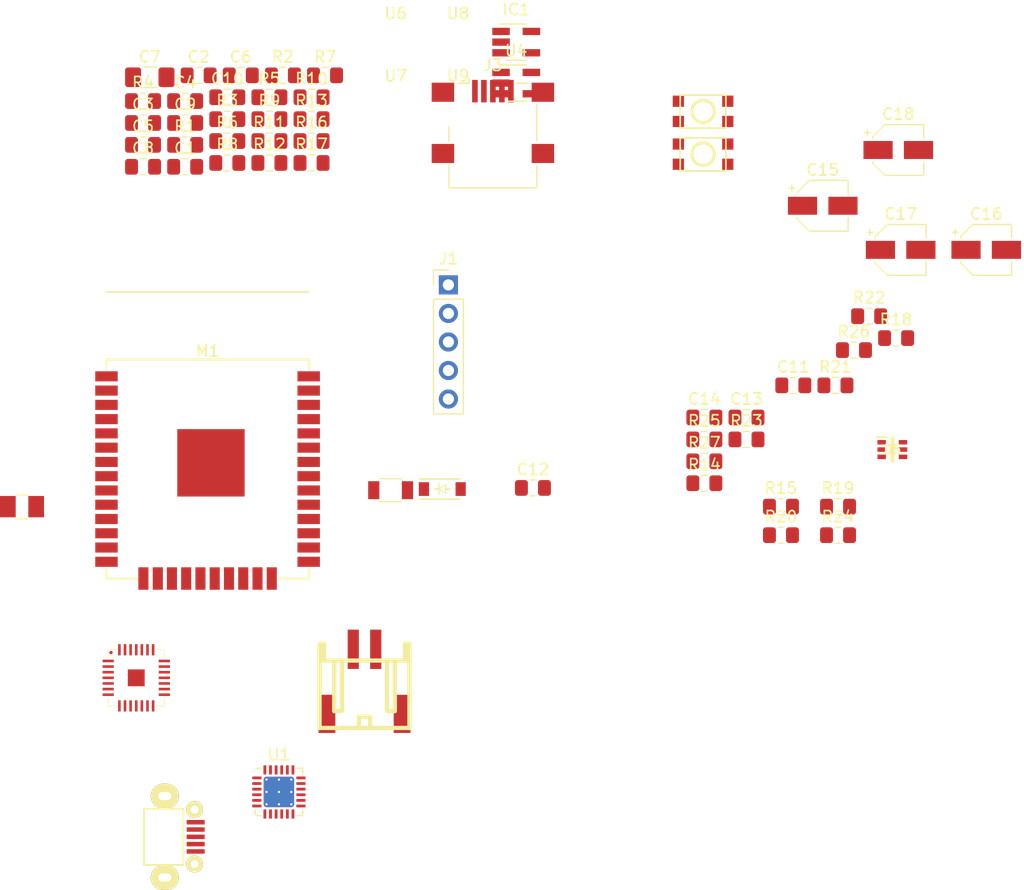
<source format=kicad_pcb>
(kicad_pcb (version 20171130) (host pcbnew 5.0.1-33cea8e~66~ubuntu18.04.1)

  (general
    (thickness 1.6)
    (drawings 0)
    (tracks 0)
    (zones 0)
    (modules 64)
    (nets 105)
  )

  (page A4)
  (layers
    (0 F.Cu signal)
    (31 B.Cu signal)
    (32 B.Adhes user)
    (33 F.Adhes user)
    (34 B.Paste user)
    (35 F.Paste user)
    (36 B.SilkS user)
    (37 F.SilkS user)
    (38 B.Mask user)
    (39 F.Mask user)
    (40 Dwgs.User user)
    (41 Cmts.User user)
    (42 Eco1.User user)
    (43 Eco2.User user)
    (44 Edge.Cuts user)
    (45 Margin user)
    (46 B.CrtYd user)
    (47 F.CrtYd user)
    (48 B.Fab user)
    (49 F.Fab user)
  )

  (setup
    (last_trace_width 0.25)
    (trace_clearance 0.2)
    (zone_clearance 0.508)
    (zone_45_only no)
    (trace_min 0.2)
    (segment_width 0.2)
    (edge_width 0.1)
    (via_size 0.8)
    (via_drill 0.4)
    (via_min_size 0.4)
    (via_min_drill 0.3)
    (uvia_size 0.3)
    (uvia_drill 0.1)
    (uvias_allowed no)
    (uvia_min_size 0.2)
    (uvia_min_drill 0.1)
    (pcb_text_width 0.3)
    (pcb_text_size 1.5 1.5)
    (mod_edge_width 0.15)
    (mod_text_size 1 1)
    (mod_text_width 0.15)
    (pad_size 1.5 1.5)
    (pad_drill 0.6)
    (pad_to_mask_clearance 0)
    (aux_axis_origin 0 0)
    (visible_elements FFFFFF7F)
    (pcbplotparams
      (layerselection 0x010fc_ffffffff)
      (usegerberextensions false)
      (usegerberattributes false)
      (usegerberadvancedattributes false)
      (creategerberjobfile false)
      (excludeedgelayer true)
      (linewidth 0.100000)
      (plotframeref false)
      (viasonmask false)
      (mode 1)
      (useauxorigin false)
      (hpglpennumber 1)
      (hpglpenspeed 20)
      (hpglpendiameter 15.000000)
      (psnegative false)
      (psa4output false)
      (plotreference true)
      (plotvalue true)
      (plotinvisibletext false)
      (padsonsilk false)
      (subtractmaskfromsilk false)
      (outputformat 1)
      (mirror false)
      (drillshape 1)
      (scaleselection 1)
      (outputdirectory ""))
  )

  (net 0 "")
  (net 1 GND)
  (net 2 /BUT0)
  (net 3 /BUT1)
  (net 4 /BUT2)
  (net 5 /BUT3)
  (net 6 +5V)
  (net 7 "Net-(C16-Pad1)")
  (net 8 +3V3)
  (net 9 "Net-(CON1-Pad1)")
  (net 10 "Net-(CON1-Pad2)")
  (net 11 "Net-(CON1-Pad3)")
  (net 12 "Net-(CON1-Pad4)")
  (net 13 VCC)
  (net 14 "Net-(D5-Pad5)")
  (net 15 "Net-(D5-Pad1)")
  (net 16 /USB_N)
  (net 17 /USB_P)
  (net 18 "Net-(D5-Pad6)")
  (net 19 "Net-(J3-Pad2)")
  (net 20 "Net-(J3-Pad3)")
  (net 21 "Net-(J3-Pad4)")
  (net 22 /EN)
  (net 23 /SENSOR_VP)
  (net 24 /SENSOR_VN)
  (net 25 /IO34)
  (net 26 /IO35)
  (net 27 /IO32)
  (net 28 /IO33)
  (net 29 /IO25)
  (net 30 /IO26)
  (net 31 /IO27)
  (net 32 /IO14)
  (net 33 /IO12)
  (net 34 /IO0)
  (net 35 /U2RX)
  (net 36 /U2_TX)
  (net 37 /IO5)
  (net 38 /IO18)
  (net 39 /IO19)
  (net 40 "Net-(M1-Pad32)")
  (net 41 /IO21)
  (net 42 /RXD0)
  (net 43 /TXD0)
  (net 44 /CP2110_SUS)
  (net 45 /IO23)
  (net 46 /SD2)
  (net 47 /SD3)
  (net 48 /CMD)
  (net 49 /CLK)
  (net 50 /SD0)
  (net 51 /SD1)
  (net 52 +BATT)
  (net 53 /VBUS)
  (net 54 "Net-(R24-Pad2)")
  (net 55 "Net-(R25-Pad2)")
  (net 56 /U2_RX)
  (net 57 "Net-(R26-Pad2)")
  (net 58 "Net-(U1-Pad1)")
  (net 59 /USD_P)
  (net 60 "Net-(U1-Pad10)")
  (net 61 "Net-(U1-Pad11)")
  (net 62 "Net-(U1-Pad12)")
  (net 63 "Net-(U1-Pad13)")
  (net 64 "Net-(U1-Pad14)")
  (net 65 "Net-(U1-Pad15)")
  (net 66 "Net-(U1-Pad18)")
  (net 67 "Net-(U1-Pad19)")
  (net 68 "Net-(U1-Pad22)")
  (net 69 "Net-(U1-Pad23)")
  (net 70 "Net-(U1-Pad24)")
  (net 71 "Net-(C4-Pad2)")
  (net 72 "Net-(U5-Pad2)")
  (net 73 "Net-(U5-Pad1)")
  (net 74 /DTR)
  (net 75 "Net-(U5-Pad27)")
  (net 76 "Net-(R8-Pad2)")
  (net 77 "Net-(R9-Pad2)")
  (net 78 /RTS)
  (net 79 "Net-(R12-Pad2)")
  (net 80 "Net-(U5-Pad22)")
  (net 81 "Net-(U5-Pad21)")
  (net 82 "Net-(U5-Pad20)")
  (net 83 "Net-(U5-Pad18)")
  (net 84 "Net-(U5-Pad17)")
  (net 85 "Net-(U5-Pad16)")
  (net 86 "Net-(U5-Pad15)")
  (net 87 "Net-(U5-Pad14)")
  (net 88 "Net-(U5-Pad13)")
  (net 89 "Net-(U5-Pad12)")
  (net 90 "Net-(U5-Pad11)")
  (net 91 "Net-(U5-Pad10)")
  (net 92 "Net-(U5-Pad9)")
  (net 93 "Net-(IC1-Pad5)")
  (net 94 "Net-(R17-Pad1)")
  (net 95 "Net-(D3-Pad2)")
  (net 96 "Net-(D2-Pad2)")
  (net 97 "Net-(Q2-Pad1)")
  (net 98 "Net-(Q3-Pad1)")
  (net 99 /IO13)
  (net 100 /IO15)
  (net 101 "Net-(R13-Pad2)")
  (net 102 "Net-(D4-Pad2)")
  (net 103 "Net-(D2-Pad1)")
  (net 104 "Net-(U4-Pad4)")

  (net_class Default "This is the default net class."
    (clearance 0.2)
    (trace_width 0.25)
    (via_dia 0.8)
    (via_drill 0.4)
    (uvia_dia 0.3)
    (uvia_drill 0.1)
    (add_net +3V3)
    (add_net +5V)
    (add_net +BATT)
    (add_net /BUT0)
    (add_net /BUT1)
    (add_net /BUT2)
    (add_net /BUT3)
    (add_net /CLK)
    (add_net /CMD)
    (add_net /CP2110_SUS)
    (add_net /DTR)
    (add_net /EN)
    (add_net /IO0)
    (add_net /IO12)
    (add_net /IO13)
    (add_net /IO14)
    (add_net /IO15)
    (add_net /IO18)
    (add_net /IO19)
    (add_net /IO21)
    (add_net /IO23)
    (add_net /IO25)
    (add_net /IO26)
    (add_net /IO27)
    (add_net /IO32)
    (add_net /IO33)
    (add_net /IO34)
    (add_net /IO35)
    (add_net /IO5)
    (add_net /RTS)
    (add_net /RXD0)
    (add_net /SD0)
    (add_net /SD1)
    (add_net /SD2)
    (add_net /SD3)
    (add_net /SENSOR_VN)
    (add_net /SENSOR_VP)
    (add_net /TXD0)
    (add_net /U2RX)
    (add_net /U2_RX)
    (add_net /U2_TX)
    (add_net /USB_N)
    (add_net /USB_P)
    (add_net /USD_P)
    (add_net /VBUS)
    (add_net GND)
    (add_net "Net-(C16-Pad1)")
    (add_net "Net-(C4-Pad2)")
    (add_net "Net-(CON1-Pad1)")
    (add_net "Net-(CON1-Pad2)")
    (add_net "Net-(CON1-Pad3)")
    (add_net "Net-(CON1-Pad4)")
    (add_net "Net-(D2-Pad1)")
    (add_net "Net-(D2-Pad2)")
    (add_net "Net-(D3-Pad2)")
    (add_net "Net-(D4-Pad2)")
    (add_net "Net-(D5-Pad1)")
    (add_net "Net-(D5-Pad5)")
    (add_net "Net-(D5-Pad6)")
    (add_net "Net-(IC1-Pad5)")
    (add_net "Net-(J3-Pad2)")
    (add_net "Net-(J3-Pad3)")
    (add_net "Net-(J3-Pad4)")
    (add_net "Net-(M1-Pad32)")
    (add_net "Net-(Q2-Pad1)")
    (add_net "Net-(Q3-Pad1)")
    (add_net "Net-(R12-Pad2)")
    (add_net "Net-(R13-Pad2)")
    (add_net "Net-(R17-Pad1)")
    (add_net "Net-(R24-Pad2)")
    (add_net "Net-(R25-Pad2)")
    (add_net "Net-(R26-Pad2)")
    (add_net "Net-(R8-Pad2)")
    (add_net "Net-(R9-Pad2)")
    (add_net "Net-(U1-Pad1)")
    (add_net "Net-(U1-Pad10)")
    (add_net "Net-(U1-Pad11)")
    (add_net "Net-(U1-Pad12)")
    (add_net "Net-(U1-Pad13)")
    (add_net "Net-(U1-Pad14)")
    (add_net "Net-(U1-Pad15)")
    (add_net "Net-(U1-Pad18)")
    (add_net "Net-(U1-Pad19)")
    (add_net "Net-(U1-Pad22)")
    (add_net "Net-(U1-Pad23)")
    (add_net "Net-(U1-Pad24)")
    (add_net "Net-(U4-Pad4)")
    (add_net "Net-(U5-Pad1)")
    (add_net "Net-(U5-Pad10)")
    (add_net "Net-(U5-Pad11)")
    (add_net "Net-(U5-Pad12)")
    (add_net "Net-(U5-Pad13)")
    (add_net "Net-(U5-Pad14)")
    (add_net "Net-(U5-Pad15)")
    (add_net "Net-(U5-Pad16)")
    (add_net "Net-(U5-Pad17)")
    (add_net "Net-(U5-Pad18)")
    (add_net "Net-(U5-Pad2)")
    (add_net "Net-(U5-Pad20)")
    (add_net "Net-(U5-Pad21)")
    (add_net "Net-(U5-Pad22)")
    (add_net "Net-(U5-Pad27)")
    (add_net "Net-(U5-Pad9)")
    (add_net VCC)
  )

  (module Capacitor_SMD:C_0805_2012Metric_Pad1.15x1.40mm_HandSolder (layer F.Cu) (tedit 5B36C52B) (tstamp 5BEAC660)
    (at 141.045001 52.705001)
    (descr "Capacitor SMD 0805 (2012 Metric), square (rectangular) end terminal, IPC_7351 nominal with elongated pad for handsoldering. (Body size source: https://docs.google.com/spreadsheets/d/1BsfQQcO9C6DZCsRaXUlFlo91Tg2WpOkGARC1WS5S8t0/edit?usp=sharing), generated with kicad-footprint-generator")
    (tags "capacitor handsolder")
    (path /5BD0BBA8)
    (attr smd)
    (fp_text reference C11 (at 0 -1.65) (layer F.SilkS)
      (effects (font (size 1 1) (thickness 0.15)))
    )
    (fp_text value C (at 0 1.65) (layer F.Fab)
      (effects (font (size 1 1) (thickness 0.15)))
    )
    (fp_text user %R (at 0 0) (layer F.Fab)
      (effects (font (size 0.5 0.5) (thickness 0.08)))
    )
    (fp_line (start 1.85 0.95) (end -1.85 0.95) (layer F.CrtYd) (width 0.05))
    (fp_line (start 1.85 -0.95) (end 1.85 0.95) (layer F.CrtYd) (width 0.05))
    (fp_line (start -1.85 -0.95) (end 1.85 -0.95) (layer F.CrtYd) (width 0.05))
    (fp_line (start -1.85 0.95) (end -1.85 -0.95) (layer F.CrtYd) (width 0.05))
    (fp_line (start -0.261252 0.71) (end 0.261252 0.71) (layer F.SilkS) (width 0.12))
    (fp_line (start -0.261252 -0.71) (end 0.261252 -0.71) (layer F.SilkS) (width 0.12))
    (fp_line (start 1 0.6) (end -1 0.6) (layer F.Fab) (width 0.1))
    (fp_line (start 1 -0.6) (end 1 0.6) (layer F.Fab) (width 0.1))
    (fp_line (start -1 -0.6) (end 1 -0.6) (layer F.Fab) (width 0.1))
    (fp_line (start -1 0.6) (end -1 -0.6) (layer F.Fab) (width 0.1))
    (pad 2 smd roundrect (at 1.025 0) (size 1.15 1.4) (layers F.Cu F.Paste F.Mask) (roundrect_rratio 0.217391)
      (net 1 GND))
    (pad 1 smd roundrect (at -1.025 0) (size 1.15 1.4) (layers F.Cu F.Paste F.Mask) (roundrect_rratio 0.217391)
      (net 2 /BUT0))
    (model ${KISYS3DMOD}/Capacitor_SMD.3dshapes/C_0805_2012Metric.wrl
      (at (xyz 0 0 0))
      (scale (xyz 1 1 1))
      (rotate (xyz 0 0 0))
    )
  )

  (module Capacitor_SMD:C_0805_2012Metric_Pad1.15x1.40mm_HandSolder (layer F.Cu) (tedit 5B36C52B) (tstamp 5BEAC671)
    (at 117.865001 61.835001)
    (descr "Capacitor SMD 0805 (2012 Metric), square (rectangular) end terminal, IPC_7351 nominal with elongated pad for handsoldering. (Body size source: https://docs.google.com/spreadsheets/d/1BsfQQcO9C6DZCsRaXUlFlo91Tg2WpOkGARC1WS5S8t0/edit?usp=sharing), generated with kicad-footprint-generator")
    (tags "capacitor handsolder")
    (path /5BD0BC48)
    (attr smd)
    (fp_text reference C12 (at 0 -1.65) (layer F.SilkS)
      (effects (font (size 1 1) (thickness 0.15)))
    )
    (fp_text value C (at 0 1.65) (layer F.Fab)
      (effects (font (size 1 1) (thickness 0.15)))
    )
    (fp_line (start -1 0.6) (end -1 -0.6) (layer F.Fab) (width 0.1))
    (fp_line (start -1 -0.6) (end 1 -0.6) (layer F.Fab) (width 0.1))
    (fp_line (start 1 -0.6) (end 1 0.6) (layer F.Fab) (width 0.1))
    (fp_line (start 1 0.6) (end -1 0.6) (layer F.Fab) (width 0.1))
    (fp_line (start -0.261252 -0.71) (end 0.261252 -0.71) (layer F.SilkS) (width 0.12))
    (fp_line (start -0.261252 0.71) (end 0.261252 0.71) (layer F.SilkS) (width 0.12))
    (fp_line (start -1.85 0.95) (end -1.85 -0.95) (layer F.CrtYd) (width 0.05))
    (fp_line (start -1.85 -0.95) (end 1.85 -0.95) (layer F.CrtYd) (width 0.05))
    (fp_line (start 1.85 -0.95) (end 1.85 0.95) (layer F.CrtYd) (width 0.05))
    (fp_line (start 1.85 0.95) (end -1.85 0.95) (layer F.CrtYd) (width 0.05))
    (fp_text user %R (at 0 0) (layer F.Fab)
      (effects (font (size 0.5 0.5) (thickness 0.08)))
    )
    (pad 1 smd roundrect (at -1.025 0) (size 1.15 1.4) (layers F.Cu F.Paste F.Mask) (roundrect_rratio 0.217391)
      (net 3 /BUT1))
    (pad 2 smd roundrect (at 1.025 0) (size 1.15 1.4) (layers F.Cu F.Paste F.Mask) (roundrect_rratio 0.217391)
      (net 1 GND))
    (model ${KISYS3DMOD}/Capacitor_SMD.3dshapes/C_0805_2012Metric.wrl
      (at (xyz 0 0 0))
      (scale (xyz 1 1 1))
      (rotate (xyz 0 0 0))
    )
  )

  (module Capacitor_SMD:C_0805_2012Metric_Pad1.15x1.40mm_HandSolder (layer F.Cu) (tedit 5B36C52B) (tstamp 5BEAC682)
    (at 136.875001 55.565001)
    (descr "Capacitor SMD 0805 (2012 Metric), square (rectangular) end terminal, IPC_7351 nominal with elongated pad for handsoldering. (Body size source: https://docs.google.com/spreadsheets/d/1BsfQQcO9C6DZCsRaXUlFlo91Tg2WpOkGARC1WS5S8t0/edit?usp=sharing), generated with kicad-footprint-generator")
    (tags "capacitor handsolder")
    (path /5BD0BCCC)
    (attr smd)
    (fp_text reference C13 (at 0 -1.65) (layer F.SilkS)
      (effects (font (size 1 1) (thickness 0.15)))
    )
    (fp_text value C (at 0 1.65) (layer F.Fab)
      (effects (font (size 1 1) (thickness 0.15)))
    )
    (fp_text user %R (at 0 0) (layer F.Fab)
      (effects (font (size 0.5 0.5) (thickness 0.08)))
    )
    (fp_line (start 1.85 0.95) (end -1.85 0.95) (layer F.CrtYd) (width 0.05))
    (fp_line (start 1.85 -0.95) (end 1.85 0.95) (layer F.CrtYd) (width 0.05))
    (fp_line (start -1.85 -0.95) (end 1.85 -0.95) (layer F.CrtYd) (width 0.05))
    (fp_line (start -1.85 0.95) (end -1.85 -0.95) (layer F.CrtYd) (width 0.05))
    (fp_line (start -0.261252 0.71) (end 0.261252 0.71) (layer F.SilkS) (width 0.12))
    (fp_line (start -0.261252 -0.71) (end 0.261252 -0.71) (layer F.SilkS) (width 0.12))
    (fp_line (start 1 0.6) (end -1 0.6) (layer F.Fab) (width 0.1))
    (fp_line (start 1 -0.6) (end 1 0.6) (layer F.Fab) (width 0.1))
    (fp_line (start -1 -0.6) (end 1 -0.6) (layer F.Fab) (width 0.1))
    (fp_line (start -1 0.6) (end -1 -0.6) (layer F.Fab) (width 0.1))
    (pad 2 smd roundrect (at 1.025 0) (size 1.15 1.4) (layers F.Cu F.Paste F.Mask) (roundrect_rratio 0.217391)
      (net 1 GND))
    (pad 1 smd roundrect (at -1.025 0) (size 1.15 1.4) (layers F.Cu F.Paste F.Mask) (roundrect_rratio 0.217391)
      (net 4 /BUT2))
    (model ${KISYS3DMOD}/Capacitor_SMD.3dshapes/C_0805_2012Metric.wrl
      (at (xyz 0 0 0))
      (scale (xyz 1 1 1))
      (rotate (xyz 0 0 0))
    )
  )

  (module Capacitor_SMD:C_0805_2012Metric_Pad1.15x1.40mm_HandSolder (layer F.Cu) (tedit 5B36C52B) (tstamp 5BEAC693)
    (at 133.125001 55.565001)
    (descr "Capacitor SMD 0805 (2012 Metric), square (rectangular) end terminal, IPC_7351 nominal with elongated pad for handsoldering. (Body size source: https://docs.google.com/spreadsheets/d/1BsfQQcO9C6DZCsRaXUlFlo91Tg2WpOkGARC1WS5S8t0/edit?usp=sharing), generated with kicad-footprint-generator")
    (tags "capacitor handsolder")
    (path /5BD0BD52)
    (attr smd)
    (fp_text reference C14 (at 0 -1.65) (layer F.SilkS)
      (effects (font (size 1 1) (thickness 0.15)))
    )
    (fp_text value C (at 0 1.65) (layer F.Fab)
      (effects (font (size 1 1) (thickness 0.15)))
    )
    (fp_line (start -1 0.6) (end -1 -0.6) (layer F.Fab) (width 0.1))
    (fp_line (start -1 -0.6) (end 1 -0.6) (layer F.Fab) (width 0.1))
    (fp_line (start 1 -0.6) (end 1 0.6) (layer F.Fab) (width 0.1))
    (fp_line (start 1 0.6) (end -1 0.6) (layer F.Fab) (width 0.1))
    (fp_line (start -0.261252 -0.71) (end 0.261252 -0.71) (layer F.SilkS) (width 0.12))
    (fp_line (start -0.261252 0.71) (end 0.261252 0.71) (layer F.SilkS) (width 0.12))
    (fp_line (start -1.85 0.95) (end -1.85 -0.95) (layer F.CrtYd) (width 0.05))
    (fp_line (start -1.85 -0.95) (end 1.85 -0.95) (layer F.CrtYd) (width 0.05))
    (fp_line (start 1.85 -0.95) (end 1.85 0.95) (layer F.CrtYd) (width 0.05))
    (fp_line (start 1.85 0.95) (end -1.85 0.95) (layer F.CrtYd) (width 0.05))
    (fp_text user %R (at 0 0) (layer F.Fab)
      (effects (font (size 0.5 0.5) (thickness 0.08)))
    )
    (pad 1 smd roundrect (at -1.025 0) (size 1.15 1.4) (layers F.Cu F.Paste F.Mask) (roundrect_rratio 0.217391)
      (net 5 /BUT3))
    (pad 2 smd roundrect (at 1.025 0) (size 1.15 1.4) (layers F.Cu F.Paste F.Mask) (roundrect_rratio 0.217391)
      (net 1 GND))
    (model ${KISYS3DMOD}/Capacitor_SMD.3dshapes/C_0805_2012Metric.wrl
      (at (xyz 0 0 0))
      (scale (xyz 1 1 1))
      (rotate (xyz 0 0 0))
    )
  )

  (module Capacitor_SMD:CP_Elec_4x3 (layer F.Cu) (tedit 5A841F9D) (tstamp 5BEAC6BB)
    (at 143.665001 36.715001)
    (descr "SMT capacitor, aluminium electrolytic, 4x3, Nichicon ")
    (tags "Capacitor Electrolytic")
    (path /5BFD9DF4)
    (attr smd)
    (fp_text reference C15 (at 0 -3.2) (layer F.SilkS)
      (effects (font (size 1 1) (thickness 0.15)))
    )
    (fp_text value CP (at 0 3.2) (layer F.Fab)
      (effects (font (size 1 1) (thickness 0.15)))
    )
    (fp_text user %R (at 0 0) (layer F.Fab)
      (effects (font (size 0.8 0.8) (thickness 0.12)))
    )
    (fp_line (start -3.35 1.05) (end -2.4 1.05) (layer F.CrtYd) (width 0.05))
    (fp_line (start -3.35 -1.05) (end -3.35 1.05) (layer F.CrtYd) (width 0.05))
    (fp_line (start -2.4 -1.05) (end -3.35 -1.05) (layer F.CrtYd) (width 0.05))
    (fp_line (start -2.4 1.05) (end -2.4 1.25) (layer F.CrtYd) (width 0.05))
    (fp_line (start -2.4 -1.25) (end -2.4 -1.05) (layer F.CrtYd) (width 0.05))
    (fp_line (start -2.4 -1.25) (end -1.25 -2.4) (layer F.CrtYd) (width 0.05))
    (fp_line (start -2.4 1.25) (end -1.25 2.4) (layer F.CrtYd) (width 0.05))
    (fp_line (start -1.25 -2.4) (end 2.4 -2.4) (layer F.CrtYd) (width 0.05))
    (fp_line (start -1.25 2.4) (end 2.4 2.4) (layer F.CrtYd) (width 0.05))
    (fp_line (start 2.4 1.05) (end 2.4 2.4) (layer F.CrtYd) (width 0.05))
    (fp_line (start 3.35 1.05) (end 2.4 1.05) (layer F.CrtYd) (width 0.05))
    (fp_line (start 3.35 -1.05) (end 3.35 1.05) (layer F.CrtYd) (width 0.05))
    (fp_line (start 2.4 -1.05) (end 3.35 -1.05) (layer F.CrtYd) (width 0.05))
    (fp_line (start 2.4 -2.4) (end 2.4 -1.05) (layer F.CrtYd) (width 0.05))
    (fp_line (start -2.75 -1.81) (end -2.75 -1.31) (layer F.SilkS) (width 0.12))
    (fp_line (start -3 -1.56) (end -2.5 -1.56) (layer F.SilkS) (width 0.12))
    (fp_line (start -2.26 1.195563) (end -1.195563 2.26) (layer F.SilkS) (width 0.12))
    (fp_line (start -2.26 -1.195563) (end -1.195563 -2.26) (layer F.SilkS) (width 0.12))
    (fp_line (start -2.26 -1.195563) (end -2.26 -1.06) (layer F.SilkS) (width 0.12))
    (fp_line (start -2.26 1.195563) (end -2.26 1.06) (layer F.SilkS) (width 0.12))
    (fp_line (start -1.195563 2.26) (end 2.26 2.26) (layer F.SilkS) (width 0.12))
    (fp_line (start -1.195563 -2.26) (end 2.26 -2.26) (layer F.SilkS) (width 0.12))
    (fp_line (start 2.26 -2.26) (end 2.26 -1.06) (layer F.SilkS) (width 0.12))
    (fp_line (start 2.26 2.26) (end 2.26 1.06) (layer F.SilkS) (width 0.12))
    (fp_line (start -1.374773 -1.2) (end -1.374773 -0.8) (layer F.Fab) (width 0.1))
    (fp_line (start -1.574773 -1) (end -1.174773 -1) (layer F.Fab) (width 0.1))
    (fp_line (start -2.15 1.15) (end -1.15 2.15) (layer F.Fab) (width 0.1))
    (fp_line (start -2.15 -1.15) (end -1.15 -2.15) (layer F.Fab) (width 0.1))
    (fp_line (start -2.15 -1.15) (end -2.15 1.15) (layer F.Fab) (width 0.1))
    (fp_line (start -1.15 2.15) (end 2.15 2.15) (layer F.Fab) (width 0.1))
    (fp_line (start -1.15 -2.15) (end 2.15 -2.15) (layer F.Fab) (width 0.1))
    (fp_line (start 2.15 -2.15) (end 2.15 2.15) (layer F.Fab) (width 0.1))
    (fp_circle (center 0 0) (end 2 0) (layer F.Fab) (width 0.1))
    (pad 2 smd rect (at 1.8 0) (size 2.6 1.6) (layers F.Cu F.Paste F.Mask)
      (net 1 GND))
    (pad 1 smd rect (at -1.8 0) (size 2.6 1.6) (layers F.Cu F.Paste F.Mask)
      (net 6 +5V))
    (model ${KISYS3DMOD}/Capacitor_SMD.3dshapes/CP_Elec_4x3.wrl
      (at (xyz 0 0 0))
      (scale (xyz 1 1 1))
      (rotate (xyz 0 0 0))
    )
  )

  (module Capacitor_SMD:CP_Elec_4x3 (layer F.Cu) (tedit 5A841F9D) (tstamp 5BEAC6E3)
    (at 158.22 40.64)
    (descr "SMT capacitor, aluminium electrolytic, 4x3, Nichicon ")
    (tags "Capacitor Electrolytic")
    (path /5BEC4C59)
    (attr smd)
    (fp_text reference C16 (at 0 -3.2) (layer F.SilkS)
      (effects (font (size 1 1) (thickness 0.15)))
    )
    (fp_text value 4.7uF (at 0 3.2) (layer F.Fab)
      (effects (font (size 1 1) (thickness 0.15)))
    )
    (fp_circle (center 0 0) (end 2 0) (layer F.Fab) (width 0.1))
    (fp_line (start 2.15 -2.15) (end 2.15 2.15) (layer F.Fab) (width 0.1))
    (fp_line (start -1.15 -2.15) (end 2.15 -2.15) (layer F.Fab) (width 0.1))
    (fp_line (start -1.15 2.15) (end 2.15 2.15) (layer F.Fab) (width 0.1))
    (fp_line (start -2.15 -1.15) (end -2.15 1.15) (layer F.Fab) (width 0.1))
    (fp_line (start -2.15 -1.15) (end -1.15 -2.15) (layer F.Fab) (width 0.1))
    (fp_line (start -2.15 1.15) (end -1.15 2.15) (layer F.Fab) (width 0.1))
    (fp_line (start -1.574773 -1) (end -1.174773 -1) (layer F.Fab) (width 0.1))
    (fp_line (start -1.374773 -1.2) (end -1.374773 -0.8) (layer F.Fab) (width 0.1))
    (fp_line (start 2.26 2.26) (end 2.26 1.06) (layer F.SilkS) (width 0.12))
    (fp_line (start 2.26 -2.26) (end 2.26 -1.06) (layer F.SilkS) (width 0.12))
    (fp_line (start -1.195563 -2.26) (end 2.26 -2.26) (layer F.SilkS) (width 0.12))
    (fp_line (start -1.195563 2.26) (end 2.26 2.26) (layer F.SilkS) (width 0.12))
    (fp_line (start -2.26 1.195563) (end -2.26 1.06) (layer F.SilkS) (width 0.12))
    (fp_line (start -2.26 -1.195563) (end -2.26 -1.06) (layer F.SilkS) (width 0.12))
    (fp_line (start -2.26 -1.195563) (end -1.195563 -2.26) (layer F.SilkS) (width 0.12))
    (fp_line (start -2.26 1.195563) (end -1.195563 2.26) (layer F.SilkS) (width 0.12))
    (fp_line (start -3 -1.56) (end -2.5 -1.56) (layer F.SilkS) (width 0.12))
    (fp_line (start -2.75 -1.81) (end -2.75 -1.31) (layer F.SilkS) (width 0.12))
    (fp_line (start 2.4 -2.4) (end 2.4 -1.05) (layer F.CrtYd) (width 0.05))
    (fp_line (start 2.4 -1.05) (end 3.35 -1.05) (layer F.CrtYd) (width 0.05))
    (fp_line (start 3.35 -1.05) (end 3.35 1.05) (layer F.CrtYd) (width 0.05))
    (fp_line (start 3.35 1.05) (end 2.4 1.05) (layer F.CrtYd) (width 0.05))
    (fp_line (start 2.4 1.05) (end 2.4 2.4) (layer F.CrtYd) (width 0.05))
    (fp_line (start -1.25 2.4) (end 2.4 2.4) (layer F.CrtYd) (width 0.05))
    (fp_line (start -1.25 -2.4) (end 2.4 -2.4) (layer F.CrtYd) (width 0.05))
    (fp_line (start -2.4 1.25) (end -1.25 2.4) (layer F.CrtYd) (width 0.05))
    (fp_line (start -2.4 -1.25) (end -1.25 -2.4) (layer F.CrtYd) (width 0.05))
    (fp_line (start -2.4 -1.25) (end -2.4 -1.05) (layer F.CrtYd) (width 0.05))
    (fp_line (start -2.4 1.05) (end -2.4 1.25) (layer F.CrtYd) (width 0.05))
    (fp_line (start -2.4 -1.05) (end -3.35 -1.05) (layer F.CrtYd) (width 0.05))
    (fp_line (start -3.35 -1.05) (end -3.35 1.05) (layer F.CrtYd) (width 0.05))
    (fp_line (start -3.35 1.05) (end -2.4 1.05) (layer F.CrtYd) (width 0.05))
    (fp_text user %R (at 0 0) (layer F.Fab)
      (effects (font (size 0.8 0.8) (thickness 0.12)))
    )
    (pad 1 smd rect (at -1.8 0) (size 2.6 1.6) (layers F.Cu F.Paste F.Mask)
      (net 7 "Net-(C16-Pad1)"))
    (pad 2 smd rect (at 1.8 0) (size 2.6 1.6) (layers F.Cu F.Paste F.Mask)
      (net 1 GND))
    (model ${KISYS3DMOD}/Capacitor_SMD.3dshapes/CP_Elec_4x3.wrl
      (at (xyz 0 0 0))
      (scale (xyz 1 1 1))
      (rotate (xyz 0 0 0))
    )
  )

  (module Capacitor_SMD:CP_Elec_4x3 (layer F.Cu) (tedit 5A841F9D) (tstamp 5BEAC70B)
    (at 150.6 40.64)
    (descr "SMT capacitor, aluminium electrolytic, 4x3, Nichicon ")
    (tags "Capacitor Electrolytic")
    (path /5BCA917E)
    (attr smd)
    (fp_text reference C17 (at 0 -3.2) (layer F.SilkS)
      (effects (font (size 1 1) (thickness 0.15)))
    )
    (fp_text value 0.1uF (at 0 3.2) (layer F.Fab)
      (effects (font (size 1 1) (thickness 0.15)))
    )
    (fp_circle (center 0 0) (end 2 0) (layer F.Fab) (width 0.1))
    (fp_line (start 2.15 -2.15) (end 2.15 2.15) (layer F.Fab) (width 0.1))
    (fp_line (start -1.15 -2.15) (end 2.15 -2.15) (layer F.Fab) (width 0.1))
    (fp_line (start -1.15 2.15) (end 2.15 2.15) (layer F.Fab) (width 0.1))
    (fp_line (start -2.15 -1.15) (end -2.15 1.15) (layer F.Fab) (width 0.1))
    (fp_line (start -2.15 -1.15) (end -1.15 -2.15) (layer F.Fab) (width 0.1))
    (fp_line (start -2.15 1.15) (end -1.15 2.15) (layer F.Fab) (width 0.1))
    (fp_line (start -1.574773 -1) (end -1.174773 -1) (layer F.Fab) (width 0.1))
    (fp_line (start -1.374773 -1.2) (end -1.374773 -0.8) (layer F.Fab) (width 0.1))
    (fp_line (start 2.26 2.26) (end 2.26 1.06) (layer F.SilkS) (width 0.12))
    (fp_line (start 2.26 -2.26) (end 2.26 -1.06) (layer F.SilkS) (width 0.12))
    (fp_line (start -1.195563 -2.26) (end 2.26 -2.26) (layer F.SilkS) (width 0.12))
    (fp_line (start -1.195563 2.26) (end 2.26 2.26) (layer F.SilkS) (width 0.12))
    (fp_line (start -2.26 1.195563) (end -2.26 1.06) (layer F.SilkS) (width 0.12))
    (fp_line (start -2.26 -1.195563) (end -2.26 -1.06) (layer F.SilkS) (width 0.12))
    (fp_line (start -2.26 -1.195563) (end -1.195563 -2.26) (layer F.SilkS) (width 0.12))
    (fp_line (start -2.26 1.195563) (end -1.195563 2.26) (layer F.SilkS) (width 0.12))
    (fp_line (start -3 -1.56) (end -2.5 -1.56) (layer F.SilkS) (width 0.12))
    (fp_line (start -2.75 -1.81) (end -2.75 -1.31) (layer F.SilkS) (width 0.12))
    (fp_line (start 2.4 -2.4) (end 2.4 -1.05) (layer F.CrtYd) (width 0.05))
    (fp_line (start 2.4 -1.05) (end 3.35 -1.05) (layer F.CrtYd) (width 0.05))
    (fp_line (start 3.35 -1.05) (end 3.35 1.05) (layer F.CrtYd) (width 0.05))
    (fp_line (start 3.35 1.05) (end 2.4 1.05) (layer F.CrtYd) (width 0.05))
    (fp_line (start 2.4 1.05) (end 2.4 2.4) (layer F.CrtYd) (width 0.05))
    (fp_line (start -1.25 2.4) (end 2.4 2.4) (layer F.CrtYd) (width 0.05))
    (fp_line (start -1.25 -2.4) (end 2.4 -2.4) (layer F.CrtYd) (width 0.05))
    (fp_line (start -2.4 1.25) (end -1.25 2.4) (layer F.CrtYd) (width 0.05))
    (fp_line (start -2.4 -1.25) (end -1.25 -2.4) (layer F.CrtYd) (width 0.05))
    (fp_line (start -2.4 -1.25) (end -2.4 -1.05) (layer F.CrtYd) (width 0.05))
    (fp_line (start -2.4 1.05) (end -2.4 1.25) (layer F.CrtYd) (width 0.05))
    (fp_line (start -2.4 -1.05) (end -3.35 -1.05) (layer F.CrtYd) (width 0.05))
    (fp_line (start -3.35 -1.05) (end -3.35 1.05) (layer F.CrtYd) (width 0.05))
    (fp_line (start -3.35 1.05) (end -2.4 1.05) (layer F.CrtYd) (width 0.05))
    (fp_text user %R (at 0 0) (layer F.Fab)
      (effects (font (size 0.8 0.8) (thickness 0.12)))
    )
    (pad 1 smd rect (at -1.8 0) (size 2.6 1.6) (layers F.Cu F.Paste F.Mask)
      (net 8 +3V3))
    (pad 2 smd rect (at 1.8 0) (size 2.6 1.6) (layers F.Cu F.Paste F.Mask)
      (net 1 GND))
    (model ${KISYS3DMOD}/Capacitor_SMD.3dshapes/CP_Elec_4x3.wrl
      (at (xyz 0 0 0))
      (scale (xyz 1 1 1))
      (rotate (xyz 0 0 0))
    )
  )

  (module Capacitor_SMD:CP_Elec_4x3 (layer F.Cu) (tedit 5A841F9D) (tstamp 5BEAC733)
    (at 150.39 31.75)
    (descr "SMT capacitor, aluminium electrolytic, 4x3, Nichicon ")
    (tags "Capacitor Electrolytic")
    (path /5BCA906D)
    (attr smd)
    (fp_text reference C18 (at 0 -3.2) (layer F.SilkS)
      (effects (font (size 1 1) (thickness 0.15)))
    )
    (fp_text value 1uF (at 0 3.2) (layer F.Fab)
      (effects (font (size 1 1) (thickness 0.15)))
    )
    (fp_text user %R (at 0 0) (layer F.Fab)
      (effects (font (size 0.8 0.8) (thickness 0.12)))
    )
    (fp_line (start -3.35 1.05) (end -2.4 1.05) (layer F.CrtYd) (width 0.05))
    (fp_line (start -3.35 -1.05) (end -3.35 1.05) (layer F.CrtYd) (width 0.05))
    (fp_line (start -2.4 -1.05) (end -3.35 -1.05) (layer F.CrtYd) (width 0.05))
    (fp_line (start -2.4 1.05) (end -2.4 1.25) (layer F.CrtYd) (width 0.05))
    (fp_line (start -2.4 -1.25) (end -2.4 -1.05) (layer F.CrtYd) (width 0.05))
    (fp_line (start -2.4 -1.25) (end -1.25 -2.4) (layer F.CrtYd) (width 0.05))
    (fp_line (start -2.4 1.25) (end -1.25 2.4) (layer F.CrtYd) (width 0.05))
    (fp_line (start -1.25 -2.4) (end 2.4 -2.4) (layer F.CrtYd) (width 0.05))
    (fp_line (start -1.25 2.4) (end 2.4 2.4) (layer F.CrtYd) (width 0.05))
    (fp_line (start 2.4 1.05) (end 2.4 2.4) (layer F.CrtYd) (width 0.05))
    (fp_line (start 3.35 1.05) (end 2.4 1.05) (layer F.CrtYd) (width 0.05))
    (fp_line (start 3.35 -1.05) (end 3.35 1.05) (layer F.CrtYd) (width 0.05))
    (fp_line (start 2.4 -1.05) (end 3.35 -1.05) (layer F.CrtYd) (width 0.05))
    (fp_line (start 2.4 -2.4) (end 2.4 -1.05) (layer F.CrtYd) (width 0.05))
    (fp_line (start -2.75 -1.81) (end -2.75 -1.31) (layer F.SilkS) (width 0.12))
    (fp_line (start -3 -1.56) (end -2.5 -1.56) (layer F.SilkS) (width 0.12))
    (fp_line (start -2.26 1.195563) (end -1.195563 2.26) (layer F.SilkS) (width 0.12))
    (fp_line (start -2.26 -1.195563) (end -1.195563 -2.26) (layer F.SilkS) (width 0.12))
    (fp_line (start -2.26 -1.195563) (end -2.26 -1.06) (layer F.SilkS) (width 0.12))
    (fp_line (start -2.26 1.195563) (end -2.26 1.06) (layer F.SilkS) (width 0.12))
    (fp_line (start -1.195563 2.26) (end 2.26 2.26) (layer F.SilkS) (width 0.12))
    (fp_line (start -1.195563 -2.26) (end 2.26 -2.26) (layer F.SilkS) (width 0.12))
    (fp_line (start 2.26 -2.26) (end 2.26 -1.06) (layer F.SilkS) (width 0.12))
    (fp_line (start 2.26 2.26) (end 2.26 1.06) (layer F.SilkS) (width 0.12))
    (fp_line (start -1.374773 -1.2) (end -1.374773 -0.8) (layer F.Fab) (width 0.1))
    (fp_line (start -1.574773 -1) (end -1.174773 -1) (layer F.Fab) (width 0.1))
    (fp_line (start -2.15 1.15) (end -1.15 2.15) (layer F.Fab) (width 0.1))
    (fp_line (start -2.15 -1.15) (end -1.15 -2.15) (layer F.Fab) (width 0.1))
    (fp_line (start -2.15 -1.15) (end -2.15 1.15) (layer F.Fab) (width 0.1))
    (fp_line (start -1.15 2.15) (end 2.15 2.15) (layer F.Fab) (width 0.1))
    (fp_line (start -1.15 -2.15) (end 2.15 -2.15) (layer F.Fab) (width 0.1))
    (fp_line (start 2.15 -2.15) (end 2.15 2.15) (layer F.Fab) (width 0.1))
    (fp_circle (center 0 0) (end 2 0) (layer F.Fab) (width 0.1))
    (pad 2 smd rect (at 1.8 0) (size 2.6 1.6) (layers F.Cu F.Paste F.Mask)
      (net 1 GND))
    (pad 1 smd rect (at -1.8 0) (size 2.6 1.6) (layers F.Cu F.Paste F.Mask)
      (net 8 +3V3))
    (model ${KISYS3DMOD}/Capacitor_SMD.3dshapes/CP_Elec_4x3.wrl
      (at (xyz 0 0 0))
      (scale (xyz 1 1 1))
      (rotate (xyz 0 0 0))
    )
  )

  (module Scale:USB_Micro-B_SMD_NEW_1 (layer F.Cu) (tedit 56DA9BBB) (tstamp 5BEAC745)
    (at 87.74 92.895)
    (descr "Micro USB Type B Receptacle")
    (tags "USB, micro, type B, receptacle")
    (path /58EC0EA8)
    (fp_text reference CON1 (at -2.921 -4.572) (layer F.SilkS) hide
      (effects (font (size 0.6 0.6) (thickness 0.15)))
    )
    (fp_text value USB-MINI-B (at -3 7.5) (layer F.SilkS) hide
      (effects (font (size 1 1) (thickness 0.15)))
    )
    (fp_line (start -4.5 2.5) (end -4.5 -2.5) (layer F.SilkS) (width 0.15))
    (fp_line (start -4.5 -2.5) (end -1 -2.5) (layer F.SilkS) (width 0.15))
    (fp_line (start -1 -2.5) (end -1 2) (layer F.SilkS) (width 0.15))
    (fp_line (start -1 2) (end -1 2.5) (layer F.SilkS) (width 0.15))
    (fp_line (start -1 2.5) (end -4.5 2.5) (layer F.SilkS) (width 0.15))
    (pad 1 smd rect (at 0.1 -1.3) (size 1.6 0.4) (layers F.Cu F.Paste F.Mask)
      (net 9 "Net-(CON1-Pad1)"))
    (pad 2 smd rect (at 0.1 -0.65) (size 1.6 0.4) (layers F.Cu F.Paste F.Mask)
      (net 10 "Net-(CON1-Pad2)"))
    (pad 3 smd rect (at 0.1 0) (size 1.6 0.4) (layers F.Cu F.Paste F.Mask)
      (net 11 "Net-(CON1-Pad3)"))
    (pad 4 smd rect (at 0.1 0.65) (size 1.6 0.4) (layers F.Cu F.Paste F.Mask)
      (net 12 "Net-(CON1-Pad4)"))
    (pad 5 smd rect (at 0.1 1.3) (size 1.6 0.4) (layers F.Cu F.Paste F.Mask)
      (net 1 GND))
    (pad "" thru_hole circle (at 0 -2.425) (size 1.5 1.5) (drill 0.71) (layers *.Cu *.Mask F.SilkS))
    (pad "" thru_hole oval (at -2.65 -3.625) (size 2.5 2.2) (drill oval 1.15 0.72) (layers *.Cu *.Mask F.SilkS))
    (pad "" thru_hole circle (at 0 2.425) (size 1.5 1.5) (drill 0.71) (layers *.Cu *.Mask F.SilkS))
    (pad "" thru_hole oval (at -2.65 3.625) (size 2.5 2.2) (drill oval 1.15 0.72) (layers *.Cu *.Mask F.SilkS))
    (model micro-usb-female-type-b-connector-smd-1.snapshot.3/AB2_USB_MICRO_SMD.wrl
      (offset (xyz -6.349999904632568 0 0))
      (scale (xyz 0.5 0.5 0.5))
      (rotate (xyz 0 0 90))
    )
  )

  (module Scale:SOD-80_diode_1 (layer F.Cu) (tedit 5901BD17) (tstamp 5BEAC757)
    (at 109.795001 61.935001)
    (descr SOD-123)
    (tags SOD-123)
    (path /5837697A)
    (attr smd)
    (fp_text reference D1 (at 0 -2) (layer F.SilkS) hide
      (effects (font (size 1 1) (thickness 0.15)))
    )
    (fp_text value BAT20J (at 0 2.1) (layer F.Fab) hide
      (effects (font (size 1 1) (thickness 0.15)))
    )
    (fp_line (start -0.3 -0.5) (end -0.3 0.5) (layer F.SilkS) (width 0.1))
    (fp_line (start 0.3 -0.4) (end 0.3 0.4) (layer F.SilkS) (width 0.1))
    (fp_line (start 0.3 0.4) (end -0.3 0) (layer F.SilkS) (width 0.1))
    (fp_line (start -0.3 0) (end 0.3 -0.4) (layer F.SilkS) (width 0.1))
    (fp_line (start -0.3175 0) (end -0.6985 0) (layer F.SilkS) (width 0.15))
    (fp_line (start 0.6985 0) (end 0.3175 0) (layer F.SilkS) (width 0.15))
    (fp_line (start -2.25 -1.05) (end 2.25 -1.05) (layer F.CrtYd) (width 0.05))
    (fp_line (start 2.25 -1.05) (end 2.25 1.05) (layer F.CrtYd) (width 0.05))
    (fp_line (start 2.25 1.05) (end -2.25 1.05) (layer F.CrtYd) (width 0.05))
    (fp_line (start -2.25 -1.05) (end -2.25 1.05) (layer F.CrtYd) (width 0.05))
    (fp_line (start -2 0.9) (end 1.54 0.9) (layer F.SilkS) (width 0.15))
    (fp_line (start -2 -0.9) (end 1.54 -0.9) (layer F.SilkS) (width 0.15))
    (pad 1 smd rect (at -1.635 0) (size 0.91 1.22) (layers F.Cu F.Paste F.Mask)
      (net 6 +5V))
    (pad 2 smd rect (at 1.635 0) (size 0.91 1.22) (layers F.Cu F.Paste F.Mask)
      (net 13 VCC))
  )

  (module smd-semi:SC-70-6 (layer F.Cu) (tedit 54CBD979) (tstamp 5BEAD5F9)
    (at 149.86 58.42)
    (path /5BE083F1)
    (attr smd)
    (fp_text reference D5 (at 0 0) (layer F.SilkS)
      (effects (font (size 0.8 0.8) (thickness 0.15)))
    )
    (fp_text value SMF05C (at 0 0) (layer F.Fab)
      (effects (font (size 0.8 0.8) (thickness 0.15)))
    )
    (fp_line (start -0.5 -1.25) (end -0.5 -0.75) (layer F.Fab) (width 0.15))
    (fp_line (start -0.5 -0.75) (end -1.5 -0.75) (layer F.Fab) (width 0.15))
    (fp_line (start -1.5 -1.25) (end -1.5 1.25) (layer F.Fab) (width 0.15))
    (fp_line (start -1.5 1.25) (end 1.5 1.25) (layer F.Fab) (width 0.15))
    (fp_line (start 1.5 1.25) (end 1.5 -1.25) (layer F.Fab) (width 0.15))
    (fp_line (start 1.5 -1.25) (end -1.5 -1.25) (layer F.Fab) (width 0.15))
    (fp_line (start -1.4 -1.1) (end -0.5 -1.1) (layer F.SilkS) (width 0.15))
    (fp_line (start -1.75 -1.5) (end 1.75 -1.5) (layer F.CrtYd) (width 0.15))
    (fp_line (start 1.75 -1.5) (end 1.75 1.5) (layer F.CrtYd) (width 0.15))
    (fp_line (start 1.75 1.5) (end -1.75 1.5) (layer F.CrtYd) (width 0.15))
    (fp_line (start -1.75 1.5) (end -1.75 -1.5) (layer F.CrtYd) (width 0.15))
    (fp_line (start 0 -1) (end 0 1) (layer F.SilkS) (width 0.35))
    (pad 5 smd rect (at 0.95 0 180) (size 0.75 0.4) (layers F.Cu F.Paste F.Mask)
      (net 14 "Net-(D5-Pad5)"))
    (pad 1 smd rect (at -0.95 -0.65 180) (size 0.75 0.4) (layers F.Cu F.Paste F.Mask)
      (net 15 "Net-(D5-Pad1)"))
    (pad 3 smd rect (at -0.95 0.65 180) (size 0.75 0.4) (layers F.Cu F.Paste F.Mask)
      (net 16 /USB_N))
    (pad 2 smd rect (at -0.95 0 180) (size 0.75 0.4) (layers F.Cu F.Paste F.Mask)
      (net 1 GND))
    (pad 4 smd rect (at 0.95 0.65 180) (size 0.75 0.4) (layers F.Cu F.Paste F.Mask)
      (net 17 /USB_P))
    (pad 6 smd rect (at 0.95 -0.65 180) (size 0.75 0.4) (layers F.Cu F.Paste F.Mask)
      (net 18 "Net-(D5-Pad6)"))
    (model smd_trans/sc70-6.wrl
      (at (xyz 0 0 0))
      (scale (xyz 1 1 1))
      (rotate (xyz 0 0 90))
    )
  )

  (module Scale:Fuse_500mA (layer F.Cu) (tedit 5882E176) (tstamp 5BEAC779)
    (at 105.195001 62.035001)
    (descr "Capacitor SMD 1206, reflow soldering, AVX (see smccp.pdf)")
    (tags "capacitor 1206")
    (path /58EC39C4)
    (attr smd)
    (fp_text reference F1 (at 0 -2.3) (layer F.SilkS) hide
      (effects (font (size 1 1) (thickness 0.15)))
    )
    (fp_text value 500mA (at 0 2.3) (layer F.Fab) hide
      (effects (font (size 1 1) (thickness 0.15)))
    )
    (fp_line (start -2.3 -1.15) (end 2.3 -1.15) (layer F.CrtYd) (width 0.05))
    (fp_line (start -2.3 1.15) (end 2.3 1.15) (layer F.CrtYd) (width 0.05))
    (fp_line (start -2.3 -1.15) (end -2.3 1.15) (layer F.CrtYd) (width 0.05))
    (fp_line (start 2.3 -1.15) (end 2.3 1.15) (layer F.CrtYd) (width 0.05))
    (fp_line (start 1 -1.025) (end -1 -1.025) (layer F.SilkS) (width 0.12))
    (fp_line (start -1 1.025) (end 1 1.025) (layer F.SilkS) (width 0.12))
    (pad 1 smd rect (at -1.5 0) (size 1 1.6) (layers F.Cu F.Paste F.Mask)
      (net 13 VCC))
    (pad 2 smd rect (at 1.5 0) (size 1 1.6) (layers F.Cu F.Paste F.Mask)
      (net 9 "Net-(CON1-Pad1)"))
    (model Capacitors_SMD.3dshapes/C_1206.wrl
      (at (xyz 0 0 0))
      (scale (xyz 1 1 1))
      (rotate (xyz 0 0 0))
    )
  )

  (module Connector_USB:USB_Mini-B_Lumberg_2486_01_Horizontal (layer F.Cu) (tedit 5AC6B535) (tstamp 5BEAC7CA)
    (at 114.3 29.21)
    (descr "USB Mini-B 5-pin SMD connector, http://downloads.lumberg.com/datenblaetter/en/2486_01.pdf")
    (tags "USB USB_B USB_Mini connector")
    (path /5BCFAE51)
    (attr smd)
    (fp_text reference J3 (at 0 -5) (layer F.SilkS)
      (effects (font (size 1 1) (thickness 0.15)))
    )
    (fp_text value USB_B_Micro (at 0 7.5) (layer F.Fab)
      (effects (font (size 1 1) (thickness 0.15)))
    )
    (fp_line (start 2.35 -4.2) (end -2.35 -4.2) (layer F.CrtYd) (width 0.05))
    (fp_line (start 2.35 -3.95) (end 2.35 -4.2) (layer F.CrtYd) (width 0.05))
    (fp_line (start 4.35 1.5) (end 5.95 1.5) (layer F.CrtYd) (width 0.05))
    (fp_line (start 4.35 4.2) (end 5.95 4.2) (layer F.CrtYd) (width 0.05))
    (fp_line (start 4.35 6.35) (end 4.35 4.2) (layer F.CrtYd) (width 0.05))
    (fp_line (start 3.91 5.91) (end -3.91 5.91) (layer F.SilkS) (width 0.12))
    (fp_line (start -1.6 -2.85) (end -1.25 -3.35) (layer F.Fab) (width 0.1))
    (fp_line (start -2.11 -3.41) (end -2.11 -3.84) (layer F.SilkS) (width 0.12))
    (fp_text user %R (at 0 1.6 180) (layer F.Fab)
      (effects (font (size 1 1) (thickness 0.15)))
    )
    (fp_line (start 3.91 5.91) (end 3.91 3.96) (layer F.SilkS) (width 0.12))
    (fp_line (start 3.91 1.74) (end 3.91 -1.49) (layer F.SilkS) (width 0.12))
    (fp_line (start 2.11 -3.41) (end 3.19 -3.41) (layer F.SilkS) (width 0.12))
    (fp_line (start -3.19 -3.41) (end -2.11 -3.41) (layer F.SilkS) (width 0.12))
    (fp_line (start -3.91 1.74) (end -3.91 -1.49) (layer F.SilkS) (width 0.12))
    (fp_line (start -3.91 5.91) (end -3.91 3.96) (layer F.SilkS) (width 0.12))
    (fp_line (start 3.85 5.85) (end 3.85 -3.35) (layer F.Fab) (width 0.1))
    (fp_line (start -3.85 5.85) (end 3.85 5.85) (layer F.Fab) (width 0.1))
    (fp_line (start -3.85 -3.35) (end -3.85 5.85) (layer F.Fab) (width 0.1))
    (fp_line (start -3.85 -3.35) (end 3.85 -3.35) (layer F.Fab) (width 0.1))
    (fp_line (start -4.35 6.35) (end 4.35 6.35) (layer F.CrtYd) (width 0.05))
    (fp_line (start 5.95 -3.95) (end 2.35 -3.95) (layer F.CrtYd) (width 0.05))
    (fp_line (start 5.95 1.5) (end 5.95 4.2) (layer F.CrtYd) (width 0.05))
    (fp_line (start -1.95 -3.35) (end -1.6 -2.85) (layer F.Fab) (width 0.1))
    (fp_line (start 4.35 -1.25) (end 4.35 1.5) (layer F.CrtYd) (width 0.05))
    (fp_line (start 4.35 -1.25) (end 5.95 -1.25) (layer F.CrtYd) (width 0.05))
    (fp_line (start 5.95 -3.95) (end 5.95 -1.25) (layer F.CrtYd) (width 0.05))
    (fp_line (start -2.35 -3.95) (end -2.35 -4.2) (layer F.CrtYd) (width 0.05))
    (fp_line (start -5.95 -3.95) (end -2.35 -3.95) (layer F.CrtYd) (width 0.05))
    (fp_line (start -5.95 -3.95) (end -5.95 -1.25) (layer F.CrtYd) (width 0.05))
    (fp_line (start -4.35 -1.25) (end -5.95 -1.25) (layer F.CrtYd) (width 0.05))
    (fp_line (start -4.35 -1.25) (end -4.35 1.5) (layer F.CrtYd) (width 0.05))
    (fp_line (start -4.35 1.5) (end -5.95 1.5) (layer F.CrtYd) (width 0.05))
    (fp_line (start -5.95 1.5) (end -5.95 4.2) (layer F.CrtYd) (width 0.05))
    (fp_line (start -4.35 4.2) (end -5.95 4.2) (layer F.CrtYd) (width 0.05))
    (fp_line (start -4.35 6.35) (end -4.35 4.2) (layer F.CrtYd) (width 0.05))
    (pad 1 smd rect (at -1.6 -2.7) (size 0.5 2) (layers F.Cu F.Paste F.Mask)
      (net 15 "Net-(D5-Pad1)"))
    (pad 2 smd rect (at -0.8 -2.7) (size 0.5 2) (layers F.Cu F.Paste F.Mask)
      (net 19 "Net-(J3-Pad2)"))
    (pad 3 smd rect (at 0 -2.7) (size 0.5 2) (layers F.Cu F.Paste F.Mask)
      (net 20 "Net-(J3-Pad3)"))
    (pad 4 smd rect (at 0.8 -2.7) (size 0.5 2) (layers F.Cu F.Paste F.Mask)
      (net 21 "Net-(J3-Pad4)"))
    (pad 5 smd rect (at 1.6 -2.7) (size 0.5 2) (layers F.Cu F.Paste F.Mask)
      (net 1 GND))
    (pad 6 smd rect (at -4.45 -2.6) (size 2 1.7) (layers F.Cu F.Paste F.Mask)
      (net 1 GND))
    (pad 6 smd rect (at -4.45 2.85) (size 2 1.7) (layers F.Cu F.Paste F.Mask)
      (net 1 GND))
    (pad 6 smd rect (at 4.45 -2.6) (size 2 1.7) (layers F.Cu F.Paste F.Mask)
      (net 1 GND))
    (pad 6 smd rect (at 4.45 2.85) (size 2 1.7) (layers F.Cu F.Paste F.Mask)
      (net 1 GND))
    (pad "" np_thru_hole circle (at -2.2 0) (size 1 1) (drill 1) (layers *.Cu *.Mask))
    (pad "" np_thru_hole circle (at 2.2 0) (size 1 1) (drill 1) (layers *.Cu *.Mask))
    (model ${KISYS3DMOD}/Connector_USB.3dshapes/USB_Mini-B_Lumberg_2486_01_Horizontal.wrl
      (at (xyz 0 0 0))
      (scale (xyz 1 1 1))
      (rotate (xyz 0 0 0))
    )
  )

  (module Scale:ESP-32S (layer F.Cu) (tedit 57F9F54D) (tstamp 5BEAC802)
    (at 88.9 57.15)
    (path /5835871A)
    (fp_text reference M1 (at 0 -7.5) (layer F.SilkS)
      (effects (font (size 1 1) (thickness 0.15)))
    )
    (fp_text value ESP-WROOM-32 (at 0 10.5) (layer F.Fab)
      (effects (font (size 1 1) (thickness 0.15)))
    )
    (fp_line (start -9 -6.75) (end -9 -5.85) (layer F.SilkS) (width 0.15))
    (fp_line (start 9 12.75) (end 9 11.85) (layer F.SilkS) (width 0.15))
    (fp_line (start -9 12.75) (end -9 11.85) (layer F.SilkS) (width 0.15))
    (fp_line (start -9 -6.75) (end 9 -6.75) (layer F.SilkS) (width 0.15))
    (fp_line (start 9 -6.75) (end 9 -5.85) (layer F.SilkS) (width 0.15))
    (fp_line (start 9 12.75) (end 6.3 12.75) (layer F.SilkS) (width 0.15))
    (fp_line (start -9 12.75) (end -6.3 12.75) (layer F.SilkS) (width 0.15))
    (fp_line (start -9 -12.75) (end -9 -6.75) (layer F.CrtYd) (width 0.15))
    (fp_line (start -9 -6.75) (end 9 -6.75) (layer F.CrtYd) (width 0.15))
    (fp_line (start 9 -6.75) (end 9 -12.75) (layer F.CrtYd) (width 0.15))
    (fp_line (start 9 -12.75) (end -9 -12.75) (layer F.CrtYd) (width 0.15))
    (fp_line (start -9 -6.75) (end 9 -6.75) (layer F.SilkS) (width 0.15))
    (fp_line (start -9 -12.75) (end 9 -12.75) (layer F.SilkS) (width 0.15))
    (pad 1 smd rect (at -9 -5.25) (size 2 0.9) (layers F.Cu F.Paste F.Mask)
      (net 1 GND))
    (pad 2 smd rect (at -9 -3.98) (size 2 0.9) (layers F.Cu F.Paste F.Mask)
      (net 8 +3V3))
    (pad 3 smd rect (at -9 -2.71) (size 2 0.9) (layers F.Cu F.Paste F.Mask)
      (net 22 /EN))
    (pad 4 smd rect (at -9 -1.44) (size 2 0.9) (layers F.Cu F.Paste F.Mask)
      (net 23 /SENSOR_VP))
    (pad 5 smd rect (at -9 -0.17) (size 2 0.9) (layers F.Cu F.Paste F.Mask)
      (net 24 /SENSOR_VN))
    (pad 6 smd rect (at -9 1.1) (size 2 0.9) (layers F.Cu F.Paste F.Mask)
      (net 25 /IO34))
    (pad 7 smd rect (at -9 2.37) (size 2 0.9) (layers F.Cu F.Paste F.Mask)
      (net 26 /IO35))
    (pad 8 smd rect (at -9 3.64) (size 2 0.9) (layers F.Cu F.Paste F.Mask)
      (net 27 /IO32))
    (pad 9 smd rect (at -9 4.91) (size 2 0.9) (layers F.Cu F.Paste F.Mask)
      (net 28 /IO33))
    (pad 10 smd rect (at -9 6.18) (size 2 0.9) (layers F.Cu F.Paste F.Mask)
      (net 29 /IO25))
    (pad 11 smd rect (at -9 7.45) (size 2 0.9) (layers F.Cu F.Paste F.Mask)
      (net 30 /IO26))
    (pad 12 smd rect (at -9 8.72) (size 2 0.9) (layers F.Cu F.Paste F.Mask)
      (net 31 /IO27))
    (pad 13 smd rect (at -9 9.99) (size 2 0.9) (layers F.Cu F.Paste F.Mask)
      (net 32 /IO14))
    (pad 14 smd rect (at -9 11.26) (size 2 0.9) (layers F.Cu F.Paste F.Mask)
      (net 33 /IO12))
    (pad 38 smd rect (at 9 -5.25) (size 2 0.9) (layers F.Cu F.Paste F.Mask)
      (net 1 GND))
    (pad 25 smd rect (at 9 11.26) (size 2 0.9) (layers F.Cu F.Paste F.Mask)
      (net 34 /IO0))
    (pad 26 smd rect (at 9 9.99) (size 2 0.9) (layers F.Cu F.Paste F.Mask)
      (net 4 /BUT2))
    (pad 27 smd rect (at 9 8.72) (size 2 0.9) (layers F.Cu F.Paste F.Mask)
      (net 35 /U2RX))
    (pad 28 smd rect (at 9 7.45) (size 2 0.9) (layers F.Cu F.Paste F.Mask)
      (net 36 /U2_TX))
    (pad 29 smd rect (at 9 6.18) (size 2 0.9) (layers F.Cu F.Paste F.Mask)
      (net 37 /IO5))
    (pad 30 smd rect (at 9 4.91) (size 2 0.9) (layers F.Cu F.Paste F.Mask)
      (net 38 /IO18))
    (pad 31 smd rect (at 9 3.64) (size 2 0.9) (layers F.Cu F.Paste F.Mask)
      (net 39 /IO19))
    (pad 32 smd rect (at 9 2.37) (size 2 0.9) (layers F.Cu F.Paste F.Mask)
      (net 40 "Net-(M1-Pad32)"))
    (pad 33 smd rect (at 9 1.1) (size 2 0.9) (layers F.Cu F.Paste F.Mask)
      (net 41 /IO21))
    (pad 34 smd rect (at 9 -0.17) (size 2 0.9) (layers F.Cu F.Paste F.Mask)
      (net 42 /RXD0))
    (pad 35 smd rect (at 9 -1.44) (size 2 0.9) (layers F.Cu F.Paste F.Mask)
      (net 43 /TXD0))
    (pad 36 smd rect (at 9 -2.71) (size 2 0.9) (layers F.Cu F.Paste F.Mask)
      (net 44 /CP2110_SUS))
    (pad 37 smd rect (at 9 -3.98) (size 2 0.9) (layers F.Cu F.Paste F.Mask)
      (net 45 /IO23))
    (pad 15 smd rect (at -5.715 12.75 90) (size 2 0.9) (layers F.Cu F.Paste F.Mask)
      (net 1 GND))
    (pad 16 smd rect (at -4.43 12.75 90) (size 2 0.9) (layers F.Cu F.Paste F.Mask)
      (net 5 /BUT3))
    (pad 17 smd rect (at -3.175 12.75 90) (size 2 0.9) (layers F.Cu F.Paste F.Mask)
      (net 46 /SD2))
    (pad 18 smd rect (at -1.905 12.75 90) (size 2 0.9) (layers F.Cu F.Paste F.Mask)
      (net 47 /SD3))
    (pad 19 smd rect (at -0.635 12.75 90) (size 2 0.9) (layers F.Cu F.Paste F.Mask)
      (net 48 /CMD))
    (pad 20 smd rect (at 0.635 12.75 90) (size 2 0.9) (layers F.Cu F.Paste F.Mask)
      (net 49 /CLK))
    (pad 21 smd rect (at 1.905 12.75 90) (size 2 0.9) (layers F.Cu F.Paste F.Mask)
      (net 50 /SD0))
    (pad 22 smd rect (at 3.175 12.75 90) (size 2 0.9) (layers F.Cu F.Paste F.Mask)
      (net 51 /SD1))
    (pad 23 smd rect (at 4.445 12.75 90) (size 2 0.9) (layers F.Cu F.Paste F.Mask)
      (net 2 /BUT0))
    (pad 24 smd rect (at 5.715 12.75 90) (size 2 0.9) (layers F.Cu F.Paste F.Mask)
      (net 3 /BUT1))
    (pad 1 smd rect (at 0.3 2.45 90) (size 6 6) (layers F.Cu F.Paste F.Mask)
      (net 1 GND))
    (model ${KIUSRMOD}/Z_ESP32.3dshapes/ESP-32S.wrl
      (at (xyz 0 0 0))
      (scale (xyz 0.3937 0.3937 0.3937))
      (rotate (xyz 0 0 0))
    )
  )

  (module Scale:JST_SMD (layer F.Cu) (tedit 5875E4DF) (tstamp 5BEAC81E)
    (at 102.87 76.2)
    (descr "JST PH series connector, S2B-PH-SM4-TB")
    (path /58386576)
    (fp_text reference P1 (at 0 -2.79908) (layer F.SilkS) hide
      (effects (font (size 1.524 1.524) (thickness 0.3048)))
    )
    (fp_text value LIPO (at 0 8.8011) (layer F.SilkS) hide
      (effects (font (size 1.524 1.524) (thickness 0.3048)))
    )
    (fp_line (start -4.0005 7.00024) (end -4.0005 -0.50038) (layer F.SilkS) (width 0.381))
    (fp_line (start 4.0005 -0.50038) (end 4.0005 7.00024) (layer F.SilkS) (width 0.381))
    (fp_line (start 4.0005 -0.50038) (end 3.59918 -0.50038) (layer F.SilkS) (width 0.381))
    (fp_line (start 3.79984 1.00076) (end 3.79984 -0.50038) (layer F.SilkS) (width 0.381))
    (fp_line (start 3.59918 -0.50038) (end 3.59918 1.00076) (layer F.SilkS) (width 0.381))
    (fp_line (start -3.79984 -0.50038) (end -3.79984 1.00076) (layer F.SilkS) (width 0.381))
    (fp_line (start -3.59918 1.00076) (end -3.59918 -0.50038) (layer F.SilkS) (width 0.381))
    (fp_line (start -3.59918 -0.50038) (end -4.0005 -0.50038) (layer F.SilkS) (width 0.381))
    (fp_line (start -0.50038 7.00024) (end -0.50038 5.99948) (layer F.SilkS) (width 0.381))
    (fp_line (start -0.50038 5.99948) (end 0.50038 5.99948) (layer F.SilkS) (width 0.381))
    (fp_line (start 0.50038 5.99948) (end 0.50038 7.00024) (layer F.SilkS) (width 0.381))
    (fp_line (start -1.99898 1.00076) (end -1.99898 5.4991) (layer F.SilkS) (width 0.381))
    (fp_line (start -1.99898 5.4991) (end -2.70002 5.4991) (layer F.SilkS) (width 0.381))
    (fp_line (start -2.70002 5.4991) (end -2.70002 1.00076) (layer F.SilkS) (width 0.381))
    (fp_line (start 1.99898 1.00076) (end 1.99898 5.4991) (layer F.SilkS) (width 0.381))
    (fp_line (start 1.99898 5.4991) (end 2.70002 5.4991) (layer F.SilkS) (width 0.381))
    (fp_line (start 2.70002 5.4991) (end 2.70002 1.00076) (layer F.SilkS) (width 0.381))
    (fp_line (start -4.0005 7.00024) (end 4.0005 7.00024) (layer F.SilkS) (width 0.381))
    (fp_line (start 4.0005 1.00076) (end -4.0005 1.00076) (layer F.SilkS) (width 0.381))
    (fp_line (start -1.30048 7.00024) (end -1.6002 7.00024) (layer F.SilkS) (width 0.381))
    (pad 1 smd rect (at -1.00076 0) (size 0.99568 3.49758) (layers F.Cu F.Paste F.Mask)
      (net 52 +BATT))
    (pad 2 smd rect (at 1.00076 0) (size 0.99822 3.49758) (layers F.Cu F.Paste F.Mask)
      (net 1 GND))
    (pad "" smd rect (at -3.34518 5.74802) (size 1.4986 3.39852) (layers F.Cu F.Paste F.Mask))
    (pad "" smd rect (at 3.34772 5.74802) (size 1.4986 3.39598) (layers F.Cu F.Paste F.Mask))
    (model conn_jst-ph/s2b-ph-sm4-tb.wrl
      (at (xyz 0 0 0))
      (scale (xyz 1 1 1))
      (rotate (xyz 0 0 0))
    )
  )

  (module Resistor_SMD:R_0805_2012Metric_Pad1.15x1.40mm_HandSolder (layer F.Cu) (tedit 5B36C52B) (tstamp 5BEAC82F)
    (at 133.125001 61.415001)
    (descr "Resistor SMD 0805 (2012 Metric), square (rectangular) end terminal, IPC_7351 nominal with elongated pad for handsoldering. (Body size source: https://docs.google.com/spreadsheets/d/1BsfQQcO9C6DZCsRaXUlFlo91Tg2WpOkGARC1WS5S8t0/edit?usp=sharing), generated with kicad-footprint-generator")
    (tags "resistor handsolder")
    (path /5BCFC8E6)
    (attr smd)
    (fp_text reference R14 (at 0 -1.65) (layer F.SilkS)
      (effects (font (size 1 1) (thickness 0.15)))
    )
    (fp_text value 10K (at 0 1.65) (layer F.Fab)
      (effects (font (size 1 1) (thickness 0.15)))
    )
    (fp_line (start -1 0.6) (end -1 -0.6) (layer F.Fab) (width 0.1))
    (fp_line (start -1 -0.6) (end 1 -0.6) (layer F.Fab) (width 0.1))
    (fp_line (start 1 -0.6) (end 1 0.6) (layer F.Fab) (width 0.1))
    (fp_line (start 1 0.6) (end -1 0.6) (layer F.Fab) (width 0.1))
    (fp_line (start -0.261252 -0.71) (end 0.261252 -0.71) (layer F.SilkS) (width 0.12))
    (fp_line (start -0.261252 0.71) (end 0.261252 0.71) (layer F.SilkS) (width 0.12))
    (fp_line (start -1.85 0.95) (end -1.85 -0.95) (layer F.CrtYd) (width 0.05))
    (fp_line (start -1.85 -0.95) (end 1.85 -0.95) (layer F.CrtYd) (width 0.05))
    (fp_line (start 1.85 -0.95) (end 1.85 0.95) (layer F.CrtYd) (width 0.05))
    (fp_line (start 1.85 0.95) (end -1.85 0.95) (layer F.CrtYd) (width 0.05))
    (fp_text user %R (at 0 0) (layer F.Fab)
      (effects (font (size 0.5 0.5) (thickness 0.08)))
    )
    (pad 1 smd roundrect (at -1.025 0) (size 1.15 1.4) (layers F.Cu F.Paste F.Mask) (roundrect_rratio 0.217391)
      (net 8 +3V3))
    (pad 2 smd roundrect (at 1.025 0) (size 1.15 1.4) (layers F.Cu F.Paste F.Mask) (roundrect_rratio 0.217391)
      (net 2 /BUT0))
    (model ${KISYS3DMOD}/Resistor_SMD.3dshapes/R_0805_2012Metric.wrl
      (at (xyz 0 0 0))
      (scale (xyz 1 1 1))
      (rotate (xyz 0 0 0))
    )
  )

  (module Resistor_SMD:R_0805_2012Metric_Pad1.15x1.40mm_HandSolder (layer F.Cu) (tedit 5B36C52B) (tstamp 5BEAC840)
    (at 139.945 63.5)
    (descr "Resistor SMD 0805 (2012 Metric), square (rectangular) end terminal, IPC_7351 nominal with elongated pad for handsoldering. (Body size source: https://docs.google.com/spreadsheets/d/1BsfQQcO9C6DZCsRaXUlFlo91Tg2WpOkGARC1WS5S8t0/edit?usp=sharing), generated with kicad-footprint-generator")
    (tags "resistor handsolder")
    (path /5BCFC976)
    (attr smd)
    (fp_text reference R15 (at 0 -1.65) (layer F.SilkS)
      (effects (font (size 1 1) (thickness 0.15)))
    )
    (fp_text value 10k (at 0 1.65) (layer F.Fab)
      (effects (font (size 1 1) (thickness 0.15)))
    )
    (fp_text user %R (at 0 0) (layer F.Fab)
      (effects (font (size 0.5 0.5) (thickness 0.08)))
    )
    (fp_line (start 1.85 0.95) (end -1.85 0.95) (layer F.CrtYd) (width 0.05))
    (fp_line (start 1.85 -0.95) (end 1.85 0.95) (layer F.CrtYd) (width 0.05))
    (fp_line (start -1.85 -0.95) (end 1.85 -0.95) (layer F.CrtYd) (width 0.05))
    (fp_line (start -1.85 0.95) (end -1.85 -0.95) (layer F.CrtYd) (width 0.05))
    (fp_line (start -0.261252 0.71) (end 0.261252 0.71) (layer F.SilkS) (width 0.12))
    (fp_line (start -0.261252 -0.71) (end 0.261252 -0.71) (layer F.SilkS) (width 0.12))
    (fp_line (start 1 0.6) (end -1 0.6) (layer F.Fab) (width 0.1))
    (fp_line (start 1 -0.6) (end 1 0.6) (layer F.Fab) (width 0.1))
    (fp_line (start -1 -0.6) (end 1 -0.6) (layer F.Fab) (width 0.1))
    (fp_line (start -1 0.6) (end -1 -0.6) (layer F.Fab) (width 0.1))
    (pad 2 smd roundrect (at 1.025 0) (size 1.15 1.4) (layers F.Cu F.Paste F.Mask) (roundrect_rratio 0.217391)
      (net 3 /BUT1))
    (pad 1 smd roundrect (at -1.025 0) (size 1.15 1.4) (layers F.Cu F.Paste F.Mask) (roundrect_rratio 0.217391)
      (net 8 +3V3))
    (model ${KISYS3DMOD}/Resistor_SMD.3dshapes/R_0805_2012Metric.wrl
      (at (xyz 0 0 0))
      (scale (xyz 1 1 1))
      (rotate (xyz 0 0 0))
    )
  )

  (module Resistor_SMD:R_0805_2012Metric_Pad1.15x1.40mm_HandSolder (layer F.Cu) (tedit 5B36C52B) (tstamp 5BEAC851)
    (at 150.195001 48.495001)
    (descr "Resistor SMD 0805 (2012 Metric), square (rectangular) end terminal, IPC_7351 nominal with elongated pad for handsoldering. (Body size source: https://docs.google.com/spreadsheets/d/1BsfQQcO9C6DZCsRaXUlFlo91Tg2WpOkGARC1WS5S8t0/edit?usp=sharing), generated with kicad-footprint-generator")
    (tags "resistor handsolder")
    (path /5BCFC9FA)
    (attr smd)
    (fp_text reference R18 (at 0 -1.65) (layer F.SilkS)
      (effects (font (size 1 1) (thickness 0.15)))
    )
    (fp_text value 10K (at 0 1.65) (layer F.Fab)
      (effects (font (size 1 1) (thickness 0.15)))
    )
    (fp_line (start -1 0.6) (end -1 -0.6) (layer F.Fab) (width 0.1))
    (fp_line (start -1 -0.6) (end 1 -0.6) (layer F.Fab) (width 0.1))
    (fp_line (start 1 -0.6) (end 1 0.6) (layer F.Fab) (width 0.1))
    (fp_line (start 1 0.6) (end -1 0.6) (layer F.Fab) (width 0.1))
    (fp_line (start -0.261252 -0.71) (end 0.261252 -0.71) (layer F.SilkS) (width 0.12))
    (fp_line (start -0.261252 0.71) (end 0.261252 0.71) (layer F.SilkS) (width 0.12))
    (fp_line (start -1.85 0.95) (end -1.85 -0.95) (layer F.CrtYd) (width 0.05))
    (fp_line (start -1.85 -0.95) (end 1.85 -0.95) (layer F.CrtYd) (width 0.05))
    (fp_line (start 1.85 -0.95) (end 1.85 0.95) (layer F.CrtYd) (width 0.05))
    (fp_line (start 1.85 0.95) (end -1.85 0.95) (layer F.CrtYd) (width 0.05))
    (fp_text user %R (at 0 0) (layer F.Fab)
      (effects (font (size 0.5 0.5) (thickness 0.08)))
    )
    (pad 1 smd roundrect (at -1.025 0) (size 1.15 1.4) (layers F.Cu F.Paste F.Mask) (roundrect_rratio 0.217391)
      (net 8 +3V3))
    (pad 2 smd roundrect (at 1.025 0) (size 1.15 1.4) (layers F.Cu F.Paste F.Mask) (roundrect_rratio 0.217391)
      (net 4 /BUT2))
    (model ${KISYS3DMOD}/Resistor_SMD.3dshapes/R_0805_2012Metric.wrl
      (at (xyz 0 0 0))
      (scale (xyz 1 1 1))
      (rotate (xyz 0 0 0))
    )
  )

  (module Resistor_SMD:R_0805_2012Metric_Pad1.15x1.40mm_HandSolder (layer F.Cu) (tedit 5B36C52B) (tstamp 5BEAC862)
    (at 145.025 63.5)
    (descr "Resistor SMD 0805 (2012 Metric), square (rectangular) end terminal, IPC_7351 nominal with elongated pad for handsoldering. (Body size source: https://docs.google.com/spreadsheets/d/1BsfQQcO9C6DZCsRaXUlFlo91Tg2WpOkGARC1WS5S8t0/edit?usp=sharing), generated with kicad-footprint-generator")
    (tags "resistor handsolder")
    (path /5BCFCA78)
    (attr smd)
    (fp_text reference R19 (at 0 -1.65) (layer F.SilkS)
      (effects (font (size 1 1) (thickness 0.15)))
    )
    (fp_text value 10K (at 0 1.65) (layer F.Fab)
      (effects (font (size 1 1) (thickness 0.15)))
    )
    (fp_text user %R (at 0 0) (layer F.Fab)
      (effects (font (size 0.5 0.5) (thickness 0.08)))
    )
    (fp_line (start 1.85 0.95) (end -1.85 0.95) (layer F.CrtYd) (width 0.05))
    (fp_line (start 1.85 -0.95) (end 1.85 0.95) (layer F.CrtYd) (width 0.05))
    (fp_line (start -1.85 -0.95) (end 1.85 -0.95) (layer F.CrtYd) (width 0.05))
    (fp_line (start -1.85 0.95) (end -1.85 -0.95) (layer F.CrtYd) (width 0.05))
    (fp_line (start -0.261252 0.71) (end 0.261252 0.71) (layer F.SilkS) (width 0.12))
    (fp_line (start -0.261252 -0.71) (end 0.261252 -0.71) (layer F.SilkS) (width 0.12))
    (fp_line (start 1 0.6) (end -1 0.6) (layer F.Fab) (width 0.1))
    (fp_line (start 1 -0.6) (end 1 0.6) (layer F.Fab) (width 0.1))
    (fp_line (start -1 -0.6) (end 1 -0.6) (layer F.Fab) (width 0.1))
    (fp_line (start -1 0.6) (end -1 -0.6) (layer F.Fab) (width 0.1))
    (pad 2 smd roundrect (at 1.025 0) (size 1.15 1.4) (layers F.Cu F.Paste F.Mask) (roundrect_rratio 0.217391)
      (net 5 /BUT3))
    (pad 1 smd roundrect (at -1.025 0) (size 1.15 1.4) (layers F.Cu F.Paste F.Mask) (roundrect_rratio 0.217391)
      (net 8 +3V3))
    (model ${KISYS3DMOD}/Resistor_SMD.3dshapes/R_0805_2012Metric.wrl
      (at (xyz 0 0 0))
      (scale (xyz 1 1 1))
      (rotate (xyz 0 0 0))
    )
  )

  (module Resistor_SMD:R_0805_2012Metric_Pad1.15x1.40mm_HandSolder (layer F.Cu) (tedit 5B36C52B) (tstamp 5BEAC873)
    (at 139.945 66.04)
    (descr "Resistor SMD 0805 (2012 Metric), square (rectangular) end terminal, IPC_7351 nominal with elongated pad for handsoldering. (Body size source: https://docs.google.com/spreadsheets/d/1BsfQQcO9C6DZCsRaXUlFlo91Tg2WpOkGARC1WS5S8t0/edit?usp=sharing), generated with kicad-footprint-generator")
    (tags "resistor handsolder")
    (path /5BE6461A)
    (attr smd)
    (fp_text reference R20 (at 0 -1.65) (layer F.SilkS)
      (effects (font (size 1 1) (thickness 0.15)))
    )
    (fp_text value 22R (at 0 1.65) (layer F.Fab)
      (effects (font (size 1 1) (thickness 0.15)))
    )
    (fp_text user %R (at 0 0) (layer F.Fab)
      (effects (font (size 0.5 0.5) (thickness 0.08)))
    )
    (fp_line (start 1.85 0.95) (end -1.85 0.95) (layer F.CrtYd) (width 0.05))
    (fp_line (start 1.85 -0.95) (end 1.85 0.95) (layer F.CrtYd) (width 0.05))
    (fp_line (start -1.85 -0.95) (end 1.85 -0.95) (layer F.CrtYd) (width 0.05))
    (fp_line (start -1.85 0.95) (end -1.85 -0.95) (layer F.CrtYd) (width 0.05))
    (fp_line (start -0.261252 0.71) (end 0.261252 0.71) (layer F.SilkS) (width 0.12))
    (fp_line (start -0.261252 -0.71) (end 0.261252 -0.71) (layer F.SilkS) (width 0.12))
    (fp_line (start 1 0.6) (end -1 0.6) (layer F.Fab) (width 0.1))
    (fp_line (start 1 -0.6) (end 1 0.6) (layer F.Fab) (width 0.1))
    (fp_line (start -1 -0.6) (end 1 -0.6) (layer F.Fab) (width 0.1))
    (fp_line (start -1 0.6) (end -1 -0.6) (layer F.Fab) (width 0.1))
    (pad 2 smd roundrect (at 1.025 0) (size 1.15 1.4) (layers F.Cu F.Paste F.Mask) (roundrect_rratio 0.217391)
      (net 16 /USB_N))
    (pad 1 smd roundrect (at -1.025 0) (size 1.15 1.4) (layers F.Cu F.Paste F.Mask) (roundrect_rratio 0.217391)
      (net 19 "Net-(J3-Pad2)"))
    (model ${KISYS3DMOD}/Resistor_SMD.3dshapes/R_0805_2012Metric.wrl
      (at (xyz 0 0 0))
      (scale (xyz 1 1 1))
      (rotate (xyz 0 0 0))
    )
  )

  (module Resistor_SMD:R_0805_2012Metric_Pad1.15x1.40mm_HandSolder (layer F.Cu) (tedit 5B36C52B) (tstamp 5BEAC884)
    (at 144.795001 52.705001)
    (descr "Resistor SMD 0805 (2012 Metric), square (rectangular) end terminal, IPC_7351 nominal with elongated pad for handsoldering. (Body size source: https://docs.google.com/spreadsheets/d/1BsfQQcO9C6DZCsRaXUlFlo91Tg2WpOkGARC1WS5S8t0/edit?usp=sharing), generated with kicad-footprint-generator")
    (tags "resistor handsolder")
    (path /5BE6472D)
    (attr smd)
    (fp_text reference R21 (at 0 -1.65) (layer F.SilkS)
      (effects (font (size 1 1) (thickness 0.15)))
    )
    (fp_text value 22R (at 0 1.65) (layer F.Fab)
      (effects (font (size 1 1) (thickness 0.15)))
    )
    (fp_line (start -1 0.6) (end -1 -0.6) (layer F.Fab) (width 0.1))
    (fp_line (start -1 -0.6) (end 1 -0.6) (layer F.Fab) (width 0.1))
    (fp_line (start 1 -0.6) (end 1 0.6) (layer F.Fab) (width 0.1))
    (fp_line (start 1 0.6) (end -1 0.6) (layer F.Fab) (width 0.1))
    (fp_line (start -0.261252 -0.71) (end 0.261252 -0.71) (layer F.SilkS) (width 0.12))
    (fp_line (start -0.261252 0.71) (end 0.261252 0.71) (layer F.SilkS) (width 0.12))
    (fp_line (start -1.85 0.95) (end -1.85 -0.95) (layer F.CrtYd) (width 0.05))
    (fp_line (start -1.85 -0.95) (end 1.85 -0.95) (layer F.CrtYd) (width 0.05))
    (fp_line (start 1.85 -0.95) (end 1.85 0.95) (layer F.CrtYd) (width 0.05))
    (fp_line (start 1.85 0.95) (end -1.85 0.95) (layer F.CrtYd) (width 0.05))
    (fp_text user %R (at 0 0) (layer F.Fab)
      (effects (font (size 0.5 0.5) (thickness 0.08)))
    )
    (pad 1 smd roundrect (at -1.025 0) (size 1.15 1.4) (layers F.Cu F.Paste F.Mask) (roundrect_rratio 0.217391)
      (net 20 "Net-(J3-Pad3)"))
    (pad 2 smd roundrect (at 1.025 0) (size 1.15 1.4) (layers F.Cu F.Paste F.Mask) (roundrect_rratio 0.217391)
      (net 17 /USB_P))
    (model ${KISYS3DMOD}/Resistor_SMD.3dshapes/R_0805_2012Metric.wrl
      (at (xyz 0 0 0))
      (scale (xyz 1 1 1))
      (rotate (xyz 0 0 0))
    )
  )

  (module Resistor_SMD:R_0805_2012Metric_Pad1.15x1.40mm_HandSolder (layer F.Cu) (tedit 5B36C52B) (tstamp 5BEAC895)
    (at 147.795001 46.545001)
    (descr "Resistor SMD 0805 (2012 Metric), square (rectangular) end terminal, IPC_7351 nominal with elongated pad for handsoldering. (Body size source: https://docs.google.com/spreadsheets/d/1BsfQQcO9C6DZCsRaXUlFlo91Tg2WpOkGARC1WS5S8t0/edit?usp=sharing), generated with kicad-footprint-generator")
    (tags "resistor handsolder")
    (path /5BCFA9F3)
    (attr smd)
    (fp_text reference R22 (at 0 -1.65) (layer F.SilkS)
      (effects (font (size 1 1) (thickness 0.15)))
    )
    (fp_text value 47K (at 0 1.65) (layer F.Fab)
      (effects (font (size 1 1) (thickness 0.15)))
    )
    (fp_text user %R (at 0 0) (layer F.Fab)
      (effects (font (size 0.5 0.5) (thickness 0.08)))
    )
    (fp_line (start 1.85 0.95) (end -1.85 0.95) (layer F.CrtYd) (width 0.05))
    (fp_line (start 1.85 -0.95) (end 1.85 0.95) (layer F.CrtYd) (width 0.05))
    (fp_line (start -1.85 -0.95) (end 1.85 -0.95) (layer F.CrtYd) (width 0.05))
    (fp_line (start -1.85 0.95) (end -1.85 -0.95) (layer F.CrtYd) (width 0.05))
    (fp_line (start -0.261252 0.71) (end 0.261252 0.71) (layer F.SilkS) (width 0.12))
    (fp_line (start -0.261252 -0.71) (end 0.261252 -0.71) (layer F.SilkS) (width 0.12))
    (fp_line (start 1 0.6) (end -1 0.6) (layer F.Fab) (width 0.1))
    (fp_line (start 1 -0.6) (end 1 0.6) (layer F.Fab) (width 0.1))
    (fp_line (start -1 -0.6) (end 1 -0.6) (layer F.Fab) (width 0.1))
    (fp_line (start -1 0.6) (end -1 -0.6) (layer F.Fab) (width 0.1))
    (pad 2 smd roundrect (at 1.025 0) (size 1.15 1.4) (layers F.Cu F.Paste F.Mask) (roundrect_rratio 0.217391)
      (net 53 /VBUS))
    (pad 1 smd roundrect (at -1.025 0) (size 1.15 1.4) (layers F.Cu F.Paste F.Mask) (roundrect_rratio 0.217391)
      (net 15 "Net-(D5-Pad1)"))
    (model ${KISYS3DMOD}/Resistor_SMD.3dshapes/R_0805_2012Metric.wrl
      (at (xyz 0 0 0))
      (scale (xyz 1 1 1))
      (rotate (xyz 0 0 0))
    )
  )

  (module Resistor_SMD:R_0805_2012Metric_Pad1.15x1.40mm_HandSolder (layer F.Cu) (tedit 5B36C52B) (tstamp 5BEAC8A6)
    (at 136.875001 57.515001)
    (descr "Resistor SMD 0805 (2012 Metric), square (rectangular) end terminal, IPC_7351 nominal with elongated pad for handsoldering. (Body size source: https://docs.google.com/spreadsheets/d/1BsfQQcO9C6DZCsRaXUlFlo91Tg2WpOkGARC1WS5S8t0/edit?usp=sharing), generated with kicad-footprint-generator")
    (tags "resistor handsolder")
    (path /5BCFAB37)
    (attr smd)
    (fp_text reference R23 (at 0 -1.65) (layer F.SilkS)
      (effects (font (size 1 1) (thickness 0.15)))
    )
    (fp_text value 24K (at 0 1.65) (layer F.Fab)
      (effects (font (size 1 1) (thickness 0.15)))
    )
    (fp_line (start -1 0.6) (end -1 -0.6) (layer F.Fab) (width 0.1))
    (fp_line (start -1 -0.6) (end 1 -0.6) (layer F.Fab) (width 0.1))
    (fp_line (start 1 -0.6) (end 1 0.6) (layer F.Fab) (width 0.1))
    (fp_line (start 1 0.6) (end -1 0.6) (layer F.Fab) (width 0.1))
    (fp_line (start -0.261252 -0.71) (end 0.261252 -0.71) (layer F.SilkS) (width 0.12))
    (fp_line (start -0.261252 0.71) (end 0.261252 0.71) (layer F.SilkS) (width 0.12))
    (fp_line (start -1.85 0.95) (end -1.85 -0.95) (layer F.CrtYd) (width 0.05))
    (fp_line (start -1.85 -0.95) (end 1.85 -0.95) (layer F.CrtYd) (width 0.05))
    (fp_line (start 1.85 -0.95) (end 1.85 0.95) (layer F.CrtYd) (width 0.05))
    (fp_line (start 1.85 0.95) (end -1.85 0.95) (layer F.CrtYd) (width 0.05))
    (fp_text user %R (at 0 0) (layer F.Fab)
      (effects (font (size 0.5 0.5) (thickness 0.08)))
    )
    (pad 1 smd roundrect (at -1.025 0) (size 1.15 1.4) (layers F.Cu F.Paste F.Mask) (roundrect_rratio 0.217391)
      (net 53 /VBUS))
    (pad 2 smd roundrect (at 1.025 0) (size 1.15 1.4) (layers F.Cu F.Paste F.Mask) (roundrect_rratio 0.217391)
      (net 1 GND))
    (model ${KISYS3DMOD}/Resistor_SMD.3dshapes/R_0805_2012Metric.wrl
      (at (xyz 0 0 0))
      (scale (xyz 1 1 1))
      (rotate (xyz 0 0 0))
    )
  )

  (module Resistor_SMD:R_0805_2012Metric_Pad1.15x1.40mm_HandSolder (layer F.Cu) (tedit 5B36C52B) (tstamp 5BEAC8B7)
    (at 145.025 66.04)
    (descr "Resistor SMD 0805 (2012 Metric), square (rectangular) end terminal, IPC_7351 nominal with elongated pad for handsoldering. (Body size source: https://docs.google.com/spreadsheets/d/1BsfQQcO9C6DZCsRaXUlFlo91Tg2WpOkGARC1WS5S8t0/edit?usp=sharing), generated with kicad-footprint-generator")
    (tags "resistor handsolder")
    (path /5BC66DF9)
    (attr smd)
    (fp_text reference R24 (at 0 -1.65) (layer F.SilkS)
      (effects (font (size 1 1) (thickness 0.15)))
    )
    (fp_text value 4K7 (at 0 1.65) (layer F.Fab)
      (effects (font (size 1 1) (thickness 0.15)))
    )
    (fp_line (start -1 0.6) (end -1 -0.6) (layer F.Fab) (width 0.1))
    (fp_line (start -1 -0.6) (end 1 -0.6) (layer F.Fab) (width 0.1))
    (fp_line (start 1 -0.6) (end 1 0.6) (layer F.Fab) (width 0.1))
    (fp_line (start 1 0.6) (end -1 0.6) (layer F.Fab) (width 0.1))
    (fp_line (start -0.261252 -0.71) (end 0.261252 -0.71) (layer F.SilkS) (width 0.12))
    (fp_line (start -0.261252 0.71) (end 0.261252 0.71) (layer F.SilkS) (width 0.12))
    (fp_line (start -1.85 0.95) (end -1.85 -0.95) (layer F.CrtYd) (width 0.05))
    (fp_line (start -1.85 -0.95) (end 1.85 -0.95) (layer F.CrtYd) (width 0.05))
    (fp_line (start 1.85 -0.95) (end 1.85 0.95) (layer F.CrtYd) (width 0.05))
    (fp_line (start 1.85 0.95) (end -1.85 0.95) (layer F.CrtYd) (width 0.05))
    (fp_text user %R (at 0 0) (layer F.Fab)
      (effects (font (size 0.5 0.5) (thickness 0.08)))
    )
    (pad 1 smd roundrect (at -1.025 0) (size 1.15 1.4) (layers F.Cu F.Paste F.Mask) (roundrect_rratio 0.217391)
      (net 8 +3V3))
    (pad 2 smd roundrect (at 1.025 0) (size 1.15 1.4) (layers F.Cu F.Paste F.Mask) (roundrect_rratio 0.217391)
      (net 54 "Net-(R24-Pad2)"))
    (model ${KISYS3DMOD}/Resistor_SMD.3dshapes/R_0805_2012Metric.wrl
      (at (xyz 0 0 0))
      (scale (xyz 1 1 1))
      (rotate (xyz 0 0 0))
    )
  )

  (module Resistor_SMD:R_0805_2012Metric_Pad1.15x1.40mm_HandSolder (layer F.Cu) (tedit 5B36C52B) (tstamp 5BEAC8C8)
    (at 133.125001 57.515001)
    (descr "Resistor SMD 0805 (2012 Metric), square (rectangular) end terminal, IPC_7351 nominal with elongated pad for handsoldering. (Body size source: https://docs.google.com/spreadsheets/d/1BsfQQcO9C6DZCsRaXUlFlo91Tg2WpOkGARC1WS5S8t0/edit?usp=sharing), generated with kicad-footprint-generator")
    (tags "resistor handsolder")
    (path /5BEEFD5E)
    (attr smd)
    (fp_text reference R25 (at 0 -1.65) (layer F.SilkS)
      (effects (font (size 1 1) (thickness 0.15)))
    )
    (fp_text value 22R (at 0 1.65) (layer F.Fab)
      (effects (font (size 1 1) (thickness 0.15)))
    )
    (fp_text user %R (at 0 0) (layer F.Fab)
      (effects (font (size 0.5 0.5) (thickness 0.08)))
    )
    (fp_line (start 1.85 0.95) (end -1.85 0.95) (layer F.CrtYd) (width 0.05))
    (fp_line (start 1.85 -0.95) (end 1.85 0.95) (layer F.CrtYd) (width 0.05))
    (fp_line (start -1.85 -0.95) (end 1.85 -0.95) (layer F.CrtYd) (width 0.05))
    (fp_line (start -1.85 0.95) (end -1.85 -0.95) (layer F.CrtYd) (width 0.05))
    (fp_line (start -0.261252 0.71) (end 0.261252 0.71) (layer F.SilkS) (width 0.12))
    (fp_line (start -0.261252 -0.71) (end 0.261252 -0.71) (layer F.SilkS) (width 0.12))
    (fp_line (start 1 0.6) (end -1 0.6) (layer F.Fab) (width 0.1))
    (fp_line (start 1 -0.6) (end 1 0.6) (layer F.Fab) (width 0.1))
    (fp_line (start -1 -0.6) (end 1 -0.6) (layer F.Fab) (width 0.1))
    (fp_line (start -1 0.6) (end -1 -0.6) (layer F.Fab) (width 0.1))
    (pad 2 smd roundrect (at 1.025 0) (size 1.15 1.4) (layers F.Cu F.Paste F.Mask) (roundrect_rratio 0.217391)
      (net 55 "Net-(R25-Pad2)"))
    (pad 1 smd roundrect (at -1.025 0) (size 1.15 1.4) (layers F.Cu F.Paste F.Mask) (roundrect_rratio 0.217391)
      (net 56 /U2_RX))
    (model ${KISYS3DMOD}/Resistor_SMD.3dshapes/R_0805_2012Metric.wrl
      (at (xyz 0 0 0))
      (scale (xyz 1 1 1))
      (rotate (xyz 0 0 0))
    )
  )

  (module Resistor_SMD:R_0805_2012Metric_Pad1.15x1.40mm_HandSolder (layer F.Cu) (tedit 5B36C52B) (tstamp 5BEAC8D9)
    (at 146.445001 49.565001)
    (descr "Resistor SMD 0805 (2012 Metric), square (rectangular) end terminal, IPC_7351 nominal with elongated pad for handsoldering. (Body size source: https://docs.google.com/spreadsheets/d/1BsfQQcO9C6DZCsRaXUlFlo91Tg2WpOkGARC1WS5S8t0/edit?usp=sharing), generated with kicad-footprint-generator")
    (tags "resistor handsolder")
    (path /5BEEFEC8)
    (attr smd)
    (fp_text reference R26 (at 0 -1.65) (layer F.SilkS)
      (effects (font (size 1 1) (thickness 0.15)))
    )
    (fp_text value 22R (at 0 1.65) (layer F.Fab)
      (effects (font (size 1 1) (thickness 0.15)))
    )
    (fp_line (start -1 0.6) (end -1 -0.6) (layer F.Fab) (width 0.1))
    (fp_line (start -1 -0.6) (end 1 -0.6) (layer F.Fab) (width 0.1))
    (fp_line (start 1 -0.6) (end 1 0.6) (layer F.Fab) (width 0.1))
    (fp_line (start 1 0.6) (end -1 0.6) (layer F.Fab) (width 0.1))
    (fp_line (start -0.261252 -0.71) (end 0.261252 -0.71) (layer F.SilkS) (width 0.12))
    (fp_line (start -0.261252 0.71) (end 0.261252 0.71) (layer F.SilkS) (width 0.12))
    (fp_line (start -1.85 0.95) (end -1.85 -0.95) (layer F.CrtYd) (width 0.05))
    (fp_line (start -1.85 -0.95) (end 1.85 -0.95) (layer F.CrtYd) (width 0.05))
    (fp_line (start 1.85 -0.95) (end 1.85 0.95) (layer F.CrtYd) (width 0.05))
    (fp_line (start 1.85 0.95) (end -1.85 0.95) (layer F.CrtYd) (width 0.05))
    (fp_text user %R (at 0 0) (layer F.Fab)
      (effects (font (size 0.5 0.5) (thickness 0.08)))
    )
    (pad 1 smd roundrect (at -1.025 0) (size 1.15 1.4) (layers F.Cu F.Paste F.Mask) (roundrect_rratio 0.217391)
      (net 36 /U2_TX))
    (pad 2 smd roundrect (at 1.025 0) (size 1.15 1.4) (layers F.Cu F.Paste F.Mask) (roundrect_rratio 0.217391)
      (net 57 "Net-(R26-Pad2)"))
    (model ${KISYS3DMOD}/Resistor_SMD.3dshapes/R_0805_2012Metric.wrl
      (at (xyz 0 0 0))
      (scale (xyz 1 1 1))
      (rotate (xyz 0 0 0))
    )
  )

  (module Resistor_SMD:R_0805_2012Metric_Pad1.15x1.40mm_HandSolder (layer F.Cu) (tedit 5B36C52B) (tstamp 5BEAC8EA)
    (at 133.125001 59.465001)
    (descr "Resistor SMD 0805 (2012 Metric), square (rectangular) end terminal, IPC_7351 nominal with elongated pad for handsoldering. (Body size source: https://docs.google.com/spreadsheets/d/1BsfQQcO9C6DZCsRaXUlFlo91Tg2WpOkGARC1WS5S8t0/edit?usp=sharing), generated with kicad-footprint-generator")
    (tags "resistor handsolder")
    (path /5BF2DECC)
    (attr smd)
    (fp_text reference R27 (at 0 -1.65) (layer F.SilkS)
      (effects (font (size 1 1) (thickness 0.15)))
    )
    (fp_text value R (at 0 1.65) (layer F.Fab)
      (effects (font (size 1 1) (thickness 0.15)))
    )
    (fp_text user %R (at 0 0) (layer F.Fab)
      (effects (font (size 0.5 0.5) (thickness 0.08)))
    )
    (fp_line (start 1.85 0.95) (end -1.85 0.95) (layer F.CrtYd) (width 0.05))
    (fp_line (start 1.85 -0.95) (end 1.85 0.95) (layer F.CrtYd) (width 0.05))
    (fp_line (start -1.85 -0.95) (end 1.85 -0.95) (layer F.CrtYd) (width 0.05))
    (fp_line (start -1.85 0.95) (end -1.85 -0.95) (layer F.CrtYd) (width 0.05))
    (fp_line (start -0.261252 0.71) (end 0.261252 0.71) (layer F.SilkS) (width 0.12))
    (fp_line (start -0.261252 -0.71) (end 0.261252 -0.71) (layer F.SilkS) (width 0.12))
    (fp_line (start 1 0.6) (end -1 0.6) (layer F.Fab) (width 0.1))
    (fp_line (start 1 -0.6) (end 1 0.6) (layer F.Fab) (width 0.1))
    (fp_line (start -1 -0.6) (end 1 -0.6) (layer F.Fab) (width 0.1))
    (fp_line (start -1 0.6) (end -1 -0.6) (layer F.Fab) (width 0.1))
    (pad 2 smd roundrect (at 1.025 0) (size 1.15 1.4) (layers F.Cu F.Paste F.Mask) (roundrect_rratio 0.217391)
      (net 44 /CP2110_SUS))
    (pad 1 smd roundrect (at -1.025 0) (size 1.15 1.4) (layers F.Cu F.Paste F.Mask) (roundrect_rratio 0.217391)
      (net 8 +3V3))
    (model ${KISYS3DMOD}/Resistor_SMD.3dshapes/R_0805_2012Metric.wrl
      (at (xyz 0 0 0))
      (scale (xyz 1 1 1))
      (rotate (xyz 0 0 0))
    )
  )

  (module Scale:smd_push2_New (layer F.Cu) (tedit 58427F1A) (tstamp 5BEAC8F7)
    (at 133.01 28.31)
    (descr "SMD Pushbutton 2")
    (path /58358707)
    (autoplace_cost180 10)
    (fp_text reference SW1 (at 0 -3.59918) (layer F.SilkS) hide
      (effects (font (size 1.143 1.27) (thickness 0.1524)))
    )
    (fp_text value SW_PUSH (at 0 3.59918) (layer F.SilkS) hide
      (effects (font (size 1.143 1.27) (thickness 0.1524)))
    )
    (fp_circle (center 0 0) (end -1.00076 0) (layer F.SilkS) (width 0.254))
    (fp_line (start 2.032 -1.4478) (end -2.0066 -1.4478) (layer F.SilkS) (width 0.15))
    (fp_line (start 2.032 1.4986) (end 2.032 -1.4478) (layer F.SilkS) (width 0.15))
    (fp_line (start -2.032 1.4986) (end 2.032 1.4986) (layer F.SilkS) (width 0.15))
    (fp_line (start -2.032 -1.4986) (end -2.032 1.4986) (layer F.SilkS) (width 0.15))
    (pad 4 smd rect (at 2.2 -0.9) (size 1.00076 1.00076) (layers F.Cu F.Paste F.Mask))
    (pad 3 smd rect (at -2.2 0.9) (size 1.00076 1.00076) (layers F.Cu F.Paste F.Mask))
    (pad 2 smd rect (at 2.2 0.9) (size 1.00076 1.00076) (layers F.Cu F.Paste F.Mask)
      (net 1 GND))
    (pad 1 smd rect (at -2.2 -0.9) (size 1.00076 1.00076) (layers F.Cu F.Paste F.Mask)
      (net 22 /EN))
    (model "Walter switch_3d/smd_push2.wrl"
      (at (xyz 0 0 0))
      (scale (xyz 0.8 0.8 1))
      (rotate (xyz 0 0 0))
    )
  )

  (module Scale:smd_push2_New (layer F.Cu) (tedit 58427F1A) (tstamp 5BEAC904)
    (at 133.01 32.12)
    (descr "SMD Pushbutton 2")
    (path /58358723)
    (autoplace_cost180 10)
    (fp_text reference SW2 (at 0 -3.59918) (layer F.SilkS) hide
      (effects (font (size 1.143 1.27) (thickness 0.1524)))
    )
    (fp_text value SW_PUSH (at 0 3.59918) (layer F.SilkS) hide
      (effects (font (size 1.143 1.27) (thickness 0.1524)))
    )
    (fp_line (start -2.032 -1.4986) (end -2.032 1.4986) (layer F.SilkS) (width 0.15))
    (fp_line (start -2.032 1.4986) (end 2.032 1.4986) (layer F.SilkS) (width 0.15))
    (fp_line (start 2.032 1.4986) (end 2.032 -1.4478) (layer F.SilkS) (width 0.15))
    (fp_line (start 2.032 -1.4478) (end -2.0066 -1.4478) (layer F.SilkS) (width 0.15))
    (fp_circle (center 0 0) (end -1.00076 0) (layer F.SilkS) (width 0.254))
    (pad 1 smd rect (at -2.2 -0.9) (size 1.00076 1.00076) (layers F.Cu F.Paste F.Mask)
      (net 34 /IO0))
    (pad 2 smd rect (at 2.2 0.9) (size 1.00076 1.00076) (layers F.Cu F.Paste F.Mask)
      (net 1 GND))
    (pad 3 smd rect (at -2.2 0.9) (size 1.00076 1.00076) (layers F.Cu F.Paste F.Mask))
    (pad 4 smd rect (at 2.2 -0.9) (size 1.00076 1.00076) (layers F.Cu F.Paste F.Mask))
    (model "Walter switch_3d/smd_push2.wrl"
      (at (xyz 0 0 0))
      (scale (xyz 0.8 0.8 1))
      (rotate (xyz 0 0 0))
    )
  )

  (module Package_DFN_QFN:QFN-24-1EP_4x4mm_P0.5mm_EP2.7x2.7mm_ThermalVias (layer F.Cu) (tedit 5B4E6D2D) (tstamp 5BEAC940)
    (at 95.25 88.9)
    (descr "QFN, 24 Pin (http://www.alfarzpp.lv/eng/sc/AS3330.pdf), generated with kicad-footprint-generator ipc_dfn_qfn_generator.py")
    (tags "QFN DFN_QFN")
    (path /5BC656A4)
    (attr smd)
    (fp_text reference U1 (at 0 -3.32) (layer F.SilkS)
      (effects (font (size 1 1) (thickness 0.15)))
    )
    (fp_text value CP2110 (at 0 3.32) (layer F.Fab)
      (effects (font (size 1 1) (thickness 0.15)))
    )
    (fp_line (start 1.635 -2.11) (end 2.11 -2.11) (layer F.SilkS) (width 0.12))
    (fp_line (start 2.11 -2.11) (end 2.11 -1.635) (layer F.SilkS) (width 0.12))
    (fp_line (start -1.635 2.11) (end -2.11 2.11) (layer F.SilkS) (width 0.12))
    (fp_line (start -2.11 2.11) (end -2.11 1.635) (layer F.SilkS) (width 0.12))
    (fp_line (start 1.635 2.11) (end 2.11 2.11) (layer F.SilkS) (width 0.12))
    (fp_line (start 2.11 2.11) (end 2.11 1.635) (layer F.SilkS) (width 0.12))
    (fp_line (start -1.635 -2.11) (end -2.11 -2.11) (layer F.SilkS) (width 0.12))
    (fp_line (start -1 -2) (end 2 -2) (layer F.Fab) (width 0.1))
    (fp_line (start 2 -2) (end 2 2) (layer F.Fab) (width 0.1))
    (fp_line (start 2 2) (end -2 2) (layer F.Fab) (width 0.1))
    (fp_line (start -2 2) (end -2 -1) (layer F.Fab) (width 0.1))
    (fp_line (start -2 -1) (end -1 -2) (layer F.Fab) (width 0.1))
    (fp_line (start -2.62 -2.62) (end -2.62 2.62) (layer F.CrtYd) (width 0.05))
    (fp_line (start -2.62 2.62) (end 2.62 2.62) (layer F.CrtYd) (width 0.05))
    (fp_line (start 2.62 2.62) (end 2.62 -2.62) (layer F.CrtYd) (width 0.05))
    (fp_line (start 2.62 -2.62) (end -2.62 -2.62) (layer F.CrtYd) (width 0.05))
    (fp_text user %R (at 0 0) (layer F.Fab)
      (effects (font (size 1 1) (thickness 0.15)))
    )
    (pad 25 smd roundrect (at 0 0) (size 2.7 2.7) (layers F.Cu F.Mask) (roundrect_rratio 0.09259299999999999))
    (pad 25 thru_hole circle (at -1.1 -1.1) (size 0.5 0.5) (drill 0.2) (layers *.Cu))
    (pad 25 thru_hole circle (at 0 -1.1) (size 0.5 0.5) (drill 0.2) (layers *.Cu))
    (pad 25 thru_hole circle (at 1.1 -1.1) (size 0.5 0.5) (drill 0.2) (layers *.Cu))
    (pad 25 thru_hole circle (at -1.1 0) (size 0.5 0.5) (drill 0.2) (layers *.Cu))
    (pad 25 thru_hole circle (at 0 0) (size 0.5 0.5) (drill 0.2) (layers *.Cu))
    (pad 25 thru_hole circle (at 1.1 0) (size 0.5 0.5) (drill 0.2) (layers *.Cu))
    (pad 25 thru_hole circle (at -1.1 1.1) (size 0.5 0.5) (drill 0.2) (layers *.Cu))
    (pad 25 thru_hole circle (at 0 1.1) (size 0.5 0.5) (drill 0.2) (layers *.Cu))
    (pad 25 thru_hole circle (at 1.1 1.1) (size 0.5 0.5) (drill 0.2) (layers *.Cu))
    (pad 25 smd roundrect (at 0 0) (size 2.7 2.7) (layers B.Cu) (roundrect_rratio 0.09259299999999999))
    (pad "" smd roundrect (at -0.675 -0.675) (size 1.17 1.17) (layers F.Paste) (roundrect_rratio 0.213675))
    (pad "" smd roundrect (at -0.675 0.675) (size 1.17 1.17) (layers F.Paste) (roundrect_rratio 0.213675))
    (pad "" smd roundrect (at 0.675 -0.675) (size 1.17 1.17) (layers F.Paste) (roundrect_rratio 0.213675))
    (pad "" smd roundrect (at 0.675 0.675) (size 1.17 1.17) (layers F.Paste) (roundrect_rratio 0.213675))
    (pad 1 smd roundrect (at -1.9625 -1.25) (size 0.825 0.25) (layers F.Cu F.Paste F.Mask) (roundrect_rratio 0.25)
      (net 58 "Net-(U1-Pad1)"))
    (pad 2 smd roundrect (at -1.9625 -0.75) (size 0.825 0.25) (layers F.Cu F.Paste F.Mask) (roundrect_rratio 0.25)
      (net 1 GND))
    (pad 3 smd roundrect (at -1.9625 -0.25) (size 0.825 0.25) (layers F.Cu F.Paste F.Mask) (roundrect_rratio 0.25)
      (net 59 /USD_P))
    (pad 4 smd roundrect (at -1.9625 0.25) (size 0.825 0.25) (layers F.Cu F.Paste F.Mask) (roundrect_rratio 0.25)
      (net 16 /USB_N))
    (pad 5 smd roundrect (at -1.9625 0.75) (size 0.825 0.25) (layers F.Cu F.Paste F.Mask) (roundrect_rratio 0.25)
      (net 8 +3V3))
    (pad 6 smd roundrect (at -1.9625 1.25) (size 0.825 0.25) (layers F.Cu F.Paste F.Mask) (roundrect_rratio 0.25)
      (net 8 +3V3))
    (pad 7 smd roundrect (at -1.25 1.9625) (size 0.25 0.825) (layers F.Cu F.Paste F.Mask) (roundrect_rratio 0.25)
      (net 8 +3V3))
    (pad 8 smd roundrect (at -0.75 1.9625) (size 0.25 0.825) (layers F.Cu F.Paste F.Mask) (roundrect_rratio 0.25)
      (net 53 /VBUS))
    (pad 9 smd roundrect (at -0.25 1.9625) (size 0.25 0.825) (layers F.Cu F.Paste F.Mask) (roundrect_rratio 0.25)
      (net 54 "Net-(R24-Pad2)"))
    (pad 10 smd roundrect (at 0.25 1.9625) (size 0.25 0.825) (layers F.Cu F.Paste F.Mask) (roundrect_rratio 0.25)
      (net 60 "Net-(U1-Pad10)"))
    (pad 11 smd roundrect (at 0.75 1.9625) (size 0.25 0.825) (layers F.Cu F.Paste F.Mask) (roundrect_rratio 0.25)
      (net 61 "Net-(U1-Pad11)"))
    (pad 12 smd roundrect (at 1.25 1.9625) (size 0.25 0.825) (layers F.Cu F.Paste F.Mask) (roundrect_rratio 0.25)
      (net 62 "Net-(U1-Pad12)"))
    (pad 13 smd roundrect (at 1.9625 1.25) (size 0.825 0.25) (layers F.Cu F.Paste F.Mask) (roundrect_rratio 0.25)
      (net 63 "Net-(U1-Pad13)"))
    (pad 14 smd roundrect (at 1.9625 0.75) (size 0.825 0.25) (layers F.Cu F.Paste F.Mask) (roundrect_rratio 0.25)
      (net 64 "Net-(U1-Pad14)"))
    (pad 15 smd roundrect (at 1.9625 0.25) (size 0.825 0.25) (layers F.Cu F.Paste F.Mask) (roundrect_rratio 0.25)
      (net 65 "Net-(U1-Pad15)"))
    (pad 16 smd roundrect (at 1.9625 -0.25) (size 0.825 0.25) (layers F.Cu F.Paste F.Mask) (roundrect_rratio 0.25)
      (net 7 "Net-(C16-Pad1)"))
    (pad 17 smd roundrect (at 1.9625 -0.75) (size 0.825 0.25) (layers F.Cu F.Paste F.Mask) (roundrect_rratio 0.25)
      (net 44 /CP2110_SUS))
    (pad 18 smd roundrect (at 1.9625 -1.25) (size 0.825 0.25) (layers F.Cu F.Paste F.Mask) (roundrect_rratio 0.25)
      (net 66 "Net-(U1-Pad18)"))
    (pad 19 smd roundrect (at 1.25 -1.9625) (size 0.25 0.825) (layers F.Cu F.Paste F.Mask) (roundrect_rratio 0.25)
      (net 67 "Net-(U1-Pad19)"))
    (pad 20 smd roundrect (at 0.75 -1.9625) (size 0.25 0.825) (layers F.Cu F.Paste F.Mask) (roundrect_rratio 0.25)
      (net 57 "Net-(R26-Pad2)"))
    (pad 21 smd roundrect (at 0.25 -1.9625) (size 0.25 0.825) (layers F.Cu F.Paste F.Mask) (roundrect_rratio 0.25)
      (net 55 "Net-(R25-Pad2)"))
    (pad 22 smd roundrect (at -0.25 -1.9625) (size 0.25 0.825) (layers F.Cu F.Paste F.Mask) (roundrect_rratio 0.25)
      (net 68 "Net-(U1-Pad22)"))
    (pad 23 smd roundrect (at -0.75 -1.9625) (size 0.25 0.825) (layers F.Cu F.Paste F.Mask) (roundrect_rratio 0.25)
      (net 69 "Net-(U1-Pad23)"))
    (pad 24 smd roundrect (at -1.25 -1.9625) (size 0.25 0.825) (layers F.Cu F.Paste F.Mask) (roundrect_rratio 0.25)
      (net 70 "Net-(U1-Pad24)"))
    (model ${KISYS3DMOD}/Package_DFN_QFN.3dshapes/QFN-24-1EP_4x4mm_P0.5mm_EP2.7x2.7mm.wrl
      (at (xyz 0 0 0))
      (scale (xyz 1 1 1))
      (rotate (xyz 0 0 0))
    )
  )

  (module Scale:cp2102_xl2 (layer F.Cu) (tedit 532B0A5D) (tstamp 5BEAC96A)
    (at 82.55 78.74)
    (path /58EB3F33)
    (fp_text reference U5 (at -0.24892 -6.49986) (layer F.SilkS) hide
      (effects (font (size 1.524 1.524) (thickness 0.3048)))
    )
    (fp_text value CP2102 (at 0.24892 6.49986) (layer F.SilkS) hide
      (effects (font (size 1.524 1.524) (thickness 0.3048)))
    )
    (fp_line (start -2.49936 -1.75006) (end -2.49936 -2.49936) (layer F.SilkS) (width 0.0508))
    (fp_line (start -2.49936 -2.49936) (end -1.75006 -2.49936) (layer F.SilkS) (width 0.0508))
    (fp_line (start 1.75006 -2.49936) (end 2.49936 -2.49936) (layer F.SilkS) (width 0.0508))
    (fp_line (start 2.49936 -2.49936) (end 2.49936 -1.75006) (layer F.SilkS) (width 0.0508))
    (fp_line (start -1.75006 2.49936) (end -2.49936 2.49936) (layer F.SilkS) (width 0.0508))
    (fp_line (start -2.49936 2.49936) (end -2.49936 1.75006) (layer F.SilkS) (width 0.0508))
    (fp_line (start 1.75006 2.49936) (end 2.49936 2.49936) (layer F.SilkS) (width 0.0508))
    (fp_line (start 2.49936 2.49936) (end 2.49936 1.75006) (layer F.SilkS) (width 0.0508))
    (pad 7 smd rect (at -2.49936 1.50114) (size 1.00076 0.23114) (layers F.Cu F.Paste F.Mask)
      (net 13 VCC))
    (pad 6 smd rect (at -2.49936 1.00076) (size 1.00076 0.23114) (layers F.Cu F.Paste F.Mask)
      (net 71 "Net-(C4-Pad2)"))
    (pad 5 smd rect (at -2.49936 0.50038) (size 1.00076 0.23114) (layers F.Cu F.Paste F.Mask)
      (net 10 "Net-(CON1-Pad2)"))
    (pad 4 smd rect (at -2.49936 0) (size 1.00076 0.23114) (layers F.Cu F.Paste F.Mask)
      (net 11 "Net-(CON1-Pad3)"))
    (pad 3 smd rect (at -2.49936 -0.50038) (size 1.00076 0.23114) (layers F.Cu F.Paste F.Mask)
      (net 1 GND))
    (pad 2 smd rect (at -2.49936 -1.00076) (size 1.00076 0.23114) (layers F.Cu F.Paste F.Mask)
      (net 72 "Net-(U5-Pad2)"))
    (pad 1 smd rect (at -2.49936 -1.50114) (size 1.00076 0.23114) (layers F.Cu F.Paste F.Mask)
      (net 73 "Net-(U5-Pad1)"))
    (pad 28 smd rect (at -1.50114 -2.49936) (size 0.23114 1.00076) (layers F.Cu F.Paste F.Mask)
      (net 74 /DTR))
    (pad 27 smd rect (at -1.00076 -2.49936) (size 0.23114 1.00076) (layers F.Cu F.Paste F.Mask)
      (net 75 "Net-(U5-Pad27)"))
    (pad 26 smd rect (at -0.50038 -2.49936) (size 0.23114 1.00076) (layers F.Cu F.Paste F.Mask)
      (net 76 "Net-(R8-Pad2)"))
    (pad 25 smd rect (at 0 -2.49936) (size 0.23114 1.00076) (layers F.Cu F.Paste F.Mask)
      (net 77 "Net-(R9-Pad2)"))
    (pad 24 smd rect (at 0.50038 -2.49936) (size 0.23114 1.00076) (layers F.Cu F.Paste F.Mask)
      (net 78 /RTS))
    (pad 23 smd rect (at 1.00076 -2.49936) (size 0.23114 1.00076) (layers F.Cu F.Paste F.Mask)
      (net 79 "Net-(R12-Pad2)"))
    (pad 22 smd rect (at 1.50114 -2.49936) (size 0.23114 1.00076) (layers F.Cu F.Paste F.Mask)
      (net 80 "Net-(U5-Pad22)"))
    (pad 21 smd rect (at 2.49936 -1.50114) (size 1.00076 0.23114) (layers F.Cu F.Paste F.Mask)
      (net 81 "Net-(U5-Pad21)"))
    (pad 20 smd rect (at 2.49936 -1.00076) (size 1.00076 0.23114) (layers F.Cu F.Paste F.Mask)
      (net 82 "Net-(U5-Pad20)"))
    (pad 19 smd rect (at 2.49936 -0.50038) (size 1.00076 0.23114) (layers F.Cu F.Paste F.Mask))
    (pad 18 smd rect (at 2.49936 0) (size 1.00076 0.23114) (layers F.Cu F.Paste F.Mask)
      (net 83 "Net-(U5-Pad18)"))
    (pad 17 smd rect (at 2.49936 0.50038) (size 1.00076 0.23114) (layers F.Cu F.Paste F.Mask)
      (net 84 "Net-(U5-Pad17)"))
    (pad 16 smd rect (at 2.49936 1.00076) (size 1.00076 0.23114) (layers F.Cu F.Paste F.Mask)
      (net 85 "Net-(U5-Pad16)"))
    (pad 15 smd rect (at 2.49936 1.50114) (size 1.00076 0.23114) (layers F.Cu F.Paste F.Mask)
      (net 86 "Net-(U5-Pad15)"))
    (pad 14 smd rect (at 1.50114 2.49936) (size 0.23114 1.00076) (layers F.Cu F.Paste F.Mask)
      (net 87 "Net-(U5-Pad14)"))
    (pad 13 smd rect (at 1.00076 2.49936) (size 0.23114 1.00076) (layers F.Cu F.Paste F.Mask)
      (net 88 "Net-(U5-Pad13)"))
    (pad 12 smd rect (at 0.50038 2.49936) (size 0.23114 1.00076) (layers F.Cu F.Paste F.Mask)
      (net 89 "Net-(U5-Pad12)"))
    (pad 11 smd rect (at 0 2.49936) (size 0.23114 1.00076) (layers F.Cu F.Paste F.Mask)
      (net 90 "Net-(U5-Pad11)"))
    (pad 10 smd rect (at -0.50038 2.49936) (size 0.23114 1.00076) (layers F.Cu F.Paste F.Mask)
      (net 91 "Net-(U5-Pad10)"))
    (pad 9 smd rect (at -1.00076 2.49936) (size 0.23114 1.00076) (layers F.Cu F.Paste F.Mask)
      (net 92 "Net-(U5-Pad9)"))
    (pad 8 smd rect (at -1.50114 2.49936) (size 0.23114 1.00076) (layers F.Cu F.Paste F.Mask)
      (net 13 VCC))
    (pad 29 smd rect (at 0 0) (size 1.50114 1.50114) (layers F.Cu F.Paste F.Mask))
    (pad "" smd circle (at -2.25044 -2.25044) (size 0.29972 0.29972) (layers F.Cu F.Paste F.Mask))
  )

  (module Scale:SMD_RTC_Crstl (layer F.Cu) (tedit 583FFA3C) (tstamp 5BEAC972)
    (at 72.32 63.5)
    (path /5840E83B)
    (fp_text reference Y1 (at 0.1 3) (layer F.SilkS) hide
      (effects (font (size 1.5 1.5) (thickness 0.15)))
    )
    (fp_text value "32.768KHz RTC Crystal" (at 0 3) (layer F.SilkS) hide
      (effects (font (size 1.5 1.5) (thickness 0.15)))
    )
    (fp_line (start -0.4826 1.0668) (end 0.5334 1.0668) (layer F.SilkS) (width 0.15))
    (fp_line (start -0.4064 -1.0668) (end 0.5334 -1.0668) (layer F.SilkS) (width 0.15))
    (pad 1 smd rect (at -1.2 0) (size 1.4 1.9) (layers F.Cu F.Paste F.Mask)
      (net 27 /IO32))
    (pad 2 smd rect (at 1.3208 0) (size 1.4 1.9) (layers F.Cu F.Paste F.Mask)
      (net 28 /IO33))
    (model "H:/PCB_Designes/Explore M3 v0.3/packages3d/Capacitors_SMD.3dshapes/C_1206.wrl"
      (at (xyz 0 0 0))
      (scale (xyz 1 1 1))
      (rotate (xyz 0 0 0))
    )
  )

  (module Connector_PinHeader_2.54mm:PinHeader_1x05_P2.54mm_Vertical (layer F.Cu) (tedit 59FED5CC) (tstamp 5BEBBFC4)
    (at 110.34 43.76)
    (descr "Through hole straight pin header, 1x05, 2.54mm pitch, single row")
    (tags "Through hole pin header THT 1x05 2.54mm single row")
    (path /5BC68100)
    (fp_text reference J1 (at 0 -2.33) (layer F.SilkS)
      (effects (font (size 1 1) (thickness 0.15)))
    )
    (fp_text value BUTTON (at 0 12.49) (layer F.Fab)
      (effects (font (size 1 1) (thickness 0.15)))
    )
    (fp_line (start -0.635 -1.27) (end 1.27 -1.27) (layer F.Fab) (width 0.1))
    (fp_line (start 1.27 -1.27) (end 1.27 11.43) (layer F.Fab) (width 0.1))
    (fp_line (start 1.27 11.43) (end -1.27 11.43) (layer F.Fab) (width 0.1))
    (fp_line (start -1.27 11.43) (end -1.27 -0.635) (layer F.Fab) (width 0.1))
    (fp_line (start -1.27 -0.635) (end -0.635 -1.27) (layer F.Fab) (width 0.1))
    (fp_line (start -1.33 11.49) (end 1.33 11.49) (layer F.SilkS) (width 0.12))
    (fp_line (start -1.33 1.27) (end -1.33 11.49) (layer F.SilkS) (width 0.12))
    (fp_line (start 1.33 1.27) (end 1.33 11.49) (layer F.SilkS) (width 0.12))
    (fp_line (start -1.33 1.27) (end 1.33 1.27) (layer F.SilkS) (width 0.12))
    (fp_line (start -1.33 0) (end -1.33 -1.33) (layer F.SilkS) (width 0.12))
    (fp_line (start -1.33 -1.33) (end 0 -1.33) (layer F.SilkS) (width 0.12))
    (fp_line (start -1.8 -1.8) (end -1.8 11.95) (layer F.CrtYd) (width 0.05))
    (fp_line (start -1.8 11.95) (end 1.8 11.95) (layer F.CrtYd) (width 0.05))
    (fp_line (start 1.8 11.95) (end 1.8 -1.8) (layer F.CrtYd) (width 0.05))
    (fp_line (start 1.8 -1.8) (end -1.8 -1.8) (layer F.CrtYd) (width 0.05))
    (fp_text user %R (at 0 5.08 90) (layer F.Fab)
      (effects (font (size 1 1) (thickness 0.15)))
    )
    (pad 1 thru_hole rect (at 0 0) (size 1.7 1.7) (drill 1) (layers *.Cu *.Mask)
      (net 2 /BUT0))
    (pad 2 thru_hole oval (at 0 2.54) (size 1.7 1.7) (drill 1) (layers *.Cu *.Mask)
      (net 3 /BUT1))
    (pad 3 thru_hole oval (at 0 5.08) (size 1.7 1.7) (drill 1) (layers *.Cu *.Mask)
      (net 4 /BUT2))
    (pad 4 thru_hole oval (at 0 7.62) (size 1.7 1.7) (drill 1) (layers *.Cu *.Mask)
      (net 5 /BUT3))
    (pad 5 thru_hole oval (at 0 10.16) (size 1.7 1.7) (drill 1) (layers *.Cu *.Mask)
      (net 1 GND))
    (model ${KISYS3DMOD}/Connector_PinHeader_2.54mm.3dshapes/PinHeader_1x05_P2.54mm_Vertical.wrl
      (at (xyz 0 0 0))
      (scale (xyz 1 1 1))
      (rotate (xyz 0 0 0))
    )
  )

  (module Capacitor_SMD:C_0805_2012Metric_Pad1.15x1.40mm_HandSolder (layer F.Cu) (tedit 5B36C52B) (tstamp 5BF685B5)
    (at 86.905001 33.245001)
    (descr "Capacitor SMD 0805 (2012 Metric), square (rectangular) end terminal, IPC_7351 nominal with elongated pad for handsoldering. (Body size source: https://docs.google.com/spreadsheets/d/1BsfQQcO9C6DZCsRaXUlFlo91Tg2WpOkGARC1WS5S8t0/edit?usp=sharing), generated with kicad-footprint-generator")
    (tags "capacitor handsolder")
    (path /58389220)
    (attr smd)
    (fp_text reference C1 (at 0 -1.65) (layer F.SilkS)
      (effects (font (size 1 1) (thickness 0.15)))
    )
    (fp_text value 4.7uF (at 0 1.65) (layer F.Fab)
      (effects (font (size 1 1) (thickness 0.15)))
    )
    (fp_text user %R (at 0 0) (layer F.Fab)
      (effects (font (size 0.5 0.5) (thickness 0.08)))
    )
    (fp_line (start 1.85 0.95) (end -1.85 0.95) (layer F.CrtYd) (width 0.05))
    (fp_line (start 1.85 -0.95) (end 1.85 0.95) (layer F.CrtYd) (width 0.05))
    (fp_line (start -1.85 -0.95) (end 1.85 -0.95) (layer F.CrtYd) (width 0.05))
    (fp_line (start -1.85 0.95) (end -1.85 -0.95) (layer F.CrtYd) (width 0.05))
    (fp_line (start -0.261252 0.71) (end 0.261252 0.71) (layer F.SilkS) (width 0.12))
    (fp_line (start -0.261252 -0.71) (end 0.261252 -0.71) (layer F.SilkS) (width 0.12))
    (fp_line (start 1 0.6) (end -1 0.6) (layer F.Fab) (width 0.1))
    (fp_line (start 1 -0.6) (end 1 0.6) (layer F.Fab) (width 0.1))
    (fp_line (start -1 -0.6) (end 1 -0.6) (layer F.Fab) (width 0.1))
    (fp_line (start -1 0.6) (end -1 -0.6) (layer F.Fab) (width 0.1))
    (pad 2 smd roundrect (at 1.025 0) (size 1.15 1.4) (layers F.Cu F.Paste F.Mask) (roundrect_rratio 0.217391)
      (net 1 GND))
    (pad 1 smd roundrect (at -1.025 0) (size 1.15 1.4) (layers F.Cu F.Paste F.Mask) (roundrect_rratio 0.217391)
      (net 52 +BATT))
    (model ${KISYS3DMOD}/Capacitor_SMD.3dshapes/C_0805_2012Metric.wrl
      (at (xyz 0 0 0))
      (scale (xyz 1 1 1))
      (rotate (xyz 0 0 0))
    )
  )

  (module Capacitor_SMD:C_0805_2012Metric_Pad1.15x1.40mm_HandSolder (layer F.Cu) (tedit 5B36C52B) (tstamp 5BF685C6)
    (at 88.105001 25.105001)
    (descr "Capacitor SMD 0805 (2012 Metric), square (rectangular) end terminal, IPC_7351 nominal with elongated pad for handsoldering. (Body size source: https://docs.google.com/spreadsheets/d/1BsfQQcO9C6DZCsRaXUlFlo91Tg2WpOkGARC1WS5S8t0/edit?usp=sharing), generated with kicad-footprint-generator")
    (tags "capacitor handsolder")
    (path /58379956)
    (attr smd)
    (fp_text reference C2 (at 0 -1.65) (layer F.SilkS)
      (effects (font (size 1 1) (thickness 0.15)))
    )
    (fp_text value 1uF (at 0 1.65) (layer F.Fab)
      (effects (font (size 1 1) (thickness 0.15)))
    )
    (fp_line (start -1 0.6) (end -1 -0.6) (layer F.Fab) (width 0.1))
    (fp_line (start -1 -0.6) (end 1 -0.6) (layer F.Fab) (width 0.1))
    (fp_line (start 1 -0.6) (end 1 0.6) (layer F.Fab) (width 0.1))
    (fp_line (start 1 0.6) (end -1 0.6) (layer F.Fab) (width 0.1))
    (fp_line (start -0.261252 -0.71) (end 0.261252 -0.71) (layer F.SilkS) (width 0.12))
    (fp_line (start -0.261252 0.71) (end 0.261252 0.71) (layer F.SilkS) (width 0.12))
    (fp_line (start -1.85 0.95) (end -1.85 -0.95) (layer F.CrtYd) (width 0.05))
    (fp_line (start -1.85 -0.95) (end 1.85 -0.95) (layer F.CrtYd) (width 0.05))
    (fp_line (start 1.85 -0.95) (end 1.85 0.95) (layer F.CrtYd) (width 0.05))
    (fp_line (start 1.85 0.95) (end -1.85 0.95) (layer F.CrtYd) (width 0.05))
    (fp_text user %R (at 0 0) (layer F.Fab)
      (effects (font (size 0.5 0.5) (thickness 0.08)))
    )
    (pad 1 smd roundrect (at -1.025 0) (size 1.15 1.4) (layers F.Cu F.Paste F.Mask) (roundrect_rratio 0.217391)
      (net 6 +5V))
    (pad 2 smd roundrect (at 1.025 0) (size 1.15 1.4) (layers F.Cu F.Paste F.Mask) (roundrect_rratio 0.217391)
      (net 1 GND))
    (model ${KISYS3DMOD}/Capacitor_SMD.3dshapes/C_0805_2012Metric.wrl
      (at (xyz 0 0 0))
      (scale (xyz 1 1 1))
      (rotate (xyz 0 0 0))
    )
  )

  (module Capacitor_SMD:C_0805_2012Metric_Pad1.15x1.40mm_HandSolder (layer F.Cu) (tedit 5B36C52B) (tstamp 5BF685D7)
    (at 83.155001 29.345001)
    (descr "Capacitor SMD 0805 (2012 Metric), square (rectangular) end terminal, IPC_7351 nominal with elongated pad for handsoldering. (Body size source: https://docs.google.com/spreadsheets/d/1BsfQQcO9C6DZCsRaXUlFlo91Tg2WpOkGARC1WS5S8t0/edit?usp=sharing), generated with kicad-footprint-generator")
    (tags "capacitor handsolder")
    (path /58EC1C4B)
    (attr smd)
    (fp_text reference C3 (at 0 -1.65) (layer F.SilkS)
      (effects (font (size 1 1) (thickness 0.15)))
    )
    (fp_text value 0.1uF (at 0 1.65) (layer F.Fab)
      (effects (font (size 1 1) (thickness 0.15)))
    )
    (fp_line (start -1 0.6) (end -1 -0.6) (layer F.Fab) (width 0.1))
    (fp_line (start -1 -0.6) (end 1 -0.6) (layer F.Fab) (width 0.1))
    (fp_line (start 1 -0.6) (end 1 0.6) (layer F.Fab) (width 0.1))
    (fp_line (start 1 0.6) (end -1 0.6) (layer F.Fab) (width 0.1))
    (fp_line (start -0.261252 -0.71) (end 0.261252 -0.71) (layer F.SilkS) (width 0.12))
    (fp_line (start -0.261252 0.71) (end 0.261252 0.71) (layer F.SilkS) (width 0.12))
    (fp_line (start -1.85 0.95) (end -1.85 -0.95) (layer F.CrtYd) (width 0.05))
    (fp_line (start -1.85 -0.95) (end 1.85 -0.95) (layer F.CrtYd) (width 0.05))
    (fp_line (start 1.85 -0.95) (end 1.85 0.95) (layer F.CrtYd) (width 0.05))
    (fp_line (start 1.85 0.95) (end -1.85 0.95) (layer F.CrtYd) (width 0.05))
    (fp_text user %R (at 0 0) (layer F.Fab)
      (effects (font (size 0.5 0.5) (thickness 0.08)))
    )
    (pad 1 smd roundrect (at -1.025 0) (size 1.15 1.4) (layers F.Cu F.Paste F.Mask) (roundrect_rratio 0.217391)
      (net 1 GND))
    (pad 2 smd roundrect (at 1.025 0) (size 1.15 1.4) (layers F.Cu F.Paste F.Mask) (roundrect_rratio 0.217391)
      (net 13 VCC))
    (model ${KISYS3DMOD}/Capacitor_SMD.3dshapes/C_0805_2012Metric.wrl
      (at (xyz 0 0 0))
      (scale (xyz 1 1 1))
      (rotate (xyz 0 0 0))
    )
  )

  (module Capacitor_SMD:C_0805_2012Metric_Pad1.15x1.40mm_HandSolder (layer F.Cu) (tedit 5B36C52B) (tstamp 5BF685E8)
    (at 86.905001 27.395001)
    (descr "Capacitor SMD 0805 (2012 Metric), square (rectangular) end terminal, IPC_7351 nominal with elongated pad for handsoldering. (Body size source: https://docs.google.com/spreadsheets/d/1BsfQQcO9C6DZCsRaXUlFlo91Tg2WpOkGARC1WS5S8t0/edit?usp=sharing), generated with kicad-footprint-generator")
    (tags "capacitor handsolder")
    (path /58EC1E5C)
    (attr smd)
    (fp_text reference C4 (at 0 -1.65) (layer F.SilkS)
      (effects (font (size 1 1) (thickness 0.15)))
    )
    (fp_text value 0.1uF (at 0 1.65) (layer F.Fab)
      (effects (font (size 1 1) (thickness 0.15)))
    )
    (fp_text user %R (at 0 0) (layer F.Fab)
      (effects (font (size 0.5 0.5) (thickness 0.08)))
    )
    (fp_line (start 1.85 0.95) (end -1.85 0.95) (layer F.CrtYd) (width 0.05))
    (fp_line (start 1.85 -0.95) (end 1.85 0.95) (layer F.CrtYd) (width 0.05))
    (fp_line (start -1.85 -0.95) (end 1.85 -0.95) (layer F.CrtYd) (width 0.05))
    (fp_line (start -1.85 0.95) (end -1.85 -0.95) (layer F.CrtYd) (width 0.05))
    (fp_line (start -0.261252 0.71) (end 0.261252 0.71) (layer F.SilkS) (width 0.12))
    (fp_line (start -0.261252 -0.71) (end 0.261252 -0.71) (layer F.SilkS) (width 0.12))
    (fp_line (start 1 0.6) (end -1 0.6) (layer F.Fab) (width 0.1))
    (fp_line (start 1 -0.6) (end 1 0.6) (layer F.Fab) (width 0.1))
    (fp_line (start -1 -0.6) (end 1 -0.6) (layer F.Fab) (width 0.1))
    (fp_line (start -1 0.6) (end -1 -0.6) (layer F.Fab) (width 0.1))
    (pad 2 smd roundrect (at 1.025 0) (size 1.15 1.4) (layers F.Cu F.Paste F.Mask) (roundrect_rratio 0.217391)
      (net 71 "Net-(C4-Pad2)"))
    (pad 1 smd roundrect (at -1.025 0) (size 1.15 1.4) (layers F.Cu F.Paste F.Mask) (roundrect_rratio 0.217391)
      (net 1 GND))
    (model ${KISYS3DMOD}/Capacitor_SMD.3dshapes/C_0805_2012Metric.wrl
      (at (xyz 0 0 0))
      (scale (xyz 1 1 1))
      (rotate (xyz 0 0 0))
    )
  )

  (module Capacitor_SMD:C_0805_2012Metric_Pad1.15x1.40mm_HandSolder (layer F.Cu) (tedit 5B36C52B) (tstamp 5BF685F9)
    (at 83.155001 31.295001)
    (descr "Capacitor SMD 0805 (2012 Metric), square (rectangular) end terminal, IPC_7351 nominal with elongated pad for handsoldering. (Body size source: https://docs.google.com/spreadsheets/d/1BsfQQcO9C6DZCsRaXUlFlo91Tg2WpOkGARC1WS5S8t0/edit?usp=sharing), generated with kicad-footprint-generator")
    (tags "capacitor handsolder")
    (path /5837D43C)
    (attr smd)
    (fp_text reference C5 (at 0 -1.65) (layer F.SilkS)
      (effects (font (size 1 1) (thickness 0.15)))
    )
    (fp_text value 2.2uF (at 0 1.65) (layer F.Fab)
      (effects (font (size 1 1) (thickness 0.15)))
    )
    (fp_line (start -1 0.6) (end -1 -0.6) (layer F.Fab) (width 0.1))
    (fp_line (start -1 -0.6) (end 1 -0.6) (layer F.Fab) (width 0.1))
    (fp_line (start 1 -0.6) (end 1 0.6) (layer F.Fab) (width 0.1))
    (fp_line (start 1 0.6) (end -1 0.6) (layer F.Fab) (width 0.1))
    (fp_line (start -0.261252 -0.71) (end 0.261252 -0.71) (layer F.SilkS) (width 0.12))
    (fp_line (start -0.261252 0.71) (end 0.261252 0.71) (layer F.SilkS) (width 0.12))
    (fp_line (start -1.85 0.95) (end -1.85 -0.95) (layer F.CrtYd) (width 0.05))
    (fp_line (start -1.85 -0.95) (end 1.85 -0.95) (layer F.CrtYd) (width 0.05))
    (fp_line (start 1.85 -0.95) (end 1.85 0.95) (layer F.CrtYd) (width 0.05))
    (fp_line (start 1.85 0.95) (end -1.85 0.95) (layer F.CrtYd) (width 0.05))
    (fp_text user %R (at 0 0) (layer F.Fab)
      (effects (font (size 0.5 0.5) (thickness 0.08)))
    )
    (pad 1 smd roundrect (at -1.025 0) (size 1.15 1.4) (layers F.Cu F.Paste F.Mask) (roundrect_rratio 0.217391)
      (net 8 +3V3))
    (pad 2 smd roundrect (at 1.025 0) (size 1.15 1.4) (layers F.Cu F.Paste F.Mask) (roundrect_rratio 0.217391)
      (net 1 GND))
    (model ${KISYS3DMOD}/Capacitor_SMD.3dshapes/C_0805_2012Metric.wrl
      (at (xyz 0 0 0))
      (scale (xyz 1 1 1))
      (rotate (xyz 0 0 0))
    )
  )

  (module Capacitor_SMD:C_0805_2012Metric_Pad1.15x1.40mm_HandSolder (layer F.Cu) (tedit 5B36C52B) (tstamp 5BF6860A)
    (at 91.855001 25.105001)
    (descr "Capacitor SMD 0805 (2012 Metric), square (rectangular) end terminal, IPC_7351 nominal with elongated pad for handsoldering. (Body size source: https://docs.google.com/spreadsheets/d/1BsfQQcO9C6DZCsRaXUlFlo91Tg2WpOkGARC1WS5S8t0/edit?usp=sharing), generated with kicad-footprint-generator")
    (tags "capacitor handsolder")
    (path /5838CFBD)
    (attr smd)
    (fp_text reference C6 (at 0 -1.65) (layer F.SilkS)
      (effects (font (size 1 1) (thickness 0.15)))
    )
    (fp_text value 4.7uF (at 0 1.65) (layer F.Fab)
      (effects (font (size 1 1) (thickness 0.15)))
    )
    (fp_line (start -1 0.6) (end -1 -0.6) (layer F.Fab) (width 0.1))
    (fp_line (start -1 -0.6) (end 1 -0.6) (layer F.Fab) (width 0.1))
    (fp_line (start 1 -0.6) (end 1 0.6) (layer F.Fab) (width 0.1))
    (fp_line (start 1 0.6) (end -1 0.6) (layer F.Fab) (width 0.1))
    (fp_line (start -0.261252 -0.71) (end 0.261252 -0.71) (layer F.SilkS) (width 0.12))
    (fp_line (start -0.261252 0.71) (end 0.261252 0.71) (layer F.SilkS) (width 0.12))
    (fp_line (start -1.85 0.95) (end -1.85 -0.95) (layer F.CrtYd) (width 0.05))
    (fp_line (start -1.85 -0.95) (end 1.85 -0.95) (layer F.CrtYd) (width 0.05))
    (fp_line (start 1.85 -0.95) (end 1.85 0.95) (layer F.CrtYd) (width 0.05))
    (fp_line (start 1.85 0.95) (end -1.85 0.95) (layer F.CrtYd) (width 0.05))
    (fp_text user %R (at 0 0) (layer F.Fab)
      (effects (font (size 0.5 0.5) (thickness 0.08)))
    )
    (pad 1 smd roundrect (at -1.025 0) (size 1.15 1.4) (layers F.Cu F.Paste F.Mask) (roundrect_rratio 0.217391)
      (net 13 VCC))
    (pad 2 smd roundrect (at 1.025 0) (size 1.15 1.4) (layers F.Cu F.Paste F.Mask) (roundrect_rratio 0.217391)
      (net 1 GND))
    (model ${KISYS3DMOD}/Capacitor_SMD.3dshapes/C_0805_2012Metric.wrl
      (at (xyz 0 0 0))
      (scale (xyz 1 1 1))
      (rotate (xyz 0 0 0))
    )
  )

  (module Capacitor_SMD:C_1206_3216Metric_Pad1.42x1.75mm_HandSolder (layer F.Cu) (tedit 5B301BBE) (tstamp 5BF6861B)
    (at 83.755001 25.275001)
    (descr "Capacitor SMD 1206 (3216 Metric), square (rectangular) end terminal, IPC_7351 nominal with elongated pad for handsoldering. (Body size source: http://www.tortai-tech.com/upload/download/2011102023233369053.pdf), generated with kicad-footprint-generator")
    (tags "capacitor handsolder")
    (path /5840144F)
    (attr smd)
    (fp_text reference C7 (at 0 -1.82) (layer F.SilkS)
      (effects (font (size 1 1) (thickness 0.15)))
    )
    (fp_text value 100uF (at 0 1.82) (layer F.Fab)
      (effects (font (size 1 1) (thickness 0.15)))
    )
    (fp_line (start -1.6 0.8) (end -1.6 -0.8) (layer F.Fab) (width 0.1))
    (fp_line (start -1.6 -0.8) (end 1.6 -0.8) (layer F.Fab) (width 0.1))
    (fp_line (start 1.6 -0.8) (end 1.6 0.8) (layer F.Fab) (width 0.1))
    (fp_line (start 1.6 0.8) (end -1.6 0.8) (layer F.Fab) (width 0.1))
    (fp_line (start -0.602064 -0.91) (end 0.602064 -0.91) (layer F.SilkS) (width 0.12))
    (fp_line (start -0.602064 0.91) (end 0.602064 0.91) (layer F.SilkS) (width 0.12))
    (fp_line (start -2.45 1.12) (end -2.45 -1.12) (layer F.CrtYd) (width 0.05))
    (fp_line (start -2.45 -1.12) (end 2.45 -1.12) (layer F.CrtYd) (width 0.05))
    (fp_line (start 2.45 -1.12) (end 2.45 1.12) (layer F.CrtYd) (width 0.05))
    (fp_line (start 2.45 1.12) (end -2.45 1.12) (layer F.CrtYd) (width 0.05))
    (fp_text user %R (at 0 0) (layer F.Fab)
      (effects (font (size 0.8 0.8) (thickness 0.12)))
    )
    (pad 1 smd roundrect (at -1.4875 0) (size 1.425 1.75) (layers F.Cu F.Paste F.Mask) (roundrect_rratio 0.175439)
      (net 8 +3V3))
    (pad 2 smd roundrect (at 1.4875 0) (size 1.425 1.75) (layers F.Cu F.Paste F.Mask) (roundrect_rratio 0.175439)
      (net 1 GND))
    (model ${KISYS3DMOD}/Capacitor_SMD.3dshapes/C_1206_3216Metric.wrl
      (at (xyz 0 0 0))
      (scale (xyz 1 1 1))
      (rotate (xyz 0 0 0))
    )
  )

  (module Capacitor_SMD:C_0805_2012Metric_Pad1.15x1.40mm_HandSolder (layer F.Cu) (tedit 5B36C52B) (tstamp 5BF6862C)
    (at 83.155001 33.245001)
    (descr "Capacitor SMD 0805 (2012 Metric), square (rectangular) end terminal, IPC_7351 nominal with elongated pad for handsoldering. (Body size source: https://docs.google.com/spreadsheets/d/1BsfQQcO9C6DZCsRaXUlFlo91Tg2WpOkGARC1WS5S8t0/edit?usp=sharing), generated with kicad-footprint-generator")
    (tags "capacitor handsolder")
    (path /584190B6)
    (attr smd)
    (fp_text reference C8 (at 0 -1.65) (layer F.SilkS)
      (effects (font (size 1 1) (thickness 0.15)))
    )
    (fp_text value 15pF (at 0 1.65) (layer F.Fab)
      (effects (font (size 1 1) (thickness 0.15)))
    )
    (fp_line (start -1 0.6) (end -1 -0.6) (layer F.Fab) (width 0.1))
    (fp_line (start -1 -0.6) (end 1 -0.6) (layer F.Fab) (width 0.1))
    (fp_line (start 1 -0.6) (end 1 0.6) (layer F.Fab) (width 0.1))
    (fp_line (start 1 0.6) (end -1 0.6) (layer F.Fab) (width 0.1))
    (fp_line (start -0.261252 -0.71) (end 0.261252 -0.71) (layer F.SilkS) (width 0.12))
    (fp_line (start -0.261252 0.71) (end 0.261252 0.71) (layer F.SilkS) (width 0.12))
    (fp_line (start -1.85 0.95) (end -1.85 -0.95) (layer F.CrtYd) (width 0.05))
    (fp_line (start -1.85 -0.95) (end 1.85 -0.95) (layer F.CrtYd) (width 0.05))
    (fp_line (start 1.85 -0.95) (end 1.85 0.95) (layer F.CrtYd) (width 0.05))
    (fp_line (start 1.85 0.95) (end -1.85 0.95) (layer F.CrtYd) (width 0.05))
    (fp_text user %R (at 0 0) (layer F.Fab)
      (effects (font (size 0.5 0.5) (thickness 0.08)))
    )
    (pad 1 smd roundrect (at -1.025 0) (size 1.15 1.4) (layers F.Cu F.Paste F.Mask) (roundrect_rratio 0.217391)
      (net 27 /IO32))
    (pad 2 smd roundrect (at 1.025 0) (size 1.15 1.4) (layers F.Cu F.Paste F.Mask) (roundrect_rratio 0.217391)
      (net 1 GND))
    (model ${KISYS3DMOD}/Capacitor_SMD.3dshapes/C_0805_2012Metric.wrl
      (at (xyz 0 0 0))
      (scale (xyz 1 1 1))
      (rotate (xyz 0 0 0))
    )
  )

  (module Capacitor_SMD:C_0805_2012Metric_Pad1.15x1.40mm_HandSolder (layer F.Cu) (tedit 5B36C52B) (tstamp 5BF6863D)
    (at 86.905001 29.345001)
    (descr "Capacitor SMD 0805 (2012 Metric), square (rectangular) end terminal, IPC_7351 nominal with elongated pad for handsoldering. (Body size source: https://docs.google.com/spreadsheets/d/1BsfQQcO9C6DZCsRaXUlFlo91Tg2WpOkGARC1WS5S8t0/edit?usp=sharing), generated with kicad-footprint-generator")
    (tags "capacitor handsolder")
    (path /5835871B)
    (attr smd)
    (fp_text reference C9 (at 0 -1.65) (layer F.SilkS)
      (effects (font (size 1 1) (thickness 0.15)))
    )
    (fp_text value 100nF (at 0 1.65) (layer F.Fab)
      (effects (font (size 1 1) (thickness 0.15)))
    )
    (fp_text user %R (at 0 0) (layer F.Fab)
      (effects (font (size 0.5 0.5) (thickness 0.08)))
    )
    (fp_line (start 1.85 0.95) (end -1.85 0.95) (layer F.CrtYd) (width 0.05))
    (fp_line (start 1.85 -0.95) (end 1.85 0.95) (layer F.CrtYd) (width 0.05))
    (fp_line (start -1.85 -0.95) (end 1.85 -0.95) (layer F.CrtYd) (width 0.05))
    (fp_line (start -1.85 0.95) (end -1.85 -0.95) (layer F.CrtYd) (width 0.05))
    (fp_line (start -0.261252 0.71) (end 0.261252 0.71) (layer F.SilkS) (width 0.12))
    (fp_line (start -0.261252 -0.71) (end 0.261252 -0.71) (layer F.SilkS) (width 0.12))
    (fp_line (start 1 0.6) (end -1 0.6) (layer F.Fab) (width 0.1))
    (fp_line (start 1 -0.6) (end 1 0.6) (layer F.Fab) (width 0.1))
    (fp_line (start -1 -0.6) (end 1 -0.6) (layer F.Fab) (width 0.1))
    (fp_line (start -1 0.6) (end -1 -0.6) (layer F.Fab) (width 0.1))
    (pad 2 smd roundrect (at 1.025 0) (size 1.15 1.4) (layers F.Cu F.Paste F.Mask) (roundrect_rratio 0.217391)
      (net 1 GND))
    (pad 1 smd roundrect (at -1.025 0) (size 1.15 1.4) (layers F.Cu F.Paste F.Mask) (roundrect_rratio 0.217391)
      (net 8 +3V3))
    (model ${KISYS3DMOD}/Capacitor_SMD.3dshapes/C_0805_2012Metric.wrl
      (at (xyz 0 0 0))
      (scale (xyz 1 1 1))
      (rotate (xyz 0 0 0))
    )
  )

  (module Capacitor_SMD:C_0805_2012Metric_Pad1.15x1.40mm_HandSolder (layer F.Cu) (tedit 5B36C52B) (tstamp 5BF6864E)
    (at 90.655001 27.055001)
    (descr "Capacitor SMD 0805 (2012 Metric), square (rectangular) end terminal, IPC_7351 nominal with elongated pad for handsoldering. (Body size source: https://docs.google.com/spreadsheets/d/1BsfQQcO9C6DZCsRaXUlFlo91Tg2WpOkGARC1WS5S8t0/edit?usp=sharing), generated with kicad-footprint-generator")
    (tags "capacitor handsolder")
    (path /584198D6)
    (attr smd)
    (fp_text reference C10 (at 0 -1.65) (layer F.SilkS)
      (effects (font (size 1 1) (thickness 0.15)))
    )
    (fp_text value 15pF (at 0 1.65) (layer F.Fab)
      (effects (font (size 1 1) (thickness 0.15)))
    )
    (fp_text user %R (at 0 0) (layer F.Fab)
      (effects (font (size 0.5 0.5) (thickness 0.08)))
    )
    (fp_line (start 1.85 0.95) (end -1.85 0.95) (layer F.CrtYd) (width 0.05))
    (fp_line (start 1.85 -0.95) (end 1.85 0.95) (layer F.CrtYd) (width 0.05))
    (fp_line (start -1.85 -0.95) (end 1.85 -0.95) (layer F.CrtYd) (width 0.05))
    (fp_line (start -1.85 0.95) (end -1.85 -0.95) (layer F.CrtYd) (width 0.05))
    (fp_line (start -0.261252 0.71) (end 0.261252 0.71) (layer F.SilkS) (width 0.12))
    (fp_line (start -0.261252 -0.71) (end 0.261252 -0.71) (layer F.SilkS) (width 0.12))
    (fp_line (start 1 0.6) (end -1 0.6) (layer F.Fab) (width 0.1))
    (fp_line (start 1 -0.6) (end 1 0.6) (layer F.Fab) (width 0.1))
    (fp_line (start -1 -0.6) (end 1 -0.6) (layer F.Fab) (width 0.1))
    (fp_line (start -1 0.6) (end -1 -0.6) (layer F.Fab) (width 0.1))
    (pad 2 smd roundrect (at 1.025 0) (size 1.15 1.4) (layers F.Cu F.Paste F.Mask) (roundrect_rratio 0.217391)
      (net 1 GND))
    (pad 1 smd roundrect (at -1.025 0) (size 1.15 1.4) (layers F.Cu F.Paste F.Mask) (roundrect_rratio 0.217391)
      (net 28 /IO33))
    (model ${KISYS3DMOD}/Capacitor_SMD.3dshapes/C_0805_2012Metric.wrl
      (at (xyz 0 0 0))
      (scale (xyz 1 1 1))
      (rotate (xyz 0 0 0))
    )
  )

  (module Resistor_SMD:R_0805_2012Metric_Pad1.15x1.40mm_HandSolder (layer F.Cu) (tedit 5B36C52B) (tstamp 5BF6865F)
    (at 86.905001 31.295001)
    (descr "Resistor SMD 0805 (2012 Metric), square (rectangular) end terminal, IPC_7351 nominal with elongated pad for handsoldering. (Body size source: https://docs.google.com/spreadsheets/d/1BsfQQcO9C6DZCsRaXUlFlo91Tg2WpOkGARC1WS5S8t0/edit?usp=sharing), generated with kicad-footprint-generator")
    (tags "resistor handsolder")
    (path /58368E8A)
    (attr smd)
    (fp_text reference R1 (at 0 -1.65) (layer F.SilkS)
      (effects (font (size 1 1) (thickness 0.15)))
    )
    (fp_text value 100K (at 0 1.65) (layer F.Fab)
      (effects (font (size 1 1) (thickness 0.15)))
    )
    (fp_line (start -1 0.6) (end -1 -0.6) (layer F.Fab) (width 0.1))
    (fp_line (start -1 -0.6) (end 1 -0.6) (layer F.Fab) (width 0.1))
    (fp_line (start 1 -0.6) (end 1 0.6) (layer F.Fab) (width 0.1))
    (fp_line (start 1 0.6) (end -1 0.6) (layer F.Fab) (width 0.1))
    (fp_line (start -0.261252 -0.71) (end 0.261252 -0.71) (layer F.SilkS) (width 0.12))
    (fp_line (start -0.261252 0.71) (end 0.261252 0.71) (layer F.SilkS) (width 0.12))
    (fp_line (start -1.85 0.95) (end -1.85 -0.95) (layer F.CrtYd) (width 0.05))
    (fp_line (start -1.85 -0.95) (end 1.85 -0.95) (layer F.CrtYd) (width 0.05))
    (fp_line (start 1.85 -0.95) (end 1.85 0.95) (layer F.CrtYd) (width 0.05))
    (fp_line (start 1.85 0.95) (end -1.85 0.95) (layer F.CrtYd) (width 0.05))
    (fp_text user %R (at 0 0) (layer F.Fab)
      (effects (font (size 0.5 0.5) (thickness 0.08)))
    )
    (pad 1 smd roundrect (at -1.025 0) (size 1.15 1.4) (layers F.Cu F.Paste F.Mask) (roundrect_rratio 0.217391)
      (net 13 VCC))
    (pad 2 smd roundrect (at 1.025 0) (size 1.15 1.4) (layers F.Cu F.Paste F.Mask) (roundrect_rratio 0.217391)
      (net 1 GND))
    (model ${KISYS3DMOD}/Resistor_SMD.3dshapes/R_0805_2012Metric.wrl
      (at (xyz 0 0 0))
      (scale (xyz 1 1 1))
      (rotate (xyz 0 0 0))
    )
  )

  (module Resistor_SMD:R_0805_2012Metric_Pad1.15x1.40mm_HandSolder (layer F.Cu) (tedit 5B36C52B) (tstamp 5BF68670)
    (at 95.605001 25.105001)
    (descr "Resistor SMD 0805 (2012 Metric), square (rectangular) end terminal, IPC_7351 nominal with elongated pad for handsoldering. (Body size source: https://docs.google.com/spreadsheets/d/1BsfQQcO9C6DZCsRaXUlFlo91Tg2WpOkGARC1WS5S8t0/edit?usp=sharing), generated with kicad-footprint-generator")
    (tags "resistor handsolder")
    (path /5838B959)
    (attr smd)
    (fp_text reference R2 (at 0 -1.65) (layer F.SilkS)
      (effects (font (size 1 1) (thickness 0.15)))
    )
    (fp_text value 2K (at 0 1.65) (layer F.Fab)
      (effects (font (size 1 1) (thickness 0.15)))
    )
    (fp_text user %R (at 0 0) (layer F.Fab)
      (effects (font (size 0.5 0.5) (thickness 0.08)))
    )
    (fp_line (start 1.85 0.95) (end -1.85 0.95) (layer F.CrtYd) (width 0.05))
    (fp_line (start 1.85 -0.95) (end 1.85 0.95) (layer F.CrtYd) (width 0.05))
    (fp_line (start -1.85 -0.95) (end 1.85 -0.95) (layer F.CrtYd) (width 0.05))
    (fp_line (start -1.85 0.95) (end -1.85 -0.95) (layer F.CrtYd) (width 0.05))
    (fp_line (start -0.261252 0.71) (end 0.261252 0.71) (layer F.SilkS) (width 0.12))
    (fp_line (start -0.261252 -0.71) (end 0.261252 -0.71) (layer F.SilkS) (width 0.12))
    (fp_line (start 1 0.6) (end -1 0.6) (layer F.Fab) (width 0.1))
    (fp_line (start 1 -0.6) (end 1 0.6) (layer F.Fab) (width 0.1))
    (fp_line (start -1 -0.6) (end 1 -0.6) (layer F.Fab) (width 0.1))
    (fp_line (start -1 0.6) (end -1 -0.6) (layer F.Fab) (width 0.1))
    (pad 2 smd roundrect (at 1.025 0) (size 1.15 1.4) (layers F.Cu F.Paste F.Mask) (roundrect_rratio 0.217391)
      (net 1 GND))
    (pad 1 smd roundrect (at -1.025 0) (size 1.15 1.4) (layers F.Cu F.Paste F.Mask) (roundrect_rratio 0.217391)
      (net 93 "Net-(IC1-Pad5)"))
    (model ${KISYS3DMOD}/Resistor_SMD.3dshapes/R_0805_2012Metric.wrl
      (at (xyz 0 0 0))
      (scale (xyz 1 1 1))
      (rotate (xyz 0 0 0))
    )
  )

  (module Resistor_SMD:R_0805_2012Metric_Pad1.15x1.40mm_HandSolder (layer F.Cu) (tedit 5B36C52B) (tstamp 5BF68681)
    (at 90.655001 29.005001)
    (descr "Resistor SMD 0805 (2012 Metric), square (rectangular) end terminal, IPC_7351 nominal with elongated pad for handsoldering. (Body size source: https://docs.google.com/spreadsheets/d/1BsfQQcO9C6DZCsRaXUlFlo91Tg2WpOkGARC1WS5S8t0/edit?usp=sharing), generated with kicad-footprint-generator")
    (tags "resistor handsolder")
    (path /583577DD)
    (attr smd)
    (fp_text reference R3 (at 0 -1.65) (layer F.SilkS)
      (effects (font (size 1 1) (thickness 0.15)))
    )
    (fp_text value 1K (at 0 1.65) (layer F.Fab)
      (effects (font (size 1 1) (thickness 0.15)))
    )
    (fp_text user %R (at 0 0) (layer F.Fab)
      (effects (font (size 0.5 0.5) (thickness 0.08)))
    )
    (fp_line (start 1.85 0.95) (end -1.85 0.95) (layer F.CrtYd) (width 0.05))
    (fp_line (start 1.85 -0.95) (end 1.85 0.95) (layer F.CrtYd) (width 0.05))
    (fp_line (start -1.85 -0.95) (end 1.85 -0.95) (layer F.CrtYd) (width 0.05))
    (fp_line (start -1.85 0.95) (end -1.85 -0.95) (layer F.CrtYd) (width 0.05))
    (fp_line (start -0.261252 0.71) (end 0.261252 0.71) (layer F.SilkS) (width 0.12))
    (fp_line (start -0.261252 -0.71) (end 0.261252 -0.71) (layer F.SilkS) (width 0.12))
    (fp_line (start 1 0.6) (end -1 0.6) (layer F.Fab) (width 0.1))
    (fp_line (start 1 -0.6) (end 1 0.6) (layer F.Fab) (width 0.1))
    (fp_line (start -1 -0.6) (end 1 -0.6) (layer F.Fab) (width 0.1))
    (fp_line (start -1 0.6) (end -1 -0.6) (layer F.Fab) (width 0.1))
    (pad 2 smd roundrect (at 1.025 0) (size 1.15 1.4) (layers F.Cu F.Paste F.Mask) (roundrect_rratio 0.217391)
      (net 94 "Net-(R17-Pad1)"))
    (pad 1 smd roundrect (at -1.025 0) (size 1.15 1.4) (layers F.Cu F.Paste F.Mask) (roundrect_rratio 0.217391)
      (net 95 "Net-(D3-Pad2)"))
    (model ${KISYS3DMOD}/Resistor_SMD.3dshapes/R_0805_2012Metric.wrl
      (at (xyz 0 0 0))
      (scale (xyz 1 1 1))
      (rotate (xyz 0 0 0))
    )
  )

  (module Resistor_SMD:R_0805_2012Metric_Pad1.15x1.40mm_HandSolder (layer F.Cu) (tedit 5B36C52B) (tstamp 5BF68692)
    (at 83.155001 27.395001)
    (descr "Resistor SMD 0805 (2012 Metric), square (rectangular) end terminal, IPC_7351 nominal with elongated pad for handsoldering. (Body size source: https://docs.google.com/spreadsheets/d/1BsfQQcO9C6DZCsRaXUlFlo91Tg2WpOkGARC1WS5S8t0/edit?usp=sharing), generated with kicad-footprint-generator")
    (tags "resistor handsolder")
    (path /5838D7F7)
    (attr smd)
    (fp_text reference R4 (at 0 -1.65) (layer F.SilkS)
      (effects (font (size 1 1) (thickness 0.15)))
    )
    (fp_text value 1K (at 0 1.65) (layer F.Fab)
      (effects (font (size 1 1) (thickness 0.15)))
    )
    (fp_line (start -1 0.6) (end -1 -0.6) (layer F.Fab) (width 0.1))
    (fp_line (start -1 -0.6) (end 1 -0.6) (layer F.Fab) (width 0.1))
    (fp_line (start 1 -0.6) (end 1 0.6) (layer F.Fab) (width 0.1))
    (fp_line (start 1 0.6) (end -1 0.6) (layer F.Fab) (width 0.1))
    (fp_line (start -0.261252 -0.71) (end 0.261252 -0.71) (layer F.SilkS) (width 0.12))
    (fp_line (start -0.261252 0.71) (end 0.261252 0.71) (layer F.SilkS) (width 0.12))
    (fp_line (start -1.85 0.95) (end -1.85 -0.95) (layer F.CrtYd) (width 0.05))
    (fp_line (start -1.85 -0.95) (end 1.85 -0.95) (layer F.CrtYd) (width 0.05))
    (fp_line (start 1.85 -0.95) (end 1.85 0.95) (layer F.CrtYd) (width 0.05))
    (fp_line (start 1.85 0.95) (end -1.85 0.95) (layer F.CrtYd) (width 0.05))
    (fp_text user %R (at 0 0) (layer F.Fab)
      (effects (font (size 0.5 0.5) (thickness 0.08)))
    )
    (pad 1 smd roundrect (at -1.025 0) (size 1.15 1.4) (layers F.Cu F.Paste F.Mask) (roundrect_rratio 0.217391)
      (net 13 VCC))
    (pad 2 smd roundrect (at 1.025 0) (size 1.15 1.4) (layers F.Cu F.Paste F.Mask) (roundrect_rratio 0.217391)
      (net 96 "Net-(D2-Pad2)"))
    (model ${KISYS3DMOD}/Resistor_SMD.3dshapes/R_0805_2012Metric.wrl
      (at (xyz 0 0 0))
      (scale (xyz 1 1 1))
      (rotate (xyz 0 0 0))
    )
  )

  (module Resistor_SMD:R_0805_2012Metric_Pad1.15x1.40mm_HandSolder (layer F.Cu) (tedit 5B36C52B) (tstamp 5BF686A3)
    (at 94.405001 27.055001)
    (descr "Resistor SMD 0805 (2012 Metric), square (rectangular) end terminal, IPC_7351 nominal with elongated pad for handsoldering. (Body size source: https://docs.google.com/spreadsheets/d/1BsfQQcO9C6DZCsRaXUlFlo91Tg2WpOkGARC1WS5S8t0/edit?usp=sharing), generated with kicad-footprint-generator")
    (tags "resistor handsolder")
    (path /583A546C)
    (attr smd)
    (fp_text reference R5 (at 0 -1.65) (layer F.SilkS)
      (effects (font (size 1 1) (thickness 0.15)))
    )
    (fp_text value 12K (at 0 1.65) (layer F.Fab)
      (effects (font (size 1 1) (thickness 0.15)))
    )
    (fp_text user %R (at 0 0) (layer F.Fab)
      (effects (font (size 0.5 0.5) (thickness 0.08)))
    )
    (fp_line (start 1.85 0.95) (end -1.85 0.95) (layer F.CrtYd) (width 0.05))
    (fp_line (start 1.85 -0.95) (end 1.85 0.95) (layer F.CrtYd) (width 0.05))
    (fp_line (start -1.85 -0.95) (end 1.85 -0.95) (layer F.CrtYd) (width 0.05))
    (fp_line (start -1.85 0.95) (end -1.85 -0.95) (layer F.CrtYd) (width 0.05))
    (fp_line (start -0.261252 0.71) (end 0.261252 0.71) (layer F.SilkS) (width 0.12))
    (fp_line (start -0.261252 -0.71) (end 0.261252 -0.71) (layer F.SilkS) (width 0.12))
    (fp_line (start 1 0.6) (end -1 0.6) (layer F.Fab) (width 0.1))
    (fp_line (start 1 -0.6) (end 1 0.6) (layer F.Fab) (width 0.1))
    (fp_line (start -1 -0.6) (end 1 -0.6) (layer F.Fab) (width 0.1))
    (fp_line (start -1 0.6) (end -1 -0.6) (layer F.Fab) (width 0.1))
    (pad 2 smd roundrect (at 1.025 0) (size 1.15 1.4) (layers F.Cu F.Paste F.Mask) (roundrect_rratio 0.217391)
      (net 74 /DTR))
    (pad 1 smd roundrect (at -1.025 0) (size 1.15 1.4) (layers F.Cu F.Paste F.Mask) (roundrect_rratio 0.217391)
      (net 97 "Net-(Q2-Pad1)"))
    (model ${KISYS3DMOD}/Resistor_SMD.3dshapes/R_0805_2012Metric.wrl
      (at (xyz 0 0 0))
      (scale (xyz 1 1 1))
      (rotate (xyz 0 0 0))
    )
  )

  (module Resistor_SMD:R_0805_2012Metric_Pad1.15x1.40mm_HandSolder (layer F.Cu) (tedit 5B36C52B) (tstamp 5BF686B4)
    (at 90.655001 30.955001)
    (descr "Resistor SMD 0805 (2012 Metric), square (rectangular) end terminal, IPC_7351 nominal with elongated pad for handsoldering. (Body size source: https://docs.google.com/spreadsheets/d/1BsfQQcO9C6DZCsRaXUlFlo91Tg2WpOkGARC1WS5S8t0/edit?usp=sharing), generated with kicad-footprint-generator")
    (tags "resistor handsolder")
    (path /583A5472)
    (attr smd)
    (fp_text reference R6 (at 0 -1.65) (layer F.SilkS)
      (effects (font (size 1 1) (thickness 0.15)))
    )
    (fp_text value 12K (at 0 1.65) (layer F.Fab)
      (effects (font (size 1 1) (thickness 0.15)))
    )
    (fp_line (start -1 0.6) (end -1 -0.6) (layer F.Fab) (width 0.1))
    (fp_line (start -1 -0.6) (end 1 -0.6) (layer F.Fab) (width 0.1))
    (fp_line (start 1 -0.6) (end 1 0.6) (layer F.Fab) (width 0.1))
    (fp_line (start 1 0.6) (end -1 0.6) (layer F.Fab) (width 0.1))
    (fp_line (start -0.261252 -0.71) (end 0.261252 -0.71) (layer F.SilkS) (width 0.12))
    (fp_line (start -0.261252 0.71) (end 0.261252 0.71) (layer F.SilkS) (width 0.12))
    (fp_line (start -1.85 0.95) (end -1.85 -0.95) (layer F.CrtYd) (width 0.05))
    (fp_line (start -1.85 -0.95) (end 1.85 -0.95) (layer F.CrtYd) (width 0.05))
    (fp_line (start 1.85 -0.95) (end 1.85 0.95) (layer F.CrtYd) (width 0.05))
    (fp_line (start 1.85 0.95) (end -1.85 0.95) (layer F.CrtYd) (width 0.05))
    (fp_text user %R (at 0 0) (layer F.Fab)
      (effects (font (size 0.5 0.5) (thickness 0.08)))
    )
    (pad 1 smd roundrect (at -1.025 0) (size 1.15 1.4) (layers F.Cu F.Paste F.Mask) (roundrect_rratio 0.217391)
      (net 98 "Net-(Q3-Pad1)"))
    (pad 2 smd roundrect (at 1.025 0) (size 1.15 1.4) (layers F.Cu F.Paste F.Mask) (roundrect_rratio 0.217391)
      (net 78 /RTS))
    (model ${KISYS3DMOD}/Resistor_SMD.3dshapes/R_0805_2012Metric.wrl
      (at (xyz 0 0 0))
      (scale (xyz 1 1 1))
      (rotate (xyz 0 0 0))
    )
  )

  (module Resistor_SMD:R_0805_2012Metric_Pad1.15x1.40mm_HandSolder (layer F.Cu) (tedit 5B36C52B) (tstamp 5BF686C5)
    (at 99.355001 25.105001)
    (descr "Resistor SMD 0805 (2012 Metric), square (rectangular) end terminal, IPC_7351 nominal with elongated pad for handsoldering. (Body size source: https://docs.google.com/spreadsheets/d/1BsfQQcO9C6DZCsRaXUlFlo91Tg2WpOkGARC1WS5S8t0/edit?usp=sharing), generated with kicad-footprint-generator")
    (tags "resistor handsolder")
    (path /58358720)
    (attr smd)
    (fp_text reference R7 (at 0 -1.65) (layer F.SilkS)
      (effects (font (size 1 1) (thickness 0.15)))
    )
    (fp_text value 10K (at 0 1.65) (layer F.Fab)
      (effects (font (size 1 1) (thickness 0.15)))
    )
    (fp_line (start -1 0.6) (end -1 -0.6) (layer F.Fab) (width 0.1))
    (fp_line (start -1 -0.6) (end 1 -0.6) (layer F.Fab) (width 0.1))
    (fp_line (start 1 -0.6) (end 1 0.6) (layer F.Fab) (width 0.1))
    (fp_line (start 1 0.6) (end -1 0.6) (layer F.Fab) (width 0.1))
    (fp_line (start -0.261252 -0.71) (end 0.261252 -0.71) (layer F.SilkS) (width 0.12))
    (fp_line (start -0.261252 0.71) (end 0.261252 0.71) (layer F.SilkS) (width 0.12))
    (fp_line (start -1.85 0.95) (end -1.85 -0.95) (layer F.CrtYd) (width 0.05))
    (fp_line (start -1.85 -0.95) (end 1.85 -0.95) (layer F.CrtYd) (width 0.05))
    (fp_line (start 1.85 -0.95) (end 1.85 0.95) (layer F.CrtYd) (width 0.05))
    (fp_line (start 1.85 0.95) (end -1.85 0.95) (layer F.CrtYd) (width 0.05))
    (fp_text user %R (at 0 0) (layer F.Fab)
      (effects (font (size 0.5 0.5) (thickness 0.08)))
    )
    (pad 1 smd roundrect (at -1.025 0) (size 1.15 1.4) (layers F.Cu F.Paste F.Mask) (roundrect_rratio 0.217391)
      (net 8 +3V3))
    (pad 2 smd roundrect (at 1.025 0) (size 1.15 1.4) (layers F.Cu F.Paste F.Mask) (roundrect_rratio 0.217391)
      (net 22 /EN))
    (model ${KISYS3DMOD}/Resistor_SMD.3dshapes/R_0805_2012Metric.wrl
      (at (xyz 0 0 0))
      (scale (xyz 1 1 1))
      (rotate (xyz 0 0 0))
    )
  )

  (module Resistor_SMD:R_0805_2012Metric_Pad1.15x1.40mm_HandSolder (layer F.Cu) (tedit 5B36C52B) (tstamp 5BF686D6)
    (at 90.655001 32.905001)
    (descr "Resistor SMD 0805 (2012 Metric), square (rectangular) end terminal, IPC_7351 nominal with elongated pad for handsoldering. (Body size source: https://docs.google.com/spreadsheets/d/1BsfQQcO9C6DZCsRaXUlFlo91Tg2WpOkGARC1WS5S8t0/edit?usp=sharing), generated with kicad-footprint-generator")
    (tags "resistor handsolder")
    (path /58EB7C24)
    (attr smd)
    (fp_text reference R8 (at 0 -1.65) (layer F.SilkS)
      (effects (font (size 1 1) (thickness 0.15)))
    )
    (fp_text value 0E (at 0 1.65) (layer F.Fab)
      (effects (font (size 1 1) (thickness 0.15)))
    )
    (fp_text user %R (at 0 0) (layer F.Fab)
      (effects (font (size 0.5 0.5) (thickness 0.08)))
    )
    (fp_line (start 1.85 0.95) (end -1.85 0.95) (layer F.CrtYd) (width 0.05))
    (fp_line (start 1.85 -0.95) (end 1.85 0.95) (layer F.CrtYd) (width 0.05))
    (fp_line (start -1.85 -0.95) (end 1.85 -0.95) (layer F.CrtYd) (width 0.05))
    (fp_line (start -1.85 0.95) (end -1.85 -0.95) (layer F.CrtYd) (width 0.05))
    (fp_line (start -0.261252 0.71) (end 0.261252 0.71) (layer F.SilkS) (width 0.12))
    (fp_line (start -0.261252 -0.71) (end 0.261252 -0.71) (layer F.SilkS) (width 0.12))
    (fp_line (start 1 0.6) (end -1 0.6) (layer F.Fab) (width 0.1))
    (fp_line (start 1 -0.6) (end 1 0.6) (layer F.Fab) (width 0.1))
    (fp_line (start -1 -0.6) (end 1 -0.6) (layer F.Fab) (width 0.1))
    (fp_line (start -1 0.6) (end -1 -0.6) (layer F.Fab) (width 0.1))
    (pad 2 smd roundrect (at 1.025 0) (size 1.15 1.4) (layers F.Cu F.Paste F.Mask) (roundrect_rratio 0.217391)
      (net 76 "Net-(R8-Pad2)"))
    (pad 1 smd roundrect (at -1.025 0) (size 1.15 1.4) (layers F.Cu F.Paste F.Mask) (roundrect_rratio 0.217391)
      (net 42 /RXD0))
    (model ${KISYS3DMOD}/Resistor_SMD.3dshapes/R_0805_2012Metric.wrl
      (at (xyz 0 0 0))
      (scale (xyz 1 1 1))
      (rotate (xyz 0 0 0))
    )
  )

  (module Resistor_SMD:R_0805_2012Metric_Pad1.15x1.40mm_HandSolder (layer F.Cu) (tedit 5B36C52B) (tstamp 5BF686E7)
    (at 94.405001 29.005001)
    (descr "Resistor SMD 0805 (2012 Metric), square (rectangular) end terminal, IPC_7351 nominal with elongated pad for handsoldering. (Body size source: https://docs.google.com/spreadsheets/d/1BsfQQcO9C6DZCsRaXUlFlo91Tg2WpOkGARC1WS5S8t0/edit?usp=sharing), generated with kicad-footprint-generator")
    (tags "resistor handsolder")
    (path /58EB6A91)
    (attr smd)
    (fp_text reference R9 (at 0 -1.65) (layer F.SilkS)
      (effects (font (size 1 1) (thickness 0.15)))
    )
    (fp_text value 0E (at 0 1.65) (layer F.Fab)
      (effects (font (size 1 1) (thickness 0.15)))
    )
    (fp_line (start -1 0.6) (end -1 -0.6) (layer F.Fab) (width 0.1))
    (fp_line (start -1 -0.6) (end 1 -0.6) (layer F.Fab) (width 0.1))
    (fp_line (start 1 -0.6) (end 1 0.6) (layer F.Fab) (width 0.1))
    (fp_line (start 1 0.6) (end -1 0.6) (layer F.Fab) (width 0.1))
    (fp_line (start -0.261252 -0.71) (end 0.261252 -0.71) (layer F.SilkS) (width 0.12))
    (fp_line (start -0.261252 0.71) (end 0.261252 0.71) (layer F.SilkS) (width 0.12))
    (fp_line (start -1.85 0.95) (end -1.85 -0.95) (layer F.CrtYd) (width 0.05))
    (fp_line (start -1.85 -0.95) (end 1.85 -0.95) (layer F.CrtYd) (width 0.05))
    (fp_line (start 1.85 -0.95) (end 1.85 0.95) (layer F.CrtYd) (width 0.05))
    (fp_line (start 1.85 0.95) (end -1.85 0.95) (layer F.CrtYd) (width 0.05))
    (fp_text user %R (at 0 0) (layer F.Fab)
      (effects (font (size 0.5 0.5) (thickness 0.08)))
    )
    (pad 1 smd roundrect (at -1.025 0) (size 1.15 1.4) (layers F.Cu F.Paste F.Mask) (roundrect_rratio 0.217391)
      (net 43 /TXD0))
    (pad 2 smd roundrect (at 1.025 0) (size 1.15 1.4) (layers F.Cu F.Paste F.Mask) (roundrect_rratio 0.217391)
      (net 77 "Net-(R9-Pad2)"))
    (model ${KISYS3DMOD}/Resistor_SMD.3dshapes/R_0805_2012Metric.wrl
      (at (xyz 0 0 0))
      (scale (xyz 1 1 1))
      (rotate (xyz 0 0 0))
    )
  )

  (module Resistor_SMD:R_0805_2012Metric_Pad1.15x1.40mm_HandSolder (layer F.Cu) (tedit 5B36C52B) (tstamp 5BF686F8)
    (at 98.155001 27.055001)
    (descr "Resistor SMD 0805 (2012 Metric), square (rectangular) end terminal, IPC_7351 nominal with elongated pad for handsoldering. (Body size source: https://docs.google.com/spreadsheets/d/1BsfQQcO9C6DZCsRaXUlFlo91Tg2WpOkGARC1WS5S8t0/edit?usp=sharing), generated with kicad-footprint-generator")
    (tags "resistor handsolder")
    (path /58EB7FF0)
    (attr smd)
    (fp_text reference R10 (at 0 -1.65) (layer F.SilkS)
      (effects (font (size 1 1) (thickness 0.15)))
    )
    (fp_text value 0E (at 0 1.65) (layer F.Fab)
      (effects (font (size 1 1) (thickness 0.15)))
    )
    (fp_line (start -1 0.6) (end -1 -0.6) (layer F.Fab) (width 0.1))
    (fp_line (start -1 -0.6) (end 1 -0.6) (layer F.Fab) (width 0.1))
    (fp_line (start 1 -0.6) (end 1 0.6) (layer F.Fab) (width 0.1))
    (fp_line (start 1 0.6) (end -1 0.6) (layer F.Fab) (width 0.1))
    (fp_line (start -0.261252 -0.71) (end 0.261252 -0.71) (layer F.SilkS) (width 0.12))
    (fp_line (start -0.261252 0.71) (end 0.261252 0.71) (layer F.SilkS) (width 0.12))
    (fp_line (start -1.85 0.95) (end -1.85 -0.95) (layer F.CrtYd) (width 0.05))
    (fp_line (start -1.85 -0.95) (end 1.85 -0.95) (layer F.CrtYd) (width 0.05))
    (fp_line (start 1.85 -0.95) (end 1.85 0.95) (layer F.CrtYd) (width 0.05))
    (fp_line (start 1.85 0.95) (end -1.85 0.95) (layer F.CrtYd) (width 0.05))
    (fp_text user %R (at 0 0) (layer F.Fab)
      (effects (font (size 0.5 0.5) (thickness 0.08)))
    )
    (pad 1 smd roundrect (at -1.025 0) (size 1.15 1.4) (layers F.Cu F.Paste F.Mask) (roundrect_rratio 0.217391)
      (net 99 /IO13))
    (pad 2 smd roundrect (at 1.025 0) (size 1.15 1.4) (layers F.Cu F.Paste F.Mask) (roundrect_rratio 0.217391)
      (net 78 /RTS))
    (model ${KISYS3DMOD}/Resistor_SMD.3dshapes/R_0805_2012Metric.wrl
      (at (xyz 0 0 0))
      (scale (xyz 1 1 1))
      (rotate (xyz 0 0 0))
    )
  )

  (module Resistor_SMD:R_0805_2012Metric_Pad1.15x1.40mm_HandSolder (layer F.Cu) (tedit 5B36C52B) (tstamp 5BF68709)
    (at 94.405001 30.955001)
    (descr "Resistor SMD 0805 (2012 Metric), square (rectangular) end terminal, IPC_7351 nominal with elongated pad for handsoldering. (Body size source: https://docs.google.com/spreadsheets/d/1BsfQQcO9C6DZCsRaXUlFlo91Tg2WpOkGARC1WS5S8t0/edit?usp=sharing), generated with kicad-footprint-generator")
    (tags "resistor handsolder")
    (path /58358726)
    (attr smd)
    (fp_text reference R11 (at 0 -1.65) (layer F.SilkS)
      (effects (font (size 1 1) (thickness 0.15)))
    )
    (fp_text value 10K (at 0 1.65) (layer F.Fab)
      (effects (font (size 1 1) (thickness 0.15)))
    )
    (fp_text user %R (at 0 0) (layer F.Fab)
      (effects (font (size 0.5 0.5) (thickness 0.08)))
    )
    (fp_line (start 1.85 0.95) (end -1.85 0.95) (layer F.CrtYd) (width 0.05))
    (fp_line (start 1.85 -0.95) (end 1.85 0.95) (layer F.CrtYd) (width 0.05))
    (fp_line (start -1.85 -0.95) (end 1.85 -0.95) (layer F.CrtYd) (width 0.05))
    (fp_line (start -1.85 0.95) (end -1.85 -0.95) (layer F.CrtYd) (width 0.05))
    (fp_line (start -0.261252 0.71) (end 0.261252 0.71) (layer F.SilkS) (width 0.12))
    (fp_line (start -0.261252 -0.71) (end 0.261252 -0.71) (layer F.SilkS) (width 0.12))
    (fp_line (start 1 0.6) (end -1 0.6) (layer F.Fab) (width 0.1))
    (fp_line (start 1 -0.6) (end 1 0.6) (layer F.Fab) (width 0.1))
    (fp_line (start -1 -0.6) (end 1 -0.6) (layer F.Fab) (width 0.1))
    (fp_line (start -1 0.6) (end -1 -0.6) (layer F.Fab) (width 0.1))
    (pad 2 smd roundrect (at 1.025 0) (size 1.15 1.4) (layers F.Cu F.Paste F.Mask) (roundrect_rratio 0.217391)
      (net 34 /IO0))
    (pad 1 smd roundrect (at -1.025 0) (size 1.15 1.4) (layers F.Cu F.Paste F.Mask) (roundrect_rratio 0.217391)
      (net 8 +3V3))
    (model ${KISYS3DMOD}/Resistor_SMD.3dshapes/R_0805_2012Metric.wrl
      (at (xyz 0 0 0))
      (scale (xyz 1 1 1))
      (rotate (xyz 0 0 0))
    )
  )

  (module Resistor_SMD:R_0805_2012Metric_Pad1.15x1.40mm_HandSolder (layer F.Cu) (tedit 5B36C52B) (tstamp 5BF6871A)
    (at 94.405001 32.905001)
    (descr "Resistor SMD 0805 (2012 Metric), square (rectangular) end terminal, IPC_7351 nominal with elongated pad for handsoldering. (Body size source: https://docs.google.com/spreadsheets/d/1BsfQQcO9C6DZCsRaXUlFlo91Tg2WpOkGARC1WS5S8t0/edit?usp=sharing), generated with kicad-footprint-generator")
    (tags "resistor handsolder")
    (path /58EB80B3)
    (attr smd)
    (fp_text reference R12 (at 0 -1.65) (layer F.SilkS)
      (effects (font (size 1 1) (thickness 0.15)))
    )
    (fp_text value 0E (at 0 1.65) (layer F.Fab)
      (effects (font (size 1 1) (thickness 0.15)))
    )
    (fp_line (start -1 0.6) (end -1 -0.6) (layer F.Fab) (width 0.1))
    (fp_line (start -1 -0.6) (end 1 -0.6) (layer F.Fab) (width 0.1))
    (fp_line (start 1 -0.6) (end 1 0.6) (layer F.Fab) (width 0.1))
    (fp_line (start 1 0.6) (end -1 0.6) (layer F.Fab) (width 0.1))
    (fp_line (start -0.261252 -0.71) (end 0.261252 -0.71) (layer F.SilkS) (width 0.12))
    (fp_line (start -0.261252 0.71) (end 0.261252 0.71) (layer F.SilkS) (width 0.12))
    (fp_line (start -1.85 0.95) (end -1.85 -0.95) (layer F.CrtYd) (width 0.05))
    (fp_line (start -1.85 -0.95) (end 1.85 -0.95) (layer F.CrtYd) (width 0.05))
    (fp_line (start 1.85 -0.95) (end 1.85 0.95) (layer F.CrtYd) (width 0.05))
    (fp_line (start 1.85 0.95) (end -1.85 0.95) (layer F.CrtYd) (width 0.05))
    (fp_text user %R (at 0 0) (layer F.Fab)
      (effects (font (size 0.5 0.5) (thickness 0.08)))
    )
    (pad 1 smd roundrect (at -1.025 0) (size 1.15 1.4) (layers F.Cu F.Paste F.Mask) (roundrect_rratio 0.217391)
      (net 100 /IO15))
    (pad 2 smd roundrect (at 1.025 0) (size 1.15 1.4) (layers F.Cu F.Paste F.Mask) (roundrect_rratio 0.217391)
      (net 79 "Net-(R12-Pad2)"))
    (model ${KISYS3DMOD}/Resistor_SMD.3dshapes/R_0805_2012Metric.wrl
      (at (xyz 0 0 0))
      (scale (xyz 1 1 1))
      (rotate (xyz 0 0 0))
    )
  )

  (module Resistor_SMD:R_0805_2012Metric_Pad1.15x1.40mm_HandSolder (layer F.Cu) (tedit 5B36C52B) (tstamp 5BF6872B)
    (at 98.155001 29.005001)
    (descr "Resistor SMD 0805 (2012 Metric), square (rectangular) end terminal, IPC_7351 nominal with elongated pad for handsoldering. (Body size source: https://docs.google.com/spreadsheets/d/1BsfQQcO9C6DZCsRaXUlFlo91Tg2WpOkGARC1WS5S8t0/edit?usp=sharing), generated with kicad-footprint-generator")
    (tags "resistor handsolder")
    (path /583C8DC5)
    (attr smd)
    (fp_text reference R13 (at 0 -1.65) (layer F.SilkS)
      (effects (font (size 1 1) (thickness 0.15)))
    )
    (fp_text value 330E (at 0 1.65) (layer F.Fab)
      (effects (font (size 1 1) (thickness 0.15)))
    )
    (fp_text user %R (at 0 0) (layer F.Fab)
      (effects (font (size 0.5 0.5) (thickness 0.08)))
    )
    (fp_line (start 1.85 0.95) (end -1.85 0.95) (layer F.CrtYd) (width 0.05))
    (fp_line (start 1.85 -0.95) (end 1.85 0.95) (layer F.CrtYd) (width 0.05))
    (fp_line (start -1.85 -0.95) (end 1.85 -0.95) (layer F.CrtYd) (width 0.05))
    (fp_line (start -1.85 0.95) (end -1.85 -0.95) (layer F.CrtYd) (width 0.05))
    (fp_line (start -0.261252 0.71) (end 0.261252 0.71) (layer F.SilkS) (width 0.12))
    (fp_line (start -0.261252 -0.71) (end 0.261252 -0.71) (layer F.SilkS) (width 0.12))
    (fp_line (start 1 0.6) (end -1 0.6) (layer F.Fab) (width 0.1))
    (fp_line (start 1 -0.6) (end 1 0.6) (layer F.Fab) (width 0.1))
    (fp_line (start -1 -0.6) (end 1 -0.6) (layer F.Fab) (width 0.1))
    (fp_line (start -1 0.6) (end -1 -0.6) (layer F.Fab) (width 0.1))
    (pad 2 smd roundrect (at 1.025 0) (size 1.15 1.4) (layers F.Cu F.Paste F.Mask) (roundrect_rratio 0.217391)
      (net 101 "Net-(R13-Pad2)"))
    (pad 1 smd roundrect (at -1.025 0) (size 1.15 1.4) (layers F.Cu F.Paste F.Mask) (roundrect_rratio 0.217391)
      (net 102 "Net-(D4-Pad2)"))
    (model ${KISYS3DMOD}/Resistor_SMD.3dshapes/R_0805_2012Metric.wrl
      (at (xyz 0 0 0))
      (scale (xyz 1 1 1))
      (rotate (xyz 0 0 0))
    )
  )

  (module Resistor_SMD:R_0805_2012Metric_Pad1.15x1.40mm_HandSolder (layer F.Cu) (tedit 5B36C52B) (tstamp 5BF6873C)
    (at 98.155001 30.955001)
    (descr "Resistor SMD 0805 (2012 Metric), square (rectangular) end terminal, IPC_7351 nominal with elongated pad for handsoldering. (Body size source: https://docs.google.com/spreadsheets/d/1BsfQQcO9C6DZCsRaXUlFlo91Tg2WpOkGARC1WS5S8t0/edit?usp=sharing), generated with kicad-footprint-generator")
    (tags "resistor handsolder")
    (path /583EDD0D)
    (attr smd)
    (fp_text reference R16 (at 0 -1.65) (layer F.SilkS)
      (effects (font (size 1 1) (thickness 0.15)))
    )
    (fp_text value 0E (at 0 1.65) (layer F.Fab)
      (effects (font (size 1 1) (thickness 0.15)))
    )
    (fp_line (start -1 0.6) (end -1 -0.6) (layer F.Fab) (width 0.1))
    (fp_line (start -1 -0.6) (end 1 -0.6) (layer F.Fab) (width 0.1))
    (fp_line (start 1 -0.6) (end 1 0.6) (layer F.Fab) (width 0.1))
    (fp_line (start 1 0.6) (end -1 0.6) (layer F.Fab) (width 0.1))
    (fp_line (start -0.261252 -0.71) (end 0.261252 -0.71) (layer F.SilkS) (width 0.12))
    (fp_line (start -0.261252 0.71) (end 0.261252 0.71) (layer F.SilkS) (width 0.12))
    (fp_line (start -1.85 0.95) (end -1.85 -0.95) (layer F.CrtYd) (width 0.05))
    (fp_line (start -1.85 -0.95) (end 1.85 -0.95) (layer F.CrtYd) (width 0.05))
    (fp_line (start 1.85 -0.95) (end 1.85 0.95) (layer F.CrtYd) (width 0.05))
    (fp_line (start 1.85 0.95) (end -1.85 0.95) (layer F.CrtYd) (width 0.05))
    (fp_text user %R (at 0 0) (layer F.Fab)
      (effects (font (size 0.5 0.5) (thickness 0.08)))
    )
    (pad 1 smd roundrect (at -1.025 0) (size 1.15 1.4) (layers F.Cu F.Paste F.Mask) (roundrect_rratio 0.217391)
      (net 37 /IO5))
    (pad 2 smd roundrect (at 1.025 0) (size 1.15 1.4) (layers F.Cu F.Paste F.Mask) (roundrect_rratio 0.217391)
      (net 101 "Net-(R13-Pad2)"))
    (model ${KISYS3DMOD}/Resistor_SMD.3dshapes/R_0805_2012Metric.wrl
      (at (xyz 0 0 0))
      (scale (xyz 1 1 1))
      (rotate (xyz 0 0 0))
    )
  )

  (module Resistor_SMD:R_0805_2012Metric_Pad1.15x1.40mm_HandSolder (layer F.Cu) (tedit 5B36C52B) (tstamp 5BF6874D)
    (at 98.155001 32.905001)
    (descr "Resistor SMD 0805 (2012 Metric), square (rectangular) end terminal, IPC_7351 nominal with elongated pad for handsoldering. (Body size source: https://docs.google.com/spreadsheets/d/1BsfQQcO9C6DZCsRaXUlFlo91Tg2WpOkGARC1WS5S8t0/edit?usp=sharing), generated with kicad-footprint-generator")
    (tags "resistor handsolder")
    (path /583F1643)
    (attr smd)
    (fp_text reference R17 (at 0 -1.65) (layer F.SilkS)
      (effects (font (size 1 1) (thickness 0.15)))
    )
    (fp_text value 0E (at 0 1.65) (layer F.Fab)
      (effects (font (size 1 1) (thickness 0.15)))
    )
    (fp_text user %R (at 0 0) (layer F.Fab)
      (effects (font (size 0.5 0.5) (thickness 0.08)))
    )
    (fp_line (start 1.85 0.95) (end -1.85 0.95) (layer F.CrtYd) (width 0.05))
    (fp_line (start 1.85 -0.95) (end 1.85 0.95) (layer F.CrtYd) (width 0.05))
    (fp_line (start -1.85 -0.95) (end 1.85 -0.95) (layer F.CrtYd) (width 0.05))
    (fp_line (start -1.85 0.95) (end -1.85 -0.95) (layer F.CrtYd) (width 0.05))
    (fp_line (start -0.261252 0.71) (end 0.261252 0.71) (layer F.SilkS) (width 0.12))
    (fp_line (start -0.261252 -0.71) (end 0.261252 -0.71) (layer F.SilkS) (width 0.12))
    (fp_line (start 1 0.6) (end -1 0.6) (layer F.Fab) (width 0.1))
    (fp_line (start 1 -0.6) (end 1 0.6) (layer F.Fab) (width 0.1))
    (fp_line (start -1 -0.6) (end 1 -0.6) (layer F.Fab) (width 0.1))
    (fp_line (start -1 0.6) (end -1 -0.6) (layer F.Fab) (width 0.1))
    (pad 2 smd roundrect (at 1.025 0) (size 1.15 1.4) (layers F.Cu F.Paste F.Mask) (roundrect_rratio 0.217391)
      (net 8 +3V3))
    (pad 1 smd roundrect (at -1.025 0) (size 1.15 1.4) (layers F.Cu F.Paste F.Mask) (roundrect_rratio 0.217391)
      (net 94 "Net-(R17-Pad1)"))
    (model ${KISYS3DMOD}/Resistor_SMD.3dshapes/R_0805_2012Metric.wrl
      (at (xyz 0 0 0))
      (scale (xyz 1 1 1))
      (rotate (xyz 0 0 0))
    )
  )

  (module Package_TO_SOT_SMD:SOT-23-5_HandSoldering (layer F.Cu) (tedit 5A0AB76C) (tstamp 5BF68AC7)
    (at 116.375001 22.145001)
    (descr "5-pin SOT23 package")
    (tags "SOT-23-5 hand-soldering")
    (path /5838ABE7)
    (attr smd)
    (fp_text reference IC1 (at 0 -2.9) (layer F.SilkS)
      (effects (font (size 1 1) (thickness 0.15)))
    )
    (fp_text value MCP73831 (at 0 2.9) (layer F.Fab)
      (effects (font (size 1 1) (thickness 0.15)))
    )
    (fp_text user %R (at 0 0 90) (layer F.Fab)
      (effects (font (size 0.5 0.5) (thickness 0.075)))
    )
    (fp_line (start -0.9 1.61) (end 0.9 1.61) (layer F.SilkS) (width 0.12))
    (fp_line (start 0.9 -1.61) (end -1.55 -1.61) (layer F.SilkS) (width 0.12))
    (fp_line (start -0.9 -0.9) (end -0.25 -1.55) (layer F.Fab) (width 0.1))
    (fp_line (start 0.9 -1.55) (end -0.25 -1.55) (layer F.Fab) (width 0.1))
    (fp_line (start -0.9 -0.9) (end -0.9 1.55) (layer F.Fab) (width 0.1))
    (fp_line (start 0.9 1.55) (end -0.9 1.55) (layer F.Fab) (width 0.1))
    (fp_line (start 0.9 -1.55) (end 0.9 1.55) (layer F.Fab) (width 0.1))
    (fp_line (start -2.38 -1.8) (end 2.38 -1.8) (layer F.CrtYd) (width 0.05))
    (fp_line (start -2.38 -1.8) (end -2.38 1.8) (layer F.CrtYd) (width 0.05))
    (fp_line (start 2.38 1.8) (end 2.38 -1.8) (layer F.CrtYd) (width 0.05))
    (fp_line (start 2.38 1.8) (end -2.38 1.8) (layer F.CrtYd) (width 0.05))
    (pad 1 smd rect (at -1.35 -0.95) (size 1.56 0.65) (layers F.Cu F.Paste F.Mask)
      (net 103 "Net-(D2-Pad1)"))
    (pad 2 smd rect (at -1.35 0) (size 1.56 0.65) (layers F.Cu F.Paste F.Mask)
      (net 1 GND))
    (pad 3 smd rect (at -1.35 0.95) (size 1.56 0.65) (layers F.Cu F.Paste F.Mask)
      (net 52 +BATT))
    (pad 4 smd rect (at 1.35 0.95) (size 1.56 0.65) (layers F.Cu F.Paste F.Mask)
      (net 13 VCC))
    (pad 5 smd rect (at 1.35 -0.95) (size 1.56 0.65) (layers F.Cu F.Paste F.Mask)
      (net 93 "Net-(IC1-Pad5)"))
    (model ${KISYS3DMOD}/Package_TO_SOT_SMD.3dshapes/SOT-23-5.wrl
      (at (xyz 0 0 0))
      (scale (xyz 1 1 1))
      (rotate (xyz 0 0 0))
    )
  )

  (module Package_TO_SOT_SMD:SOT-23-5_HandSoldering (layer F.Cu) (tedit 5A0AB76C) (tstamp 5BF68ADC)
    (at 116.375001 25.795001)
    (descr "5-pin SOT23 package")
    (tags "SOT-23-5 hand-soldering")
    (path /58377E30)
    (attr smd)
    (fp_text reference U4 (at 0 -2.9) (layer F.SilkS)
      (effects (font (size 1 1) (thickness 0.15)))
    )
    (fp_text value AP2112K (at 0 2.9) (layer F.Fab)
      (effects (font (size 1 1) (thickness 0.15)))
    )
    (fp_line (start 2.38 1.8) (end -2.38 1.8) (layer F.CrtYd) (width 0.05))
    (fp_line (start 2.38 1.8) (end 2.38 -1.8) (layer F.CrtYd) (width 0.05))
    (fp_line (start -2.38 -1.8) (end -2.38 1.8) (layer F.CrtYd) (width 0.05))
    (fp_line (start -2.38 -1.8) (end 2.38 -1.8) (layer F.CrtYd) (width 0.05))
    (fp_line (start 0.9 -1.55) (end 0.9 1.55) (layer F.Fab) (width 0.1))
    (fp_line (start 0.9 1.55) (end -0.9 1.55) (layer F.Fab) (width 0.1))
    (fp_line (start -0.9 -0.9) (end -0.9 1.55) (layer F.Fab) (width 0.1))
    (fp_line (start 0.9 -1.55) (end -0.25 -1.55) (layer F.Fab) (width 0.1))
    (fp_line (start -0.9 -0.9) (end -0.25 -1.55) (layer F.Fab) (width 0.1))
    (fp_line (start 0.9 -1.61) (end -1.55 -1.61) (layer F.SilkS) (width 0.12))
    (fp_line (start -0.9 1.61) (end 0.9 1.61) (layer F.SilkS) (width 0.12))
    (fp_text user %R (at 0 0 90) (layer F.Fab)
      (effects (font (size 0.5 0.5) (thickness 0.075)))
    )
    (pad 5 smd rect (at 1.35 -0.95) (size 1.56 0.65) (layers F.Cu F.Paste F.Mask)
      (net 8 +3V3))
    (pad 4 smd rect (at 1.35 0.95) (size 1.56 0.65) (layers F.Cu F.Paste F.Mask)
      (net 104 "Net-(U4-Pad4)"))
    (pad 3 smd rect (at -1.35 0.95) (size 1.56 0.65) (layers F.Cu F.Paste F.Mask)
      (net 6 +5V))
    (pad 2 smd rect (at -1.35 0) (size 1.56 0.65) (layers F.Cu F.Paste F.Mask)
      (net 1 GND))
    (pad 1 smd rect (at -1.35 -0.95) (size 1.56 0.65) (layers F.Cu F.Paste F.Mask)
      (net 6 +5V))
    (model ${KISYS3DMOD}/Package_TO_SOT_SMD.3dshapes/SOT-23-5.wrl
      (at (xyz 0 0 0))
      (scale (xyz 1 1 1))
      (rotate (xyz 0 0 0))
    )
  )

  (module MountingHole:MountingHole_2.5mm (layer F.Cu) (tedit 56D1B4CB) (tstamp 5BF68AE4)
    (at 105.645001 23.095001)
    (descr "Mounting Hole 2.5mm, no annular")
    (tags "mounting hole 2.5mm no annular")
    (path /583FF385)
    (attr virtual)
    (fp_text reference U6 (at 0 -3.5) (layer F.SilkS)
      (effects (font (size 1 1) (thickness 0.15)))
    )
    (fp_text value MountingHole (at 0 3.5) (layer F.Fab)
      (effects (font (size 1 1) (thickness 0.15)))
    )
    (fp_text user %R (at 0.3 0) (layer F.Fab)
      (effects (font (size 1 1) (thickness 0.15)))
    )
    (fp_circle (center 0 0) (end 2.5 0) (layer Cmts.User) (width 0.15))
    (fp_circle (center 0 0) (end 2.75 0) (layer F.CrtYd) (width 0.05))
    (pad 1 np_thru_hole circle (at 0 0) (size 2.5 2.5) (drill 2.5) (layers *.Cu *.Mask))
  )

  (module MountingHole:MountingHole_2.5mm (layer F.Cu) (tedit 56D1B4CB) (tstamp 5BF68AEC)
    (at 105.645001 28.645001)
    (descr "Mounting Hole 2.5mm, no annular")
    (tags "mounting hole 2.5mm no annular")
    (path /58401017)
    (attr virtual)
    (fp_text reference U7 (at 0 -3.5) (layer F.SilkS)
      (effects (font (size 1 1) (thickness 0.15)))
    )
    (fp_text value MountingHole (at 0 3.5) (layer F.Fab)
      (effects (font (size 1 1) (thickness 0.15)))
    )
    (fp_text user %R (at 0.3 0) (layer F.Fab)
      (effects (font (size 1 1) (thickness 0.15)))
    )
    (fp_circle (center 0 0) (end 2.5 0) (layer Cmts.User) (width 0.15))
    (fp_circle (center 0 0) (end 2.75 0) (layer F.CrtYd) (width 0.05))
    (pad 1 np_thru_hole circle (at 0 0) (size 2.5 2.5) (drill 2.5) (layers *.Cu *.Mask))
  )

  (module MountingHole:MountingHole_2.5mm (layer F.Cu) (tedit 56D1B4CB) (tstamp 5BF68AF4)
    (at 111.195001 23.095001)
    (descr "Mounting Hole 2.5mm, no annular")
    (tags "mounting hole 2.5mm no annular")
    (path /58400002)
    (attr virtual)
    (fp_text reference U8 (at 0 -3.5) (layer F.SilkS)
      (effects (font (size 1 1) (thickness 0.15)))
    )
    (fp_text value MountingHole (at 0 3.5) (layer F.Fab)
      (effects (font (size 1 1) (thickness 0.15)))
    )
    (fp_circle (center 0 0) (end 2.75 0) (layer F.CrtYd) (width 0.05))
    (fp_circle (center 0 0) (end 2.5 0) (layer Cmts.User) (width 0.15))
    (fp_text user %R (at 0.3 0) (layer F.Fab)
      (effects (font (size 1 1) (thickness 0.15)))
    )
    (pad 1 np_thru_hole circle (at 0 0) (size 2.5 2.5) (drill 2.5) (layers *.Cu *.Mask))
  )

  (module MountingHole:MountingHole_2.5mm (layer F.Cu) (tedit 56D1B4CB) (tstamp 5BF68AFC)
    (at 111.195001 28.645001)
    (descr "Mounting Hole 2.5mm, no annular")
    (tags "mounting hole 2.5mm no annular")
    (path /584010A6)
    (attr virtual)
    (fp_text reference U9 (at 0 -3.5) (layer F.SilkS)
      (effects (font (size 1 1) (thickness 0.15)))
    )
    (fp_text value MountingHole (at 0 3.5) (layer F.Fab)
      (effects (font (size 1 1) (thickness 0.15)))
    )
    (fp_circle (center 0 0) (end 2.75 0) (layer F.CrtYd) (width 0.05))
    (fp_circle (center 0 0) (end 2.5 0) (layer Cmts.User) (width 0.15))
    (fp_text user %R (at 0.3 0) (layer F.Fab)
      (effects (font (size 1 1) (thickness 0.15)))
    )
    (pad 1 np_thru_hole circle (at 0 0) (size 2.5 2.5) (drill 2.5) (layers *.Cu *.Mask))
  )

)

</source>
